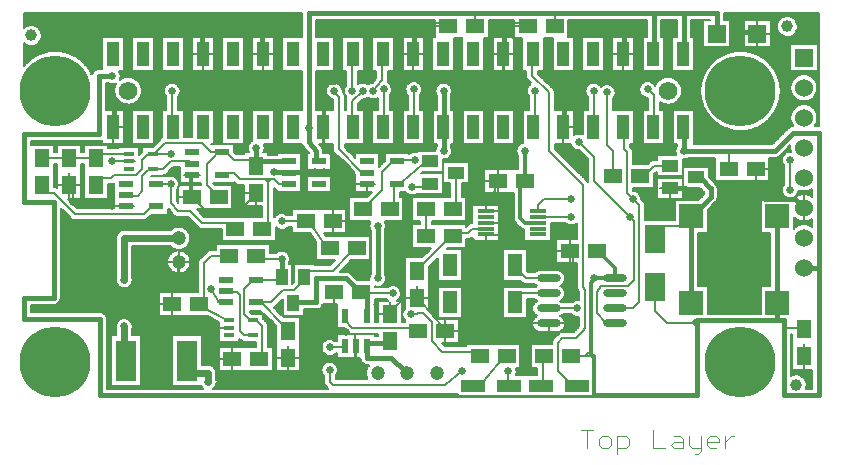
<source format=gtl>
*%FSLAX23Y23*%
*%MOIN*%
G01*
%ADD11C,0.000*%
%ADD12C,0.001*%
%ADD13C,0.002*%
%ADD14C,0.004*%
%ADD15C,0.005*%
%ADD16C,0.006*%
%ADD17C,0.007*%
%ADD18C,0.007*%
%ADD19C,0.008*%
%ADD20C,0.010*%
%ADD21C,0.012*%
%ADD22C,0.015*%
%ADD23C,0.024*%
%ADD24C,0.025*%
%ADD25C,0.028*%
%ADD26C,0.029*%
%ADD27C,0.032*%
%ADD28C,0.035*%
%ADD29C,0.039*%
%ADD30C,0.040*%
%ADD31C,0.043*%
%ADD32C,0.047*%
%ADD33C,0.047*%
%ADD34C,0.047*%
%ADD35C,0.048*%
%ADD36C,0.051*%
%ADD37C,0.051*%
%ADD38C,0.052*%
%ADD39C,0.060*%
%ADD40C,0.062*%
%ADD41C,0.064*%
%ADD42C,0.066*%
%ADD43C,0.067*%
%ADD44O,0.080X0.024*%
%ADD45O,0.084X0.028*%
%ADD46C,0.115*%
%ADD47C,0.135*%
%ADD48C,0.236*%
%ADD49C,0.240*%
%ADD50R,0.023X0.050*%
%ADD51R,0.027X0.054*%
%ADD52R,0.037X0.014*%
%ADD53R,0.039X0.055*%
%ADD54R,0.040X0.083*%
%ADD55R,0.041X0.018*%
%ADD56R,0.043X0.059*%
%ADD57R,0.044X0.087*%
%ADD58R,0.050X0.023*%
%ADD59R,0.050X0.060*%
%ADD60R,0.051X0.075*%
%ADD61R,0.054X0.027*%
%ADD62R,0.054X0.064*%
%ADD63R,0.055X0.039*%
%ADD64R,0.055X0.079*%
%ADD65R,0.057X0.012*%
%ADD66R,0.059X0.043*%
%ADD67R,0.060X0.050*%
%ADD68R,0.060X0.060*%
%ADD69R,0.061X0.016*%
%ADD70R,0.064X0.054*%
%ADD71R,0.064X0.064*%
%ADD72R,0.070X0.098*%
%ADD73R,0.070X0.138*%
%ADD74R,0.074X0.102*%
%ADD75R,0.074X0.142*%
%ADD76R,0.079X0.079*%
%ADD77R,0.080X0.040*%
%ADD78R,0.083X0.083*%
%ADD79R,0.084X0.044*%
D13*
X10396Y7322D02*
X10436D01*
X10416D01*
Y7262D01*
X10466D02*
X10486D01*
X10496Y7272D01*
Y7292D01*
X10486Y7302D01*
X10466D01*
X10456Y7292D01*
Y7272D01*
X10466Y7262D01*
X10516Y7242D02*
Y7302D01*
X10546D01*
X10556Y7292D01*
Y7272D01*
X10546Y7262D01*
X10516D01*
X10636D02*
Y7322D01*
Y7262D02*
X10676D01*
X10706Y7302D02*
X10726D01*
X10736Y7292D01*
Y7262D01*
X10706D01*
X10696Y7272D01*
X10706Y7282D01*
X10736D01*
X10756Y7272D02*
Y7302D01*
Y7272D02*
X10766Y7262D01*
X10796D01*
Y7252D01*
X10786Y7242D01*
X10776D01*
X10796Y7262D02*
Y7302D01*
X10826Y7262D02*
X10846D01*
X10826D02*
X10816Y7272D01*
Y7292D01*
X10826Y7302D01*
X10846D01*
X10856Y7292D01*
Y7282D01*
X10816D01*
X10876Y7262D02*
Y7302D01*
Y7282D02*
Y7262D01*
Y7282D02*
X10886Y7292D01*
X10896Y7302D01*
X10906D01*
D17*
X9188Y7516D02*
X9184D01*
X9188D02*
X9278D01*
X9274D01*
X9278D02*
X9278D01*
X9368D01*
X9374D02*
X9378D01*
X9458D01*
X10178Y7503D02*
X10208D01*
X10204D01*
X10208D02*
X10210D01*
X10248D01*
X8928Y7466D02*
X8828D01*
X9032D02*
X9129D01*
X11096Y7520D02*
X11098D01*
X11165D01*
X9548Y7462D02*
X9538D01*
X9548D02*
X9550D01*
X9578Y7490D02*
X9684D01*
X11146Y7459D02*
X11165D01*
X9538D02*
X9170D01*
X9538D02*
X9548D01*
X9552D01*
X8828D02*
X8816D01*
X8828D02*
X8928D01*
X9032D01*
X9134D01*
X9136D01*
X8828Y7463D02*
X8816D01*
X8828D02*
X8928D01*
X9032D01*
X9132D01*
X9174D02*
X9538D01*
X9548D01*
X11147D02*
X11165D01*
X8828Y7469D02*
X8816D01*
X8928D02*
X9032D01*
X9180D02*
X9538D01*
X11148D02*
X11165D01*
X8828Y7475D02*
X8816D01*
X8928D02*
X9032D01*
X9180D02*
X9536D01*
X11148D02*
X11165D01*
X8828Y7481D02*
X8816D01*
X8928D02*
X9032D01*
X9181D02*
X9530D01*
X9538D01*
X11147D02*
X11165D01*
X8828Y7487D02*
X8816D01*
X8928D02*
X9032D01*
X9180D02*
X9536D01*
X11144D02*
X11165D01*
X8828Y7493D02*
X8816D01*
X8928D02*
X9032D01*
X9180D02*
X9538D01*
X9578D02*
X9683D01*
X11140D02*
X11165D01*
X8828Y7499D02*
X8816D01*
X8928D02*
X9032D01*
X9180D02*
X9538D01*
X9578D02*
X9681D01*
X11134D02*
X11165D01*
X8828Y7505D02*
X8816D01*
X8928D02*
X9032D01*
X9180D02*
X9188D01*
X9278D01*
X9278D02*
X9368D01*
X9378D01*
X9458D01*
X9535D01*
X9581D02*
X9679D01*
X10179D02*
X10208D01*
X10210D02*
X10248D01*
X11096D02*
X11104D01*
X11122D02*
X11165D01*
X8828Y7511D02*
X8816D01*
X8928D02*
X9032D01*
X9180D02*
X9188D01*
X9278D01*
X9278D02*
X9368D01*
X9378D01*
X9458D01*
X9532D01*
X9584D02*
X9679D01*
X10181D02*
X10208D01*
X10210D02*
X10248D01*
X11098D02*
X11165D01*
X8828Y7517D02*
X8816D01*
X8928D02*
X9032D01*
X9180D02*
X9188D01*
X9368D02*
X9378D01*
X9458D02*
X9530D01*
X9586D02*
X9679D01*
X10181D02*
X10194D01*
X10228D01*
X10248D01*
X11098D02*
X11165D01*
X10344Y7676D02*
X10288D01*
X10232D01*
X9988Y7651D02*
X9943D01*
X9758Y7706D02*
X9712D01*
X9464Y7561D02*
X9418D01*
X9372D01*
X9233Y7556D02*
X9188D01*
X9200Y7661D02*
X9223D01*
X8988Y7700D02*
X8984D01*
X8988D02*
X9078D01*
X9074D01*
X9078D02*
X9078D01*
X9149D01*
X9186Y7664D02*
X9189D01*
X9298Y7708D02*
X9308D01*
X9318D01*
X9337D01*
X9338D01*
X9268Y7614D02*
X9266D01*
X9268D02*
X9269D01*
X9278D01*
X9314D01*
X9189Y7658D02*
X9186D01*
Y7614D02*
X9189D01*
X9254D01*
X9257D01*
X9188Y7596D02*
X9184D01*
X9188D02*
X9278D01*
X9274D01*
X9278D02*
X9278D01*
X9314D01*
X9352D02*
X9368D01*
X9405Y7696D02*
X9458D01*
X9401Y7701D02*
X9401D01*
X9401D02*
X9458D01*
X9471D01*
X9581Y7660D02*
X9606D01*
X9615Y7642D02*
X9618D01*
Y7560D02*
X9615D01*
X9635D02*
X9656D01*
Y7642D02*
X9652D01*
Y7560D02*
X9656D01*
X9660D01*
X9660D01*
X9581Y7642D02*
X9578D01*
X9581D02*
X9614D01*
X9581Y7560D02*
X9578D01*
X9581D02*
X9618D01*
X9635D01*
X9915Y7692D02*
X9918D01*
X9918D01*
X9988D01*
Y7610D02*
X9931D01*
X10224Y7606D02*
X10228D01*
X10295D01*
X10298D01*
X10228Y7526D02*
X10224D01*
X10228D02*
X10248D01*
X8846Y7636D02*
X8828D01*
X8900D02*
X8928D01*
X9032D02*
X9134D01*
X10009Y7606D02*
X10012D01*
X10058D01*
X10102D01*
X10099D01*
X10102D02*
X10104D01*
X10194D01*
Y7526D02*
X10179D01*
X10260Y7648D02*
X10314D01*
X10316D01*
X10217Y7693D02*
X10135D01*
X9918D02*
X9918D01*
X9918D02*
X9988D01*
X10000D01*
X11096Y7612D02*
X11098D01*
Y7610D02*
X11096D01*
X10310Y7630D02*
X10298D01*
X9918Y7700D02*
X9906D01*
X9918D02*
X9918D01*
X9352Y7686D02*
X9341D01*
X10335Y7706D02*
X10363D01*
X9257Y7616D02*
X9254D01*
X9257D02*
X9265D01*
X9269D01*
X9941Y7600D02*
X9988D01*
X10012D01*
X9581Y7576D02*
X9578D01*
Y7616D02*
X9581D01*
X9710Y7634D02*
X9718D01*
X9614Y7642D02*
X9610D01*
X9614D02*
X9618D01*
X9625D01*
X9635D01*
X9641D01*
X9656D01*
X9672D01*
X9710D01*
X9718D01*
Y7680D02*
X9710D01*
X9798D02*
X9808D01*
X9690Y7538D02*
X9683D01*
X8793Y7714D02*
X8561D01*
X10314Y7646D02*
X10325D01*
X10341D01*
X10370D01*
X11096Y7642D02*
X11098D01*
X9153Y7538D02*
X9134D01*
X8828Y7523D02*
X8816D01*
X8928D02*
X9032D01*
X9180D02*
X9188D01*
X9368D02*
X9378D01*
X9458D02*
X9530D01*
X9586D02*
X9681D01*
X10180D02*
X10194D01*
X10228D01*
X10248D01*
X8828Y7529D02*
X8816D01*
X8928D02*
X9032D01*
X9174D02*
X9188D01*
X9368D02*
X9378D01*
X9458D02*
X9531D01*
X9585D02*
X9683D01*
X10194D02*
X10228D01*
X8828Y7535D02*
X8816D01*
X8928D02*
X9032D01*
X9166D02*
X9188D01*
X9368D02*
X9378D01*
X9458D02*
X9534D01*
X9582D02*
X9687D01*
X10194D02*
X10228D01*
X8828Y7541D02*
X8816D01*
X8928D02*
X9032D01*
X9134D02*
X9188D01*
X9368D02*
X9378D01*
X9458D02*
X9538D01*
X9578D02*
X9672D01*
X10194D02*
X10228D01*
X8828Y7547D02*
X8816D01*
X8928D02*
X9032D01*
X9134D02*
X9188D01*
X9368D02*
X9378D01*
X9458D02*
X9538D01*
X9548D01*
X9568D02*
X9578D01*
X9665D01*
X10194D02*
X10228D01*
X8828Y7553D02*
X8816D01*
X8928D02*
X9032D01*
X9134D02*
X9188D01*
X9368D02*
X9378D01*
X9458D02*
X9538D01*
X9578D01*
X9581D02*
X9618D01*
X9635D01*
X9656D01*
X10194D02*
X10228D01*
X8828Y7559D02*
X8816D01*
X8928D02*
X9032D01*
X9134D02*
X9188D01*
X9368D02*
X9378D01*
X9458D02*
X9581D01*
X9618D01*
X9635D01*
X9656D01*
X10194D02*
X10228D01*
X8828Y7565D02*
X8816D01*
X8928D02*
X9032D01*
X9134D02*
X9188D01*
X9368D02*
X9378D01*
X9458D02*
X9544D01*
X9581D01*
X10194D02*
X10228D01*
X8828Y7571D02*
X8816D01*
X8928D02*
X9032D01*
X9134D02*
X9188D01*
X9368D02*
X9378D01*
X9458D02*
X9544D01*
X9571D02*
X9581D01*
X10194D02*
X10228D01*
X8828Y7577D02*
X8816D01*
X8928D02*
X9032D01*
X9134D02*
X9188D01*
X9368D02*
X9378D01*
X9458D02*
X9537D01*
X10194D02*
X10228D01*
X8828Y7583D02*
X8816D01*
X8928D02*
X9032D01*
X9134D02*
X9188D01*
X9368D02*
X9378D01*
X9458D02*
X9533D01*
X10194D02*
X10228D01*
X8828Y7589D02*
X8816D01*
X8928D02*
X9032D01*
X9134D02*
X9188D01*
X9368D02*
X9378D01*
X9458D02*
X9531D01*
X10194D02*
X10228D01*
X8828Y7595D02*
X8816D01*
X8928D02*
X9032D01*
X9134D02*
X9188D01*
X9368D02*
X9378D01*
X9458D02*
X9530D01*
X10194D02*
X10228D01*
X8828Y7601D02*
X8816D01*
X8928D02*
X9032D01*
X9134D02*
X9188D01*
X9189D02*
X9257D01*
X9269D01*
X9278D01*
X9278D02*
X9314D01*
X9352D02*
X9368D01*
X9378D01*
X9458D02*
X9530D01*
X9941D02*
X9988D01*
X10012D01*
X10194D02*
X10228D01*
X8828Y7607D02*
X8816D01*
X8928D02*
X9032D01*
X9134D02*
X9188D01*
X9189D02*
X9254D01*
X9257D02*
X9269D01*
X9278D01*
X9278D02*
X9314D01*
X9352D02*
X9368D01*
X9378D01*
X9458D02*
X9532D01*
X9935D02*
X9988D01*
X10012D01*
X10058D01*
X10102D01*
X10104D02*
X10194D01*
X10228D01*
X10294D01*
X8828Y7613D02*
X8816D01*
X8928D02*
X9032D01*
X9134D02*
X9189D01*
X9254D01*
X9257D02*
X9268D01*
X9269D02*
X9278D01*
X9314D01*
X9352D02*
X9378D01*
X9458D02*
X9536D01*
X9988D02*
X10012D01*
X10058D01*
X10102D01*
X10104D02*
X10194D01*
X10228D01*
X10292D01*
X8828Y7619D02*
X8816D01*
X8928D02*
X9032D01*
X9134D02*
X9189D01*
X9352D02*
X9378D01*
X9458D02*
X9542D01*
X9574D02*
X9581D01*
X9988D02*
X10012D01*
X10102D01*
X10104D02*
X10194D01*
X10228D01*
X10298D01*
X8828Y7625D02*
X8816D01*
X8928D02*
X9032D01*
X9134D02*
X9189D01*
X9352D02*
X9378D01*
X9458D02*
X9544D01*
X9581D01*
X9988D02*
X10298D01*
X8828Y7631D02*
X8816D01*
X8928D02*
X9032D01*
X9134D02*
X9189D01*
X9352D02*
X9378D01*
X9458D02*
X9581D01*
X9988D02*
X10298D01*
X10310D01*
X8828Y7637D02*
X8816D01*
X8828D02*
X8846D01*
X8900D02*
X8928D01*
X9032D01*
X9134D01*
X9189D01*
X9352D02*
X9378D01*
X9458D02*
X9581D01*
X9710D02*
X9718D01*
X9988D02*
X10298D01*
X10314D01*
X8828Y7643D02*
X8816D01*
X8828D02*
X8846D01*
X8900D02*
X8928D01*
X9032D01*
X9134D01*
X9189D01*
X9352D02*
X9378D01*
X9458D02*
X9581D01*
X9614D01*
X9988D02*
X10298D01*
X10314D01*
X10322D01*
X8846Y7649D02*
X8816D01*
X8900D02*
X9189D01*
X9352D02*
X9378D01*
X9458D02*
X9581D01*
X9614D01*
X9988D02*
X10255D01*
X10321D02*
X10328D01*
X10338D01*
X10373D01*
X8846Y7655D02*
X8816D01*
X8900D02*
X9189D01*
X9352D02*
X9378D01*
X9458D02*
X9581D01*
X9611D01*
X9988D02*
X10242D01*
X10334D02*
X10379D01*
X8845Y7661D02*
X8816D01*
X8901D02*
X9189D01*
X9356D02*
X9378D01*
X9458D02*
X9581D01*
X9988D02*
X10237D01*
X10339D02*
X10385D01*
X8845Y7667D02*
X8816D01*
X8901D02*
X9189D01*
X9352D02*
X9360D01*
X9378D01*
X9458D02*
X9581D01*
X9988D02*
X10234D01*
X10342D02*
X10388D01*
X8846Y7673D02*
X8816D01*
X8900D02*
X9189D01*
X9354D02*
X9373D01*
X9458D02*
X9581D01*
X9988D02*
X10233D01*
X10343D02*
X10388D01*
X8848Y7679D02*
X8816D01*
X8898D02*
X9189D01*
X9352D02*
X9367D01*
X9458D02*
X9581D01*
X9988D02*
X10233D01*
X10343D02*
X10388D01*
X8852Y7685D02*
X8816D01*
X8894D02*
X9178D01*
X9342D02*
X9352D01*
X9361D01*
X9458D02*
X9581D01*
X9710D02*
X9718D01*
X9798D02*
X9808D01*
X9988D02*
X10000D01*
X10135D01*
X10217D01*
X10234D01*
X10342D02*
X10388D01*
X8860Y7691D02*
X8816D01*
X8886D02*
X8988D01*
X9078D01*
X9078D02*
X9167D01*
X9337D02*
X9352D01*
X9458D02*
X9471D01*
X9581D01*
X9710D02*
X9718D01*
X9988D02*
X10000D01*
X10135D01*
X10217D01*
X10237D01*
X10339D02*
X10388D01*
X8988Y7697D02*
X8816D01*
X8988D02*
X9078D01*
X9078D02*
X9155D01*
X9337D02*
X9349D01*
X9405D02*
X9458D01*
X9471D01*
X9581D01*
X9710D02*
X9718D01*
X9910D02*
X9918D01*
X10000D02*
X10135D01*
X10217D02*
X10242D01*
X10334D02*
X10388D01*
X8988Y7703D02*
X8816D01*
X9471D02*
X9581D01*
X9710D02*
X9718D01*
X9904D02*
X9918D01*
X10000D02*
X10135D01*
X10217D02*
X10245D01*
X10331D02*
X10367D01*
X8988Y7709D02*
X8807D01*
X9298D02*
X9308D01*
X9318D01*
X9337D01*
X9393D02*
X9401D01*
X9471D02*
X9581D01*
X9710D02*
X9718D01*
X9898D02*
X9918D01*
X10000D02*
X10135D01*
X10217D02*
X10238D01*
X10818D02*
X10995D01*
X8988Y7715D02*
X8561D01*
X9292D02*
X9308D01*
X9331D01*
X9387D02*
X9401D01*
X9471D02*
X9581D01*
X9710D02*
X9718D01*
X9892D02*
X9918D01*
X10000D02*
X10135D01*
X10217D02*
X10235D01*
X10818D02*
X10995D01*
X9894Y7761D02*
X9848D01*
X9802D01*
X9213Y7746D02*
X9186D01*
X9094Y7881D02*
X9055D01*
X9016D01*
X9033Y7741D02*
X8988D01*
Y7782D02*
X8984D01*
X8988D02*
X9078D01*
X9074D01*
X9078D02*
X9078D01*
X9118D01*
X9421Y7874D02*
X9433D01*
X9434D02*
X9438D01*
X9464D01*
X9508D01*
X9718Y7752D02*
X9754D01*
X9782D02*
X9788D01*
X9798D01*
X9690Y7822D02*
X9650D01*
X9706Y7740D02*
X9708D01*
X9710D01*
X9536D02*
X9535D01*
X9536D02*
X9581D01*
X9512Y7886D02*
X9509D01*
X9512D02*
X9575D01*
X9630D02*
X9694D01*
X9695D01*
X9706Y7742D02*
X9708D01*
X9710D01*
X10786Y7800D02*
X10818D01*
X10995D02*
X11025D01*
X9308Y7719D02*
X9292D01*
X9308D02*
X9327D01*
X10260Y7854D02*
X10298D01*
X10316D01*
X10312Y7876D02*
X10309D01*
X10312D02*
X10384D01*
X10174Y7798D02*
X10135D01*
X10174D02*
X10194D01*
X10213D01*
X10213D01*
X10217D01*
X10000D02*
X9918D01*
Y7819D02*
X10000D01*
X10135Y7819D02*
X10193D01*
X9866Y7896D02*
X9808D01*
X10384Y7776D02*
X10388D01*
X9130Y7896D02*
X9118D01*
X9358Y7910D02*
X9378D01*
X9375Y7726D02*
X9382D01*
X9508Y7870D02*
X9528D01*
X9560D01*
X9708Y7756D02*
X9718D01*
X9748D01*
Y7796D02*
X9708D01*
X9613Y7849D02*
X9598D01*
X9594D01*
X9513Y7723D02*
X9471D01*
X8638Y7738D02*
X8561D01*
X10194Y7806D02*
X10205D01*
X10217D01*
X10217D01*
X10221D01*
X10241D01*
Y7846D02*
X10221D01*
X10217Y7756D02*
X10241D01*
Y7796D02*
X10217D01*
X10335Y7746D02*
X10363D01*
X8988Y7721D02*
X8561D01*
X9382D02*
X9401D01*
X9471D02*
X9581D01*
X9710D02*
X9718D01*
X9888D02*
X9918D01*
X10000D02*
X10135D01*
X10217D02*
X10233D01*
X10818D02*
X10995D01*
X8988Y7727D02*
X8561D01*
X9375D02*
X9382D01*
X9401D01*
X9526D02*
X9581D01*
X9710D02*
X9718D01*
X9798D02*
X9808D01*
X9888D02*
X9918D01*
X10000D02*
X10135D01*
X10217D02*
X10233D01*
X10818D02*
X10995D01*
X8988Y7733D02*
X8561D01*
X9382D02*
X9401D01*
X9536D02*
X9581D01*
X9710D02*
X9718D01*
X9798D02*
X9808D01*
X9888D02*
X9918D01*
X10000D02*
X10135D01*
X10217D02*
X10233D01*
X10818D02*
X10995D01*
X8988Y7739D02*
X8645D01*
X9384D02*
X9401D01*
X9536D02*
X9581D01*
X9710D02*
X9718D01*
X9798D02*
X9808D01*
X9888D02*
X9918D01*
X10000D02*
X10135D01*
X10217D02*
X10236D01*
X10818D02*
X10995D01*
X8988Y7745D02*
X8655D01*
X9390D02*
X9401D01*
X9710D02*
X9718D01*
X9798D02*
X9808D01*
X9888D02*
X9918D01*
X10000D02*
X10135D01*
X10217D02*
X10240D01*
X10818D02*
X10995D01*
X8988Y7751D02*
X8661D01*
X9710D02*
X9718D01*
X9798D02*
X9808D01*
X9888D02*
X9918D01*
X10000D02*
X10135D01*
X10217D02*
X10249D01*
X10327D02*
X10370D01*
X10818D02*
X10995D01*
X8988Y7757D02*
X8661D01*
X9789D02*
X9798D01*
X9808D01*
X9888D02*
X9918D01*
X10000D02*
X10135D01*
X10336D02*
X10388D01*
X10818D02*
X10995D01*
X8988Y7763D02*
X8661D01*
X9798D02*
X9808D01*
X9888D02*
X9918D01*
X10000D02*
X10135D01*
X10340D02*
X10388D01*
X10818D02*
X10995D01*
X8988Y7769D02*
X8661D01*
X9795D02*
X9808D01*
X9888D02*
X9918D01*
X10000D02*
X10135D01*
X10343D02*
X10384D01*
X10818D02*
X10995D01*
X8988Y7775D02*
X8661D01*
X9796D02*
X9808D01*
X9888D02*
X9918D01*
X10000D02*
X10135D01*
X10343D02*
X10384D01*
X10818D02*
X10995D01*
X8988Y7781D02*
X8661D01*
X9796D02*
X9808D01*
X9888D02*
X9918D01*
X10000D02*
X10135D01*
X10343D02*
X10384D01*
X10818D02*
X10995D01*
X8988Y7787D02*
X8661D01*
X8988D02*
X9078D01*
X9078D02*
X9118D01*
X9794D02*
X9808D01*
X9888D02*
X9918D01*
X10000D02*
X10135D01*
X10341D02*
X10384D01*
X10818D02*
X10995D01*
X8873Y7793D02*
X8661D01*
X8873D02*
X8988D01*
X9078D01*
X9078D02*
X9118D01*
X9790D02*
X9808D01*
X9888D02*
X9918D01*
X10000D02*
X10135D01*
X10338D02*
X10383D01*
X10818D02*
X10995D01*
X8856Y7799D02*
X8661D01*
X8890D02*
X9118D01*
X9725D02*
X9752D01*
X9788D02*
X9808D01*
X9888D02*
X9918D01*
X10000D01*
X10135D01*
X10174D01*
X10194D01*
X10212D01*
X10217D02*
X10245D01*
X10331D02*
X10380D01*
X10818D02*
X10995D01*
X8850Y7805D02*
X8661D01*
X8896D02*
X9118D01*
X9737D02*
X9788D01*
X9808D01*
X9888D02*
X9918D01*
X10000D01*
X10135D01*
X10174D01*
X10194D01*
X10206D01*
X10217D01*
X10220D02*
X10242D01*
X10334D02*
X10377D01*
X10786D02*
X10818D01*
X10995D01*
X11025D01*
X8846Y7811D02*
X8661D01*
X8900D02*
X9118D01*
X9742D02*
X9808D01*
X9888D02*
X9918D01*
X10000D01*
X10135D01*
X10135D02*
X10194D01*
X10339D02*
X10384D01*
X10786D02*
X10818D01*
X10995D01*
X11025D01*
X8845Y7817D02*
X8661D01*
X8901D02*
X9118D01*
X9745D02*
X9808D01*
X9888D02*
X9918D01*
X10000D01*
X10135D01*
X10194D01*
X10342D02*
X10384D01*
X10786D02*
X11025D01*
X8845Y7823D02*
X8661D01*
X8901D02*
X9118D01*
X9649D02*
X9690D01*
X9746D02*
X9808D01*
X9888D02*
X9918D01*
X10000D02*
X10135D01*
X10343D02*
X10384D01*
X10786D02*
X11025D01*
X8846Y7829D02*
X8661D01*
X8900D02*
X9118D01*
X9643D02*
X9690D01*
X9746D02*
X9808D01*
X9888D02*
X9918D01*
X10000D02*
X10135D01*
X10343D02*
X10384D01*
X10786D02*
X11025D01*
X8846Y7835D02*
X8661D01*
X8900D02*
X9118D01*
X9637D02*
X9691D01*
X9745D02*
X9808D01*
X9888D02*
X9918D01*
X10000D02*
X10135D01*
X10342D02*
X10384D01*
X10786D02*
X11025D01*
X8846Y7841D02*
X8661D01*
X8900D02*
X9118D01*
X9631D02*
X9694D01*
X9742D02*
X9808D01*
X9888D02*
X9918D01*
X10000D02*
X10135D01*
X10339D02*
X10384D01*
X10786D02*
X11025D01*
X8846Y7847D02*
X8661D01*
X8900D02*
X9036D01*
X9074D02*
X9118D01*
X9622D02*
X9695D01*
X9741D02*
X9808D01*
X9888D02*
X9918D01*
X10000D02*
X10135D01*
X10220D02*
X10242D01*
X10334D02*
X10384D01*
X10786D02*
X11025D01*
X8846Y7853D02*
X8661D01*
X8900D02*
X9028D01*
X9082D02*
X9118D01*
X9598D02*
X9695D01*
X9741D02*
X9808D01*
X9888D02*
X9918D01*
X10000D02*
X10135D01*
X10217D02*
X10255D01*
X10321D02*
X10384D01*
X10786D02*
X11025D01*
X8846Y7859D02*
X8661D01*
X8900D02*
X9023D01*
X9087D02*
X9118D01*
X9604D02*
X9695D01*
X9741D02*
X9808D01*
X9888D02*
X9918D01*
X10000D02*
X10135D01*
X10217D02*
X10384D01*
X10786D02*
X11025D01*
X8846Y7865D02*
X8661D01*
X8900D02*
X9019D01*
X9091D02*
X9118D01*
X9610D02*
X9695D01*
X9741D02*
X9808D01*
X9890D02*
X9918D01*
X10000D02*
X10135D01*
X10217D02*
X10312D01*
X10384D01*
X10786D02*
X11025D01*
X8846Y7871D02*
X8661D01*
X8900D02*
X9017D01*
X9093D02*
X9115D01*
X9508D02*
X9528D01*
X9560D01*
X9616D02*
X9695D01*
X9741D02*
X9808D01*
X9896D02*
X9918D01*
X10000D02*
X10135D01*
X10217D02*
X10312D01*
X10384D01*
X10786D02*
X11025D01*
X8846Y7877D02*
X8661D01*
X8900D02*
X9016D01*
X9094D02*
X9111D01*
X9118D01*
X9422D02*
X9433D01*
X9438D02*
X9464D01*
X9508D01*
X9512D02*
X9528D01*
X9566D01*
X9622D02*
X9694D01*
X9741D02*
X9808D01*
X9902D02*
X9918D01*
X10000D02*
X10135D01*
X10217D02*
X10312D01*
X10786D02*
X11025D01*
X8846Y7883D02*
X8661D01*
X8900D02*
X9016D01*
X9094D02*
X9117D01*
X9425D02*
X9433D01*
X9438D02*
X9464D01*
X9508D01*
X9512D02*
X9528D01*
X9572D01*
X9628D02*
X9694D01*
X9741D02*
X9808D01*
X9908D02*
X9918D01*
X10000D02*
X10135D01*
X10217D02*
X10312D01*
X10786D02*
X11025D01*
X8846Y7889D02*
X8661D01*
X8900D02*
X9017D01*
X9093D02*
X9118D01*
X9426D02*
X9512D01*
X9741D02*
X9808D01*
X10000D02*
X10135D01*
X10217D02*
X10312D01*
X10786D02*
X11025D01*
X8846Y7895D02*
X8661D01*
X8900D02*
X9018D01*
X9092D02*
X9118D01*
X9129D01*
X9426D02*
X9512D01*
X9741D02*
X9808D01*
X10000D02*
X10135D01*
X10217D02*
X10312D01*
X10786D02*
X11025D01*
X8846Y7901D02*
X8661D01*
X8900D02*
X9021D01*
X9089D02*
X9118D01*
X9135D01*
X9424D02*
X9512D01*
X9741D02*
X9808D01*
X9870D01*
X10000D02*
X10135D01*
X10217D02*
X10312D01*
X10786D02*
X11025D01*
X8846Y7907D02*
X8661D01*
X8900D02*
X9025D01*
X9084D02*
X9118D01*
X9141D01*
X9421D02*
X9512D01*
X9741D02*
X9808D01*
X9876D01*
X10000D02*
X10135D01*
X10217D02*
X10312D01*
X10786D02*
X11025D01*
X9098Y8096D02*
X9052D01*
X10312Y7916D02*
X10358D01*
X8905Y8066D02*
X8878D01*
X8851D01*
X9568Y8016D02*
X9614D01*
X9178Y7942D02*
X9174D01*
X9178D02*
X9198D01*
X9268D01*
X9264D01*
X9268D02*
X9268D01*
X9288D01*
X9288D01*
X9358D01*
X9198Y8032D02*
X9194D01*
X9198D02*
X9238D01*
X9288D01*
X9198Y7950D02*
X9194D01*
X9198D02*
X9268D01*
X9268D01*
X9288D01*
Y8032D02*
X9284D01*
X9288D02*
X9288D01*
X9334D01*
X9372D02*
X9375D01*
X9288Y7950D02*
X9284D01*
X9288D02*
X9288D01*
X9358D01*
X9378D01*
X9519Y8056D02*
X9522D01*
X9524D02*
X9614D01*
X9602Y7976D02*
X9539D01*
X9602D02*
X9604D01*
X9614D01*
X9432Y8056D02*
X9429D01*
X9432D02*
X9522D01*
X9524D01*
X9432Y7976D02*
X9429D01*
X9432D02*
X9492D01*
X9546Y7966D02*
X9602D01*
X9599D01*
X9602D02*
X9604D01*
X9614D01*
X9694D01*
X9695D01*
X10995Y8088D02*
X11102D01*
X11025Y7978D02*
X10995D01*
X10736Y8088D02*
X10708D01*
X10736D02*
X10787D01*
X10786Y7978D02*
X10818D01*
X8728Y8090D02*
X8686D01*
X8964Y8039D02*
X9018D01*
X10608Y8020D02*
X10644D01*
X10312Y7956D02*
X10309D01*
X10312D02*
X10384D01*
X10000Y7924D02*
X9949D01*
X10135Y7924D02*
X10217D01*
X10122Y8072D02*
X10034D01*
X10122Y8030D02*
X10122D01*
X10034Y8053D02*
X10034D01*
X10122Y8033D02*
X10122D01*
X10034Y8013D02*
X10034D01*
X10122Y7971D02*
X10122D01*
X10038Y7951D02*
X10034D01*
X10038D02*
X10122D01*
X10207D02*
X10295D01*
X9832Y8006D02*
X9829D01*
X9832D02*
X9858D01*
X9898D02*
X9922D01*
X9832Y7926D02*
X9829D01*
X9832D02*
X9895D01*
X9919Y8006D02*
X9922D01*
X9924D01*
X9964D01*
X10014D01*
X10000Y7926D02*
X9950D01*
X10000D02*
X10014D01*
X9832Y8096D02*
X9829D01*
X9832D02*
X9850D01*
X9922D01*
X9832Y8016D02*
X9829D01*
X9832D02*
X9858D01*
X9898D02*
X9922D01*
Y8096D02*
X9919D01*
X9922D02*
X9924D01*
X9936D01*
X9958D01*
X9998D02*
X10014D01*
X9922Y8016D02*
X9919D01*
X9922D02*
X9924D01*
X10014D01*
X9622Y8096D02*
X9619D01*
X9622D02*
X9681D01*
X9622Y8016D02*
X9619D01*
X9622D02*
X9694D01*
X9792Y8096D02*
X9804D01*
Y8016D02*
X9742D01*
X9334Y8066D02*
X9272D01*
X10650Y8091D02*
X10708D01*
X10736D01*
X9902Y8106D02*
X9850D01*
X9902D02*
X9922D01*
X9924D01*
X9936D01*
X9142Y8056D02*
X9116D01*
X9139D02*
X9142D01*
X9144D01*
X9234D01*
X8738Y8090D02*
X8734D01*
X8738D02*
X8818D01*
X10596D02*
X10608D01*
X10184Y8004D02*
X10172D01*
X9020Y8056D02*
X9018D01*
X10295Y8012D02*
X10343D01*
X9045Y8032D02*
X9034D01*
X9045D02*
X9061D01*
X9085D01*
X9114Y7992D02*
X9125D01*
X9141D01*
X9198D01*
Y8030D02*
X9141D01*
X9418Y7996D02*
X9432D01*
Y8036D02*
X9418D01*
X9026Y7934D02*
X8900D01*
X8873Y7988D02*
X9028D01*
X10640Y8020D02*
X10644D01*
X10694D01*
X10708D01*
X10025Y8010D02*
X10014D01*
X10025D02*
X10034D01*
X10034D01*
X10026Y7956D02*
X10014D01*
X10026D02*
X10034D01*
X10038D01*
X8748Y8022D02*
X8745D01*
X8798D02*
X8930D01*
X8946D01*
X8958D01*
X8748Y8060D02*
X8745D01*
X8798D02*
X8838D01*
X8688Y8022D02*
X8685D01*
X8688D02*
X8700D01*
X8716D01*
X8748D01*
X8798D01*
X8748Y8060D02*
X8716D01*
X8748D02*
X8798D01*
X10186Y7990D02*
X10199D01*
X10207D01*
X9155Y7920D02*
X9144D01*
X9155D02*
X9171D01*
X9178D01*
X8846Y7913D02*
X8661D01*
X8900D02*
X9032D01*
X9078D02*
X9144D01*
X9358D02*
X9381D01*
X9418D02*
X9512D01*
X9741D02*
X9832D01*
X9882D01*
X10000D02*
X10014D01*
X10135D01*
X10217D02*
X10312D01*
X10786D02*
X11025D01*
X8846Y7919D02*
X8661D01*
X8900D02*
X9045D01*
X9065D02*
X9144D01*
X9153D01*
X9358D02*
X9398D01*
X9418D01*
X9512D01*
X9741D02*
X9832D01*
X9888D01*
X10000D02*
X10014D01*
X10135D01*
X10217D02*
X10312D01*
X10786D02*
X11025D01*
X8846Y7925D02*
X8661D01*
X8900D02*
X9037D01*
X9072D02*
X9144D01*
X9159D01*
X9167D01*
X9178D01*
X9358D02*
X9512D01*
X9741D02*
X9832D01*
X9894D01*
X9950D02*
X10000D01*
X10014D01*
X10135D01*
X10217D01*
X10312D01*
X10786D02*
X11025D01*
X8846Y7931D02*
X8661D01*
X8900D02*
X9029D01*
X9081D02*
X9144D01*
X9178D01*
X9358D02*
X9512D01*
X9741D02*
X9832D01*
X10014D02*
X10135D01*
X10217D01*
X10312D01*
X10786D02*
X11025D01*
X8846Y7937D02*
X8661D01*
X9087D02*
X9178D01*
X9358D02*
X9512D01*
X9741D02*
X9832D01*
X10014D02*
X10135D01*
X10217D01*
X10312D01*
X10786D02*
X11025D01*
X8846Y7943D02*
X8661D01*
X9090D02*
X9178D01*
X9198D01*
X9268D01*
X9268D02*
X9288D01*
X9288D02*
X9358D01*
X9378D01*
X9512D01*
X9741D02*
X9832D01*
X10014D02*
X10034D01*
X10122D01*
X10207D01*
X10295D01*
X10312D01*
X10786D02*
X11025D01*
X8846Y7949D02*
X8661D01*
X9092D02*
X9178D01*
X9198D01*
X9268D01*
X9268D02*
X9288D01*
X9288D02*
X9358D01*
X9378D01*
X9510D01*
X9741D02*
X9832D01*
X10019D02*
X10034D01*
X10038D02*
X10122D01*
X10207D01*
X10295D01*
X10312D01*
X10786D02*
X11025D01*
X8846Y7955D02*
X8661D01*
X9094D02*
X9198D01*
X9378D02*
X9506D01*
X9741D02*
X9832D01*
X10014D02*
X10025D01*
X10034D01*
X10122D02*
X10207D01*
X10295D02*
X10312D01*
X10786D02*
X11025D01*
X8846Y7961D02*
X8661D01*
X9094D02*
X9198D01*
X9378D02*
X9502D01*
X9741D02*
X9832D01*
X10122D02*
X10207D01*
X10295D02*
X10312D01*
X10384D01*
X10786D02*
X11025D01*
X8846Y7967D02*
X8661D01*
X9093D02*
X9198D01*
X9378D02*
X9432D01*
X9498D01*
X9545D02*
X9602D01*
X9604D02*
X9614D01*
X9694D01*
X9741D02*
X9832D01*
X10122D02*
X10207D01*
X10295D02*
X10312D01*
X10384D01*
X10786D02*
X10818D01*
X10995D01*
X11025D01*
X8846Y7973D02*
X8661D01*
X9092D02*
X9198D01*
X9378D02*
X9432D01*
X9494D01*
X9541D02*
X9602D01*
X9604D02*
X9614D01*
X9694D01*
X9741D02*
X9832D01*
X10122D02*
X10207D01*
X10295D02*
X10384D01*
X10786D02*
X10818D01*
X10995D01*
X11025D01*
X8852Y7979D02*
X8661D01*
X9089D02*
X9114D01*
X9198D01*
X9378D02*
X9432D01*
X9614D02*
X9694D01*
X9741D02*
X9832D01*
X10122D02*
X10186D01*
X10207D01*
X10295D02*
X10384D01*
X10818D02*
X10995D01*
X8860Y7985D02*
X8661D01*
X9085D02*
X9114D01*
X9131D01*
X9135D02*
X9198D01*
X9378D02*
X9432D01*
X9614D02*
X9695D01*
X9741D02*
X9832D01*
X10122D02*
X10186D01*
X10204D01*
X10295D02*
X10384D01*
X10818D02*
X10995D01*
X9031Y7991D02*
X8661D01*
X9079D02*
X9114D01*
X9125D01*
X9141D01*
X9198D01*
X9411D02*
X9432D01*
X9614D02*
X9692D01*
X9744D02*
X9832D01*
X10122D02*
X10186D01*
X10198D01*
X10295D02*
X10384D01*
X10818D02*
X10995D01*
X9042Y7997D02*
X8661D01*
X9068D02*
X9114D01*
X9614D02*
X9690D01*
X9746D02*
X9832D01*
X10122D02*
X10172D01*
X10186D01*
X10295D02*
X10384D01*
X10818D02*
X10995D01*
X9113Y8003D02*
X8661D01*
X9614D02*
X9622D01*
X9690D01*
X9746D02*
X9804D01*
X9832D01*
X10122D02*
X10172D01*
X10186D01*
X10295D02*
X10363D01*
X10382D01*
X10818D02*
X10995D01*
X11105D02*
X11120D01*
X8688Y8009D02*
X8661D01*
X8688D02*
X8748D01*
X8798D01*
X8958D01*
X9107D01*
X9614D02*
X9622D01*
X9691D01*
X9745D02*
X9804D01*
X9832D01*
X9858D01*
X9898D02*
X9922D01*
X9924D02*
X10014D01*
X10023D01*
X10122D02*
X10172D01*
X10180D01*
X10295D02*
X10346D01*
X10818D02*
X10995D01*
X11105D02*
X11165D01*
X8688Y8015D02*
X8661D01*
X8688D02*
X8706D01*
X8710D02*
X8748D01*
X8798D01*
X8936D01*
X8940D02*
X8958D01*
X9101D01*
X9614D02*
X9622D01*
X9694D01*
X9742D02*
X9804D01*
X9832D01*
X9858D01*
X9898D02*
X9922D01*
X9924D02*
X10014D01*
X10029D01*
X10122D02*
X10172D01*
X10818D02*
X10995D01*
X11105D02*
X11165D01*
X8688Y8021D02*
X8661D01*
X8688D02*
X8700D01*
X8716D01*
X8748D01*
X8798D01*
X8930D01*
X8946D01*
X8958D01*
X9034D01*
X9095D01*
X9614D02*
X9622D01*
X9804D02*
X9832D01*
X10014D02*
X10034D01*
X10122D02*
X10168D01*
X10608D02*
X10644D01*
X10694D01*
X10708D01*
X10818D02*
X10995D01*
X11105D02*
X11119D01*
X8688Y8027D02*
X8661D01*
X8958D02*
X9018D01*
X9034D01*
X9049D01*
X9057D01*
X9089D01*
X9614D02*
X9622D01*
X9804D02*
X9832D01*
X10014D02*
X10034D01*
X10122D02*
X10164D01*
X10172D01*
X10608D02*
X10644D01*
X10694D01*
X10708D01*
X10818D02*
X10995D01*
X8688Y8033D02*
X8661D01*
X8958D02*
X9018D01*
X9034D01*
X9043D01*
X9139D02*
X9198D01*
X9238D01*
X9288D01*
X9288D02*
X9334D01*
X9614D02*
X9622D01*
X9804D02*
X9832D01*
X10014D02*
X10034D01*
X10122D02*
X10170D01*
X10608D02*
X10644D01*
X10694D01*
X10708D01*
X10818D02*
X10995D01*
X8682Y8039D02*
X8661D01*
X8964D02*
X9018D01*
X9034D01*
X9133D02*
X9198D01*
X9238D01*
X9288D01*
X9288D02*
X9334D01*
X9414D02*
X9432D01*
X9614D02*
X9622D01*
X9804D02*
X9832D01*
X10014D02*
X10034D01*
X10122D02*
X10172D01*
X10608D02*
X10708D01*
X10818D02*
X10995D01*
X8676Y8045D02*
X8661D01*
X9018D02*
X9031D01*
X9127D02*
X9142D01*
X9144D02*
X9234D01*
X9334D01*
X9378D02*
X9432D01*
X9614D02*
X9622D01*
X9804D02*
X9832D01*
X10014D02*
X10034D01*
X10122D02*
X10172D01*
X10608D02*
X10708D01*
X10818D02*
X10995D01*
X8670Y8051D02*
X8661D01*
X9121D02*
X9142D01*
X9144D02*
X9234D01*
X9334D01*
X9372D02*
X9432D01*
X9614D02*
X9622D01*
X9804D02*
X9832D01*
X10014D02*
X10034D01*
X10122D02*
X10172D01*
X10608D02*
X10708D01*
X10818D02*
X10995D01*
X9272Y8057D02*
X9234D01*
X9272D02*
X9334D01*
X9372D02*
X9432D01*
X9522D01*
X9524D02*
X9614D01*
X9622D01*
X9804D02*
X9832D01*
X10014D02*
X10034D01*
X10122D02*
X10172D01*
X10608D02*
X10708D01*
X10822D02*
X10995D01*
X8748Y8063D02*
X8714D01*
X8748D02*
X8798D01*
X8838D01*
X9234D02*
X9272D01*
X9334D01*
X9372D02*
X9432D01*
X9522D01*
X9524D02*
X9614D01*
X9622D01*
X9804D02*
X9832D01*
X10014D02*
X10034D01*
X10122D02*
X10172D01*
X10608D02*
X10708D01*
X10828D02*
X10995D01*
X8748Y8069D02*
X8708D01*
X8748D02*
X8798D01*
X8838D01*
X9234D02*
X9272D01*
X9372D02*
X9432D01*
X9522D01*
X9524D02*
X9614D01*
X9622D01*
X9804D02*
X9832D01*
X10014D02*
X10034D01*
X10122D02*
X10172D01*
X10614D02*
X10708D01*
X10834D02*
X10995D01*
X8838Y8075D02*
X8702D01*
X9234D02*
X9272D01*
X9372D02*
X9622D01*
X9804D02*
X9832D01*
X10014D02*
X10034D01*
X10122D01*
X10172D01*
X10612D02*
X10708D01*
X10840D02*
X10995D01*
X8728Y8081D02*
X8696D01*
X8728D02*
X8738D01*
X8818D01*
X8838D01*
X9234D02*
X9272D01*
X9372D02*
X9622D01*
X9804D02*
X9832D01*
X10014D02*
X10034D01*
X10122D01*
X10172D01*
X10608D02*
X10650D01*
X10708D01*
X10845D02*
X10995D01*
X8728Y8087D02*
X8690D01*
X8728D02*
X8738D01*
X8818D01*
X8838D01*
X9234D02*
X9272D01*
X9372D02*
X9622D01*
X9804D02*
X9832D01*
X10014D02*
X10172D01*
X10600D02*
X10608D01*
X10650D01*
X10708D01*
X10851D02*
X10995D01*
X8738Y8093D02*
X8728D01*
X8818D02*
X8838D01*
X9234D02*
X9272D01*
X9372D02*
X9622D01*
X9804D02*
X9832D01*
X10014D02*
X10172D01*
X10596D02*
X10608D01*
X10650D01*
X10736D02*
X10792D01*
X10851D02*
X10995D01*
X11074D01*
X11093D01*
X11105D01*
X8738Y8099D02*
X8728D01*
X8818D02*
X8838D01*
X9234D02*
X9272D01*
X9372D02*
X9622D01*
X9683D01*
X9792D02*
X9804D01*
X9814D01*
X9832D01*
X9850D01*
X9902D01*
X9922D01*
X9924D02*
X9936D01*
X9958D01*
X9998D02*
X10014D01*
X10072D01*
X10162D01*
X10164D02*
X10172D01*
X10595D02*
X10608D01*
X10650D01*
X10736D02*
X10798D01*
X10851D02*
X10995D01*
X11074D01*
X8738Y8105D02*
X8728D01*
X8818D02*
X8838D01*
X9234D02*
X9272D01*
X9372D02*
X9382D01*
X9464D01*
X9482D01*
X9564D01*
X9622D01*
X9642D01*
X9689D01*
X9792D02*
X9804D01*
X9814D01*
X9823D01*
X9850D02*
X9902D01*
X9922D01*
X9924D02*
X9936D01*
X9958D01*
X9998D02*
X10014D01*
X10072D01*
X10162D01*
X10164D02*
X10172D01*
X10592D02*
X10650D01*
X10736D02*
X10804D01*
X10851D02*
X11070D01*
X11116D02*
X11125D01*
X11153D02*
X11165D01*
X9125Y8171D02*
X9098D01*
X9071D01*
X9683Y8141D02*
X9710D01*
X9683D02*
X9656D01*
X10693Y8126D02*
X10728D01*
X10693D02*
X10658D01*
X10978Y8191D02*
X11024D01*
X9313Y8111D02*
X9268D01*
X8910Y8216D02*
X8888D01*
X8866D01*
X9423Y8179D02*
X9450D01*
X9423D02*
X9396D01*
X8734Y8136D02*
X8688D01*
X8642D01*
X10072Y8151D02*
X10118D01*
X10072Y8192D02*
X10069D01*
X10072D02*
X10162D01*
X10072Y8110D02*
X10069D01*
X10072D02*
X10162D01*
Y8192D02*
X10159D01*
X10162D02*
X10164D01*
X10186D01*
X10162Y8110D02*
X10159D01*
X10162D02*
X10164D01*
X10172D01*
X10701Y8273D02*
X10715D01*
X10672D02*
X10601D01*
X10568D02*
X10558D01*
X10568D02*
X10572D01*
X10361D02*
X10308D01*
X10172D02*
X10101D01*
X10072D02*
X10001D01*
X9915D02*
X9901D01*
X9961D02*
X9972D01*
X9872D02*
X9801D01*
X9772D02*
X9700D01*
X9672D02*
X9608D01*
X9568D02*
X9524D01*
X9465D02*
X9400D01*
X9465D02*
X9466D01*
X9372D02*
X9338D01*
X9200D02*
X9198D01*
X9200D02*
X9213D01*
X9213D01*
X9238D01*
X9272D01*
X9172D02*
X9163D01*
X8902D02*
X8900D01*
X8902D02*
X8922D01*
X8934D01*
X8958D01*
X8972D01*
X8818D02*
X8800D01*
X8818D02*
X8854D01*
X8872D01*
X8648Y8182D02*
X8644D01*
Y8272D02*
X8648D01*
X8728D01*
X8648Y8180D02*
X8644D01*
X8963Y8168D02*
X8964D01*
X8998D01*
X9002D01*
X9008D01*
X9008D01*
X9018D01*
X9382Y8114D02*
X9387D01*
X9389D01*
X9432D01*
X9464D01*
X9482Y8168D02*
X9564D01*
Y8114D02*
X9482D01*
X8854Y8264D02*
X8850D01*
X8854D02*
X8872D01*
X8900D01*
X8902D01*
X8922D01*
X8930D02*
X8934D01*
X8948D01*
X8958D01*
X8958D01*
X8968D01*
X8964Y8168D02*
X8963D01*
X8964D02*
X8998D01*
X9002D01*
X8923Y8238D02*
X8922D01*
X9272Y8246D02*
X9278D01*
X9289D01*
X9337D02*
X9354D01*
X10839Y8150D02*
X10842D01*
X10932D01*
X10929D01*
X10932D02*
X10934D01*
X11024D01*
X10737Y8199D02*
X10736D01*
X10737D02*
X10823D01*
X10737Y8129D02*
X10736D01*
Y8161D02*
X10650D01*
X10736D02*
X10737D01*
X10714Y8236D02*
X10650D01*
Y8166D02*
X10736D01*
X10737D01*
X10616Y8206D02*
X10568D01*
Y8126D02*
X10638D01*
X9937Y8214D02*
X9936D01*
X9937D02*
X10023D01*
X9937Y8144D02*
X9936D01*
X9937D02*
X9958D01*
X9998D02*
X10023D01*
X9936Y8176D02*
X9863D01*
X9936D02*
X9937D01*
X9862Y8251D02*
X9850D01*
X9862D02*
X9910D01*
X9936Y8181D02*
X9869D01*
X9936D02*
X9937D01*
X9699Y8114D02*
X9642D01*
X9792D02*
X9811D01*
X9058Y8136D02*
X9056D01*
X9058D02*
X9121D01*
X9128D01*
X9175D02*
X9234D01*
X9128Y8144D02*
X9058D01*
X9198Y8273D02*
X9200D01*
X9212D02*
X9214D01*
X9184Y8144D02*
X9168D01*
X9184D02*
X9234D01*
X9238D01*
X8638Y8272D02*
X8561D01*
X8734Y8182D02*
X8738D01*
Y8272D02*
X8734D01*
X8738D02*
X8764D01*
X8800D01*
X8818D01*
X8738Y8180D02*
X8734D01*
X10558Y8266D02*
X10568D01*
X10415Y8156D02*
X10411D01*
X10415D02*
X10418D01*
X10190Y8272D02*
X10186D01*
X9725Y8200D02*
X9724D01*
X9580Y8236D02*
X9568D01*
X9375Y8126D02*
X9372D01*
X8925Y8240D02*
X8922D01*
X8638Y8283D02*
X8561D01*
X8638D02*
X8648D01*
X8728D01*
X8738D01*
X8788D01*
X10754Y8228D02*
X10842D01*
X11024D02*
X11043D01*
X10868Y8274D02*
X10772D01*
X10868D02*
X10908D01*
X11033D01*
X10634Y8220D02*
X10630D01*
X10646Y8182D02*
X10650D01*
X10618Y8220D02*
X10615D01*
X10618D02*
X10630D01*
X10634D01*
X10646D01*
X10650D01*
X9380Y8122D02*
X9372D01*
X9380D02*
X9382D01*
X9238Y8136D02*
X9235D01*
X9238D02*
X9250D01*
X9266D01*
X9272D01*
Y8240D02*
X9246D01*
X9354Y8239D02*
X9382D01*
X9008Y8172D02*
X9002D01*
X9008D02*
X9011D01*
X9018D01*
X9022D01*
X9036Y8196D02*
X9058D01*
X9000Y8296D02*
X8988D01*
X9000D02*
X9000D01*
X9072D02*
X9100D01*
X8854Y8260D02*
X8818D01*
X8648Y8206D02*
X8638D01*
X8728D02*
X8738D01*
X8648Y8246D02*
X8638D01*
X8728D02*
X8738D01*
X8646Y8130D02*
X8638D01*
X8646D02*
X8648D01*
X8818Y8142D02*
X8820D01*
X8836D01*
X8838D01*
X8738Y8111D02*
X8728D01*
X8818D02*
X8838D01*
X9234D02*
X9272D01*
X9372D02*
X9382D01*
X9432D01*
X9464D01*
X9482D01*
X9564D01*
X9642D01*
X9695D01*
X9792D02*
X9813D01*
X9936D02*
X9958D01*
X9998D02*
X10072D01*
X10164D02*
X10172D01*
X10588D02*
X10650D01*
X10736D02*
X10805D01*
X10851D02*
X11067D01*
X11119D02*
X11165D01*
X8738Y8117D02*
X8728D01*
X8818D02*
X8838D01*
X9234D02*
X9272D01*
X9372D02*
X9382D01*
X9464D02*
X9482D01*
X9564D02*
X9642D01*
X9936D02*
X9958D01*
X9998D02*
X10072D01*
X10578D02*
X10638D01*
X10650D01*
X10737D02*
X10804D01*
X10851D02*
X11065D01*
X11121D02*
X11131D01*
X11147D02*
X11165D01*
X8738Y8123D02*
X8728D01*
X8818D02*
X8838D01*
X9234D02*
X9272D01*
X9464D02*
X9482D01*
X9564D02*
X9642D01*
X9936D02*
X9958D01*
X9998D02*
X10072D01*
X10568D02*
X10638D01*
X10650D01*
X10737D02*
X10798D01*
X10851D02*
X11065D01*
X8738Y8129D02*
X8728D01*
X8818D02*
X8838D01*
X9238D02*
X9257D01*
X9259D02*
X9272D01*
X9464D02*
X9482D01*
X9564D02*
X9642D01*
X9936D02*
X9958D01*
X9998D02*
X10072D01*
X10638D02*
X10650D01*
X10737D02*
X10792D01*
X10851D02*
X11066D01*
X8738Y8135D02*
X8728D01*
X8818D02*
X8826D01*
X8830D02*
X8838D01*
X9238D02*
X9251D01*
X9265D01*
X9272D01*
X9464D02*
X9482D01*
X9564D02*
X9642D01*
X9937D02*
X9958D01*
X9998D02*
X10023D01*
X10072D01*
X10638D02*
X10650D01*
X10851D02*
X11069D01*
X8648Y8141D02*
X8638D01*
X8728D02*
X8738D01*
X8820D02*
X8836D01*
X9058D02*
X9125D01*
X9171D02*
X9234D01*
X9464D02*
X9482D01*
X9564D02*
X9642D01*
X9937D02*
X9958D01*
X9998D02*
X10023D01*
X10072D01*
X10638D02*
X10650D01*
X10845D02*
X10932D01*
X10934D02*
X11024D01*
X11073D01*
X8648Y8147D02*
X8638D01*
X8728D02*
X8738D01*
X9464D02*
X9482D01*
X9564D02*
X9642D01*
X10023D02*
X10072D01*
X10638D02*
X10650D01*
X10842D02*
X10932D01*
X10934D02*
X11024D01*
X11074D01*
X8648Y8153D02*
X8638D01*
X8728D02*
X8738D01*
X9464D02*
X9482D01*
X9564D02*
X9642D01*
X10023D02*
X10072D01*
X10638D02*
X10650D01*
X10834D02*
X10842D01*
X11024D02*
X11074D01*
X8648Y8159D02*
X8638D01*
X8728D02*
X8738D01*
X9049D02*
X9058D01*
X9464D02*
X9482D01*
X9564D02*
X9642D01*
X10023D02*
X10072D01*
X10408D02*
X10418D01*
X10638D02*
X10650D01*
X10828D02*
X10842D01*
X11024D02*
X11074D01*
X8648Y8165D02*
X8638D01*
X8728D02*
X8738D01*
X9048D02*
X9058D01*
X9464D02*
X9482D01*
X9564D02*
X9642D01*
X10023D02*
X10072D01*
X10402D02*
X10418D01*
X10638D02*
X10650D01*
X10736D01*
X10823D02*
X10842D01*
X11024D02*
X11074D01*
X8648Y8171D02*
X8638D01*
X8728D02*
X8738D01*
X9011D02*
X9018D01*
X9022D02*
X9048D01*
X9058D01*
X9464D02*
X9482D01*
X9564D01*
X9642D01*
X10023D02*
X10072D01*
X10396D02*
X10418D01*
X10638D02*
X10650D01*
X10823D02*
X10842D01*
X11024D02*
X11074D01*
X8648Y8177D02*
X8638D01*
X8728D02*
X8738D01*
X9022D02*
X9058D01*
X9464D02*
X9482D01*
X9564D01*
X9639D01*
X9864D02*
X9936D01*
X10023D02*
X10072D01*
X10390D02*
X10418D01*
X10642D02*
X10650D01*
X10823D02*
X10842D01*
X11024D02*
X11074D01*
X8648Y8183D02*
X8638D01*
X8728D02*
X8738D01*
X9023D02*
X9058D01*
X9464D02*
X9482D01*
X9564D01*
X9633D01*
X10023D02*
X10072D01*
X10384D02*
X10418D01*
X10823D02*
X10842D01*
X11024D02*
X11074D01*
X8648Y8189D02*
X8638D01*
X8728D02*
X8738D01*
X9029D02*
X9058D01*
X9464D02*
X9482D01*
X9564D01*
X9627D01*
X10023D02*
X10072D01*
X10378D02*
X10418D01*
X10823D02*
X10842D01*
X11024D02*
X11074D01*
X8648Y8195D02*
X8638D01*
X8728D02*
X8738D01*
X9035D02*
X9058D01*
X9464D02*
X9482D01*
X9564D02*
X9621D01*
X10023D02*
X10072D01*
X10162D01*
X10164D02*
X10186D01*
X10372D02*
X10418D01*
X10823D02*
X10842D01*
X11024D02*
X11074D01*
X8648Y8201D02*
X8638D01*
X8728D02*
X8738D01*
X9464D02*
X9482D01*
X9564D02*
X9615D01*
X10023D02*
X10072D01*
X10162D01*
X10164D02*
X10186D01*
X10366D02*
X10418D01*
X10737D02*
X10823D01*
X10842D01*
X11024D02*
X11073D01*
X9482Y8207D02*
X9464D01*
X9564D02*
X9609D01*
X9724D02*
X9731D01*
X10023D02*
X10186D01*
X10360D02*
X10418D01*
X10568D02*
X10616D01*
X10737D02*
X10823D01*
X10842D01*
X11024D02*
X11069D01*
X9482Y8213D02*
X9464D01*
X9564D02*
X9603D01*
X9724D02*
X9737D01*
X10023D02*
X10186D01*
X10354D02*
X10418D01*
X10568D02*
X10618D01*
X10736D02*
X10842D01*
X11024D02*
X11066D01*
X9482Y8219D02*
X9464D01*
X9564D02*
X9597D01*
X9724D02*
X9742D01*
X9937D02*
X10023D01*
X10186D01*
X10348D02*
X10418D01*
X10568D02*
X10618D01*
X10628D01*
X10736D02*
X10842D01*
X11024D02*
X11065D01*
X9482Y8225D02*
X9464D01*
X9568D02*
X9591D01*
X9724D02*
X9742D01*
X9948D02*
X10023D01*
X10186D01*
X10342D02*
X10416D01*
X10568D02*
X10618D01*
X10634D01*
X10634D02*
X10642D01*
X10650D01*
X10748D02*
X10842D01*
X11024D02*
X11065D01*
X9482Y8231D02*
X9464D01*
X9568D02*
X9585D01*
X9724D02*
X9742D01*
X9958D02*
X10186D01*
X10336D02*
X10410D01*
X10568D02*
X10618D01*
X10634D01*
X10650D01*
X11054D02*
X11067D01*
X9482Y8237D02*
X9464D01*
X9568D02*
X9579D01*
X9635D02*
X9642D01*
X9724D02*
X9742D01*
X9962D02*
X10184D01*
X10330D02*
X10404D01*
X10568D02*
X10650D01*
X10714D01*
X11062D02*
X11070D01*
X9272Y8243D02*
X9244D01*
X9354D02*
X9382D01*
X9464D01*
X9482D01*
X9490D01*
X9536D02*
X9564D01*
X9629D02*
X9642D01*
X9724D01*
X9742D01*
X9778D01*
X9824D01*
X9965D02*
X10181D01*
X10324D02*
X10398D01*
X10573D02*
X10650D01*
X10711D01*
X8648Y8249D02*
X8638D01*
X8728D02*
X8738D01*
X8922D02*
X8933D01*
X9238D02*
X9272D01*
X9278D02*
X9288D01*
X9338D02*
X9354D01*
X9382D01*
X9464D01*
X9482D01*
X9536D02*
X9564D01*
X9623D02*
X9642D01*
X9724D01*
X9742D01*
X9778D01*
X9824D01*
X9843D01*
X9850D01*
X9966D02*
X10180D01*
X10318D02*
X10392D01*
X10573D02*
X10710D01*
X11074D02*
X11093D01*
X8648Y8255D02*
X8638D01*
X8728D02*
X8738D01*
X8922D02*
X8934D01*
X9238D02*
X9272D01*
X9286D01*
X9340D02*
X9354D01*
X9382D01*
X9464D01*
X9480D01*
X9536D02*
X9561D01*
X9617D02*
X9642D01*
X9724D01*
X9742D01*
X9824D01*
X9850D01*
X9910D01*
X9966D02*
X10180D01*
X10312D02*
X10378D01*
X10568D02*
X10710D01*
X11080D02*
X11094D01*
X8648Y8261D02*
X8638D01*
X8728D02*
X8738D01*
X8818D02*
X8854D01*
X8922D02*
X8934D01*
X9238D02*
X9272D01*
X9285D01*
X9341D02*
X9372D01*
X9400D01*
X9472D01*
X9536D02*
X9565D01*
X9611D02*
X9672D01*
X9700D01*
X9772D01*
X9801D01*
X9850D01*
X9872D01*
X9901D01*
X9912D01*
X9964D02*
X9972D01*
X10001D01*
X10072D01*
X10101D01*
X10172D01*
X10182D01*
X10308D02*
X10368D01*
X10572D02*
X10601D01*
X10672D01*
X10701D01*
X10712D01*
X11086D02*
X11094D01*
X8648Y8267D02*
X8638D01*
X8728D02*
X8738D01*
X8818D02*
X8854D01*
X8872D01*
X8900D01*
X8902D02*
X8922D01*
X8934D01*
X8951D01*
X8958D02*
X8971D01*
X9238D02*
X9272D01*
X9286D01*
X9340D02*
X9372D01*
X9400D01*
X9470D01*
X9530D02*
X9568D01*
X9608D02*
X9672D01*
X9700D01*
X9772D01*
X9801D01*
X9872D01*
X9901D01*
X9915D01*
X9961D02*
X9972D01*
X10001D01*
X10072D01*
X10101D01*
X10172D01*
X10185D01*
X10308D02*
X10364D01*
X10558D02*
X10568D01*
X10572D02*
X10601D01*
X10672D01*
X10701D01*
X10715D01*
X8638Y8273D02*
X8561D01*
X8638D02*
X8648D01*
X8728D01*
X8738D01*
X8764D01*
X8800D01*
X8818D01*
X8854D01*
X8872D01*
X8900D01*
X8902D02*
X8922D01*
X8934D01*
X8958D01*
X8972D01*
X9164D02*
X9172D01*
X9198D01*
X9200D02*
X9212D01*
X9214D02*
X9238D01*
X9272D01*
X9288D01*
X9338D02*
X9372D01*
X9400D01*
X9465D01*
X9525D02*
X9568D01*
X9608D02*
X9672D01*
X9700D01*
X9772D01*
X9801D01*
X9872D01*
X9901D01*
X9915D01*
X9961D02*
X9972D01*
X10001D01*
X10072D01*
X10101D01*
X10172D01*
X10186D01*
X10308D02*
X10361D01*
X10558D02*
X10568D01*
X10572D02*
X10601D01*
X10672D01*
X10701D01*
X10715D01*
X8638Y8279D02*
X8561D01*
X8638D02*
X8648D01*
X8728D01*
X8738D01*
X8800D01*
X8872D02*
X8900D01*
X8972D02*
X8983D01*
X9172D02*
X9200D01*
X9272D02*
X9292D01*
X9372D02*
X9400D01*
X9672D02*
X9700D01*
X9772D02*
X9801D01*
X9872D02*
X9901D01*
X9972D02*
X10001D01*
X10072D02*
X10101D01*
X10172D02*
X10186D01*
X10201D01*
X10572D02*
X10601D01*
X10672D02*
X10701D01*
X10772D02*
X10868D01*
X10908D01*
X11038D01*
X8900Y8285D02*
X8872D01*
X8972D02*
X8988D01*
X9172D02*
X9200D01*
X9272D02*
X9294D01*
X9372D02*
X9400D01*
X9672D02*
X9700D01*
X9772D02*
X9801D01*
X9872D02*
X9901D01*
X9972D02*
X10001D01*
X10072D02*
X10101D01*
X10172D02*
X10186D01*
X10201D01*
X10572D02*
X10601D01*
X10672D02*
X10701D01*
X10772D02*
X11044D01*
X8900Y8291D02*
X8872D01*
X8972D02*
X8988D01*
X9172D02*
X9200D01*
X9272D02*
X9294D01*
X9372D02*
X9400D01*
X9672D02*
X9700D01*
X9772D02*
X9801D01*
X9872D02*
X9901D01*
X9972D02*
X10001D01*
X10072D02*
X10101D01*
X10172D02*
X10201D01*
X10572D02*
X10601D01*
X10672D02*
X10701D01*
X10772D02*
X11050D01*
X8900Y8297D02*
X8872D01*
X8972D02*
X8988D01*
X9000D01*
X9072D02*
X9100D01*
X9172D02*
X9200D01*
X9272D02*
X9300D01*
X9372D02*
X9400D01*
X9672D02*
X9700D01*
X9772D02*
X9801D01*
X9872D02*
X9901D01*
X9972D02*
X10001D01*
X10072D02*
X10101D01*
X10172D02*
X10201D01*
X10572D02*
X10601D01*
X10672D02*
X10701D01*
X10772D02*
X11056D01*
X8900Y8303D02*
X8872D01*
X8972D02*
X8988D01*
X9000D01*
X9072D02*
X9100D01*
X9172D02*
X9200D01*
X9272D02*
X9300D01*
X9372D02*
X9400D01*
X9672D02*
X9700D01*
X9772D02*
X9801D01*
X9872D02*
X9901D01*
X9972D02*
X10001D01*
X10072D02*
X10101D01*
X10172D02*
X10201D01*
X10572D02*
X10601D01*
X10672D02*
X10701D01*
X10772D02*
X11062D01*
X8872Y8330D02*
X8836D01*
X10336D02*
X10372D01*
X10701Y8387D02*
X10772D01*
X10618D02*
X10601D01*
X10658D02*
X10672D01*
X10572D02*
X10502D01*
X10418D02*
X10401D01*
X10372D02*
X10308D01*
X10224D02*
X10201D01*
X10172D02*
X10101D01*
X10072D02*
X10001D01*
X9915D02*
X9901D01*
X9961D02*
X9972D01*
X9818D02*
X9801D01*
X9858D02*
X9872D01*
X9718D02*
X9700D01*
X9758D02*
X9772D01*
X9614D02*
X9608D01*
X9652D02*
X9672D01*
X9568D02*
X9511D01*
X9465D02*
X9400D01*
X9372D02*
X9300D01*
X9272D02*
X9200D01*
X9172D02*
X9100D01*
X9014D02*
X9000D01*
X9052D02*
X9072D01*
X8972D02*
X8900D01*
X8872D02*
X8811D01*
X10214Y8482D02*
X10224D01*
X10225D01*
X10296Y8466D02*
X10308D01*
X9605Y8450D02*
X9601D01*
X8817Y8478D02*
X8811D01*
X11100Y8334D02*
X11103D01*
X11103D01*
X11175D02*
X11178D01*
X11188D01*
X8900Y8309D02*
X8872D01*
X8972D02*
X9000D01*
X9072D02*
X9100D01*
X9172D02*
X9200D01*
X9272D02*
X9300D01*
X9372D02*
X9400D01*
X9672D02*
X9700D01*
X9772D02*
X9801D01*
X9872D02*
X9901D01*
X9972D02*
X10001D01*
X10072D02*
X10101D01*
X10172D02*
X10201D01*
X10372D02*
X10388D01*
X10401D01*
X10572D02*
X10601D01*
X10672D02*
X10701D01*
X10772D02*
X11068D01*
X8900Y8315D02*
X8872D01*
X8972D02*
X9000D01*
X9072D02*
X9100D01*
X9172D02*
X9200D01*
X9272D02*
X9300D01*
X9372D02*
X9400D01*
X9672D02*
X9700D01*
X9772D02*
X9801D01*
X9872D02*
X9901D01*
X9972D02*
X10001D01*
X10072D02*
X10101D01*
X10172D02*
X10201D01*
X10372D02*
X10401D01*
X10572D02*
X10601D01*
X10672D02*
X10701D01*
X10772D02*
X11074D01*
X8900Y8321D02*
X8872D01*
X8972D02*
X9000D01*
X9072D02*
X9100D01*
X9172D02*
X9200D01*
X9272D02*
X9300D01*
X9372D02*
X9400D01*
X9672D02*
X9700D01*
X9772D02*
X9801D01*
X9872D02*
X9901D01*
X9972D02*
X10001D01*
X10072D02*
X10101D01*
X10172D02*
X10201D01*
X10372D02*
X10401D01*
X10572D02*
X10601D01*
X10672D02*
X10701D01*
X10772D02*
X10897D01*
X10958D02*
X11080D01*
X8900Y8327D02*
X8872D01*
X8972D02*
X9000D01*
X9072D02*
X9100D01*
X9172D02*
X9200D01*
X9272D02*
X9300D01*
X9372D02*
X9400D01*
X9672D02*
X9700D01*
X9772D02*
X9801D01*
X9872D02*
X9901D01*
X9972D02*
X10001D01*
X10072D02*
X10101D01*
X10172D02*
X10201D01*
X10372D02*
X10401D01*
X10572D02*
X10601D01*
X10672D02*
X10701D01*
X10772D02*
X10878D01*
X10977D02*
X11086D01*
X8900Y8333D02*
X8872D01*
X8972D02*
X9000D01*
X9072D02*
X9100D01*
X9172D02*
X9200D01*
X9272D02*
X9300D01*
X9372D02*
X9400D01*
X9672D02*
X9700D01*
X9772D02*
X9801D01*
X9872D02*
X9901D01*
X9972D02*
X10001D01*
X10072D02*
X10101D01*
X10172D02*
X10201D01*
X10372D02*
X10401D01*
X10572D02*
X10601D01*
X10672D02*
X10701D01*
X10772D02*
X10865D01*
X10990D02*
X11096D01*
X8900Y8339D02*
X8872D01*
X8972D02*
X9000D01*
X9072D02*
X9100D01*
X9172D02*
X9200D01*
X9272D02*
X9300D01*
X9372D02*
X9400D01*
X9672D02*
X9700D01*
X9772D02*
X9801D01*
X9872D02*
X9901D01*
X9972D02*
X10001D01*
X10072D02*
X10101D01*
X10172D02*
X10201D01*
X10372D02*
X10401D01*
X10572D02*
X10601D01*
X10672D02*
X10701D01*
X10772D02*
X10855D01*
X11000D02*
X11100D01*
X11178D02*
X11188D01*
X8900Y8345D02*
X8872D01*
X8972D02*
X9000D01*
X9072D02*
X9100D01*
X9172D02*
X9200D01*
X9272D02*
X9300D01*
X9372D02*
X9400D01*
X9672D02*
X9700D01*
X9772D02*
X9801D01*
X9872D02*
X9901D01*
X9972D02*
X10001D01*
X10072D02*
X10101D01*
X10172D02*
X10201D01*
X10372D02*
X10401D01*
X10572D02*
X10601D01*
X10672D02*
X10701D01*
X10772D02*
X10846D01*
X11009D02*
X11097D01*
X8900Y8351D02*
X8872D01*
X8972D02*
X9000D01*
X9072D02*
X9100D01*
X9172D02*
X9200D01*
X9272D02*
X9300D01*
X9372D02*
X9400D01*
X9672D02*
X9700D01*
X9772D02*
X9801D01*
X9872D02*
X9901D01*
X9972D02*
X10001D01*
X10072D02*
X10101D01*
X10172D02*
X10201D01*
X10372D02*
X10401D01*
X10572D02*
X10601D01*
X10672D02*
X10701D01*
X10772D02*
X10839D01*
X11016D02*
X11095D01*
X8900Y8357D02*
X8872D01*
X8972D02*
X9000D01*
X9072D02*
X9100D01*
X9172D02*
X9200D01*
X9272D02*
X9300D01*
X9372D02*
X9400D01*
X9672D02*
X9700D01*
X9772D02*
X9801D01*
X9872D02*
X9901D01*
X9972D02*
X10001D01*
X10072D02*
X10101D01*
X10172D02*
X10201D01*
X10372D02*
X10401D01*
X10572D02*
X10601D01*
X10672D02*
X10701D01*
X10772D02*
X10832D01*
X11022D02*
X11094D01*
X8900Y8363D02*
X8872D01*
X8972D02*
X9000D01*
X9072D02*
X9100D01*
X9172D02*
X9200D01*
X9272D02*
X9300D01*
X9372D02*
X9400D01*
X9672D02*
X9700D01*
X9772D02*
X9801D01*
X9872D02*
X9901D01*
X9972D02*
X10001D01*
X10072D02*
X10101D01*
X10172D02*
X10201D01*
X10372D02*
X10401D01*
X10572D02*
X10601D01*
X10672D02*
X10701D01*
X10772D02*
X10827D01*
X11028D02*
X11094D01*
X8900Y8369D02*
X8872D01*
X8972D02*
X9000D01*
X9072D02*
X9100D01*
X9172D02*
X9200D01*
X9272D02*
X9300D01*
X9372D02*
X9400D01*
X9672D02*
X9700D01*
X9772D02*
X9801D01*
X9872D02*
X9901D01*
X9972D02*
X10001D01*
X10072D02*
X10101D01*
X10172D02*
X10201D01*
X10372D02*
X10401D01*
X10572D02*
X10601D01*
X10672D02*
X10701D01*
X10772D02*
X10822D01*
X11033D02*
X11094D01*
X8900Y8375D02*
X8872D01*
X8972D02*
X9000D01*
X9072D02*
X9100D01*
X9172D02*
X9200D01*
X9272D02*
X9300D01*
X9372D02*
X9400D01*
X9672D02*
X9700D01*
X9772D02*
X9801D01*
X9872D02*
X9901D01*
X9972D02*
X10001D01*
X10072D02*
X10101D01*
X10172D02*
X10201D01*
X10372D02*
X10401D01*
X10572D02*
X10601D01*
X10672D02*
X10701D01*
X10772D02*
X10817D01*
X11037D02*
X11096D01*
X8900Y8381D02*
X8872D01*
X8972D02*
X9000D01*
X9072D02*
X9100D01*
X9172D02*
X9200D01*
X9272D02*
X9300D01*
X9372D02*
X9400D01*
X9672D02*
X9700D01*
X9772D02*
X9801D01*
X9872D02*
X9901D01*
X9972D02*
X10001D01*
X10072D02*
X10101D01*
X10172D02*
X10201D01*
X10372D02*
X10401D01*
X10572D02*
X10601D01*
X10672D02*
X10701D01*
X10772D02*
X10814D01*
X11041D02*
X11098D01*
X11180D02*
X11188D01*
X8872Y8387D02*
X8811D01*
X8872D02*
X8900D01*
X8972D01*
X9000D01*
X9014D01*
X9052D02*
X9072D01*
X9100D01*
X9172D01*
X9200D01*
X9272D01*
X9300D01*
X9372D01*
X9400D01*
X9465D01*
X9511D02*
X9568D01*
X9652D02*
X9672D01*
X9700D01*
X9718D01*
X9758D02*
X9772D01*
X9801D01*
X9818D01*
X9858D02*
X9872D01*
X9901D01*
X9915D01*
X9961D02*
X9972D01*
X10001D01*
X10072D01*
X10101D01*
X10172D01*
X10201D01*
X10224D01*
X10308D02*
X10372D01*
X10401D01*
X10418D01*
X10502D02*
X10572D01*
X10601D01*
X10618D01*
X10658D02*
X10672D01*
X10701D01*
X10772D01*
X10810D01*
X11045D02*
X11101D01*
X11177D02*
X11188D01*
X8872Y8393D02*
X8811D01*
X8872D02*
X8900D01*
X8972D01*
X9000D01*
X9014D01*
X9052D02*
X9072D01*
X9100D01*
X9172D01*
X9200D01*
X9272D01*
X9300D01*
X9372D01*
X9400D01*
X9465D01*
X9511D02*
X9568D01*
X9652D02*
X9672D01*
X9700D01*
X9718D01*
X9758D02*
X9772D01*
X9801D01*
X9818D01*
X9858D02*
X9872D01*
X9901D01*
X9915D01*
X9961D02*
X9972D01*
X10001D01*
X10072D01*
X10101D01*
X10172D01*
X10201D01*
X10224D01*
X10308D02*
X10372D01*
X10401D01*
X10418D01*
X10502D02*
X10572D01*
X10601D01*
X10618D01*
X10658D02*
X10672D01*
X10701D01*
X10772D01*
X10807D01*
X11048D02*
X11106D01*
X11172D02*
X11188D01*
X8872Y8399D02*
X8811D01*
X8872D02*
X8900D01*
X8972D01*
X9000D01*
X9014D01*
X9052D02*
X9072D01*
X9100D01*
X9172D01*
X9200D01*
X9272D01*
X9300D01*
X9372D01*
X9400D01*
X9465D01*
X9511D02*
X9568D01*
X9652D02*
X9672D01*
X9700D01*
X9718D01*
X9758D02*
X9772D01*
X9801D01*
X9818D01*
X9858D02*
X9872D01*
X9901D01*
X9915D01*
X9961D02*
X9972D01*
X10001D01*
X10072D01*
X10101D01*
X10172D01*
X10201D01*
X10224D01*
X10308D02*
X10372D01*
X10401D01*
X10418D01*
X10502D02*
X10572D01*
X10601D01*
X10618D01*
X10658D02*
X10672D01*
X10701D01*
X10772D01*
X10804D01*
X11050D02*
X11113D01*
X11165D02*
X11188D01*
X9014Y8405D02*
X8811D01*
X9052D02*
X9465D01*
X9511D02*
X9568D01*
X9652D02*
X9718D01*
X9758D02*
X9818D01*
X9858D02*
X9915D01*
X9961D02*
X10224D01*
X10308D02*
X10418D01*
X10502D02*
X10618D01*
X10658D02*
X10802D01*
X11053D02*
X11125D01*
X11153D02*
X11188D01*
X8864Y8411D02*
X8811D01*
X8908D02*
X9014D01*
X9052D02*
X9465D01*
X9511D02*
X9568D01*
X9656D02*
X9718D01*
X9758D02*
X9818D01*
X9858D02*
X9915D01*
X9961D02*
X10224D01*
X10308D02*
X10418D01*
X10502D02*
X10618D01*
X10709D02*
X10800D01*
X11055D02*
X11188D01*
X8855Y8417D02*
X8811D01*
X8917D02*
X9014D01*
X9052D02*
X9465D01*
X9511D02*
X9568D01*
X9662D02*
X9718D01*
X9758D02*
X9818D01*
X9858D02*
X9915D01*
X9961D02*
X10224D01*
X10308D02*
X10418D01*
X10502D02*
X10618D01*
X10717D02*
X10798D01*
X11056D02*
X11131D01*
X11147D02*
X11188D01*
X8849Y8423D02*
X8811D01*
X8922D02*
X9014D01*
X9052D02*
X9465D01*
X9511D02*
X9568D01*
X9668D02*
X9703D01*
X9718D01*
X9758D02*
X9818D01*
X9858D02*
X9915D01*
X9961D02*
X10224D01*
X10308D02*
X10418D01*
X10502D02*
X10618D01*
X10723D02*
X10797D01*
X11058D02*
X11115D01*
X11163D02*
X11188D01*
X8845Y8429D02*
X8811D01*
X8926D02*
X9014D01*
X9052D02*
X9465D01*
X9511D02*
X9556D01*
X9758D02*
X9818D01*
X9858D02*
X9915D01*
X9961D02*
X10224D01*
X10308D02*
X10418D01*
X10505D02*
X10611D01*
X10727D02*
X10796D01*
X11059D02*
X11107D01*
X11171D02*
X11188D01*
X8843Y8435D02*
X8811D01*
X8929D02*
X9010D01*
X9056D02*
X9465D01*
X9511D02*
X9550D01*
X9758D02*
X9818D01*
X9858D02*
X9915D01*
X9961D02*
X10220D01*
X10308D02*
X10415D01*
X10509D02*
X10599D01*
X10730D02*
X10795D01*
X11060D02*
X11102D01*
X11176D02*
X11188D01*
X8841Y8441D02*
X8811D01*
X8931D02*
X9007D01*
X9059D02*
X9465D01*
X9511D02*
X9547D01*
X9762D02*
X9814D01*
X9862D02*
X9912D01*
X9964D02*
X10217D01*
X10311D02*
X10412D01*
X10511D02*
X10594D01*
X10731D02*
X10794D01*
X11061D02*
X11099D01*
X11180D02*
X11188D01*
X8840Y8447D02*
X8811D01*
X8932D02*
X9005D01*
X9061D02*
X9465D01*
X9511D02*
X9545D01*
X9765D02*
X9811D01*
X9865D02*
X9910D01*
X9966D02*
X10215D01*
X10308D02*
X10315D01*
X10410D01*
X10511D02*
X10591D01*
X10732D02*
X10794D01*
X11061D02*
X11096D01*
X8839Y8453D02*
X8811D01*
X8932D02*
X9005D01*
X9061D02*
X9465D01*
X9511D02*
X9545D01*
X9766D02*
X9810D01*
X9866D02*
X9910D01*
X9966D02*
X10215D01*
X10309D02*
X10410D01*
X10510D02*
X10590D01*
X10733D02*
X10794D01*
X11061D02*
X11094D01*
X8840Y8459D02*
X8811D01*
X8932D02*
X9006D01*
X9060D02*
X9465D01*
X9511D02*
X9546D01*
X9766D02*
X9810D01*
X9866D02*
X9911D01*
X9965D02*
X10216D01*
X10308D02*
X10411D01*
X10508D02*
X10590D01*
X10732D02*
X10794D01*
X11061D02*
X11094D01*
X8841Y8465D02*
X8811D01*
X8930D02*
X9009D01*
X9057D02*
X9465D01*
X9511D02*
X9549D01*
X9597D02*
X9609D01*
X9765D02*
X9811D01*
X9865D02*
X9914D01*
X9962D02*
X10219D01*
X10297D02*
X10308D01*
X10414D01*
X10504D02*
X10591D01*
X10731D02*
X10794D01*
X11060D02*
X11094D01*
X8843Y8471D02*
X8811D01*
X8928D02*
X9013D01*
X9053D02*
X9465D01*
X9511D02*
X9553D01*
X9593D02*
X9613D01*
X9762D02*
X9814D01*
X9862D02*
X9918D01*
X9958D02*
X10214D01*
X10223D01*
X10291D02*
X10308D01*
X10418D01*
X10502D02*
X10594D01*
X10729D02*
X10795D01*
X11059D02*
X11095D01*
X8819Y8477D02*
X8811D01*
X8925D02*
X9014D01*
X9023D01*
X9043D02*
X9052D01*
X9465D01*
X9511D02*
X9563D01*
X9583D02*
X9614D01*
X9678D02*
X9693D01*
X9758D02*
X9818D01*
X9858D02*
X9928D01*
X9948D02*
X10214D01*
X10224D01*
X10285D02*
X10308D01*
X10418D01*
X10428D01*
X10448D02*
X10458D01*
X10464D02*
X10502D01*
X10599D01*
X10637D02*
X10647D01*
X10725D02*
X10796D01*
X11058D02*
X11096D01*
X9014Y8483D02*
X8920D01*
X9014D02*
X9052D01*
X9465D01*
X9511D02*
X9614D01*
X9652D02*
X9705D01*
X9758D02*
X9818D01*
X9831D01*
X9845D02*
X9858D01*
X10214D01*
X10223D01*
X10279D02*
X10418D01*
X10458D01*
X10611D01*
X10625D02*
X10652D01*
X10721D02*
X10798D01*
X11057D02*
X11099D01*
X11179D02*
X11188D01*
X9465Y8489D02*
X8914D01*
X9511D02*
X9614D01*
X9652D02*
X9710D01*
X9759D02*
X10214D01*
X10273D02*
X10658D01*
X10714D02*
X10799D01*
X11055D02*
X11103D01*
X11175D02*
X11188D01*
X8869Y8495D02*
X8860D01*
X8903D02*
X9465D01*
X9511D02*
X9614D01*
X9652D02*
X9714D01*
X9752D02*
X10211D01*
X10267D02*
X10669D01*
X10703D02*
X10801D01*
X11053D02*
X11108D01*
X11170D02*
X11188D01*
X9171Y8575D02*
X9135D01*
X9100D01*
X9335D02*
X9371D01*
X9335D02*
X9300D01*
X9836D02*
X9872D01*
X9836D02*
X9801D01*
X10136D02*
X10172D01*
X10136D02*
X10101D01*
X10536D02*
X10572D01*
X10536D02*
X10500D01*
X10983Y8641D02*
X11028D01*
X10983D02*
X10938D01*
X10218Y8666D02*
X10172D01*
X9953D02*
X9908D01*
X11094Y8607D02*
X11185D01*
X11188D01*
X11185Y8516D02*
X11094D01*
X11185D02*
X11188D01*
X9998Y8626D02*
X9994D01*
X10072D02*
X10088D01*
X9998D02*
X9971D01*
X9998D02*
X9998D01*
X10000D01*
X10271D02*
X10301D01*
X10172D02*
X10169D01*
X10172D02*
X10172D01*
X10200D01*
X10938Y8686D02*
X11028D01*
Y8596D02*
X10938D01*
X10825Y8686D02*
X10802D01*
X10871D02*
X10894D01*
Y8596D02*
X10802D01*
X10715Y8632D02*
X10700D01*
X10761D02*
X10771D01*
Y8518D02*
X10700D01*
X10615Y8632D02*
X10601D01*
X10661D02*
X10672D01*
Y8518D02*
X10601D01*
X10572Y8632D02*
X10500D01*
Y8518D02*
X10572D01*
X10471Y8632D02*
X10400D01*
Y8518D02*
X10471D01*
X10372Y8632D02*
X10354D01*
X10372Y8518D02*
X10301D01*
X10214D02*
X10200D01*
X10252D02*
X10271D01*
X10172Y8632D02*
X10101D01*
X10172D02*
X10172D01*
X10172Y8518D02*
X10101D01*
X9998Y8632D02*
X9998D01*
X9998D02*
X10000D01*
Y8518D02*
X10072D01*
X9908Y8632D02*
X9900D01*
Y8518D02*
X9971D01*
X9872Y8632D02*
X9801D01*
Y8518D02*
X9872D01*
X9771Y8632D02*
X9700D01*
Y8518D02*
X9714D01*
X9752D02*
X9771D01*
X9671Y8632D02*
X9600D01*
Y8518D02*
X9614D01*
X9652D02*
X9671D01*
X9572Y8632D02*
X9511D01*
Y8518D02*
X9572D01*
X9465Y8632D02*
X9400D01*
Y8518D02*
X9465D01*
X9371Y8632D02*
X9300D01*
Y8518D02*
X9371D01*
X9271Y8632D02*
X9200D01*
Y8518D02*
X9271D01*
X9171Y8632D02*
X9100D01*
Y8518D02*
X9171D01*
X9072Y8632D02*
X9000D01*
Y8518D02*
X9072D01*
X8971Y8632D02*
X8900D01*
Y8518D02*
X8971D01*
X8871Y8632D02*
X8800D01*
X8855Y8518D02*
X8871D01*
X10761Y8688D02*
X10802D01*
X10825D01*
X10715D02*
X10661D01*
X9908D02*
X9511D01*
X10088D02*
X10172D01*
X10354D02*
X10615D01*
X8800Y8524D02*
X8788D01*
X8861Y8501D02*
X9465D01*
X9511D02*
X9614D01*
X9652D02*
X9714D01*
X9752D02*
X10205D01*
X10214D01*
X10261D02*
X10803D01*
X11051D02*
X11116D01*
X11162D02*
X11188D01*
X8871Y8507D02*
X8860D01*
X8871D02*
X8900D01*
X8971D01*
X9000D01*
X9072D01*
X9100D01*
X9171D01*
X9200D01*
X9271D01*
X9300D01*
X9371D01*
X9400D01*
X9465D01*
X9511D02*
X9572D01*
X9600D01*
X9614D01*
X9652D02*
X9671D01*
X9700D01*
X9714D01*
X9752D02*
X9771D01*
X9801D01*
X9872D01*
X9900D01*
X9971D01*
X10000D01*
X10072D01*
X10101D01*
X10172D01*
X10200D01*
X10211D01*
X10255D02*
X10271D01*
X10301D01*
X10372D01*
X10400D01*
X10471D01*
X10500D01*
X10572D01*
X10601D01*
X10672D01*
X10700D01*
X10771D01*
X10806D01*
X11049D02*
X11094D01*
X11134D01*
X11144D02*
X11185D01*
X8871Y8513D02*
X8858D01*
X8871D02*
X8900D01*
X8971D01*
X9000D01*
X9072D01*
X9100D01*
X9171D01*
X9200D01*
X9271D01*
X9300D01*
X9371D01*
X9400D01*
X9465D01*
X9511D02*
X9572D01*
X9600D01*
X9614D01*
X9652D02*
X9671D01*
X9700D01*
X9714D01*
X9752D02*
X9771D01*
X9801D01*
X9872D01*
X9900D01*
X9971D01*
X10000D01*
X10072D01*
X10101D01*
X10172D01*
X10200D01*
X10214D01*
X10252D02*
X10271D01*
X10301D01*
X10372D01*
X10400D01*
X10471D01*
X10500D01*
X10572D01*
X10601D01*
X10672D01*
X10700D01*
X10771D01*
X10809D01*
X11046D02*
X11094D01*
X11185D01*
X8774Y8519D02*
X8759D01*
X8871D02*
X8900D01*
X8971D02*
X9000D01*
X9072D02*
X9100D01*
X9171D02*
X9200D01*
X9271D02*
X9300D01*
X9371D02*
X9400D01*
X9572D02*
X9600D01*
X9671D02*
X9700D01*
X9771D02*
X9801D01*
X9872D02*
X9900D01*
X9971D02*
X10000D01*
X10072D02*
X10101D01*
X10172D02*
X10200D01*
X10271D02*
X10301D01*
X10372D02*
X10400D01*
X10471D02*
X10500D01*
X10572D02*
X10601D01*
X10672D02*
X10700D01*
X10771D02*
X10812D01*
X11042D02*
X11094D01*
X8800Y8525D02*
X8755D01*
X8871D02*
X8900D01*
X8971D02*
X9000D01*
X9072D02*
X9100D01*
X9171D02*
X9200D01*
X9271D02*
X9300D01*
X9371D02*
X9400D01*
X9572D02*
X9600D01*
X9671D02*
X9700D01*
X9771D02*
X9801D01*
X9872D02*
X9900D01*
X9971D02*
X10000D01*
X10072D02*
X10101D01*
X10172D02*
X10200D01*
X10271D02*
X10301D01*
X10372D02*
X10400D01*
X10471D02*
X10500D01*
X10572D02*
X10601D01*
X10672D02*
X10700D01*
X10771D02*
X10816D01*
X11039D02*
X11094D01*
X8800Y8531D02*
X8751D01*
X8871D02*
X8900D01*
X8971D02*
X9000D01*
X9072D02*
X9100D01*
X9171D02*
X9200D01*
X9271D02*
X9300D01*
X9371D02*
X9400D01*
X9572D02*
X9600D01*
X9671D02*
X9700D01*
X9771D02*
X9801D01*
X9872D02*
X9900D01*
X9971D02*
X10000D01*
X10072D02*
X10101D01*
X10172D02*
X10200D01*
X10271D02*
X10301D01*
X10372D02*
X10400D01*
X10471D02*
X10500D01*
X10572D02*
X10601D01*
X10672D02*
X10700D01*
X10771D02*
X10820D01*
X11034D02*
X11094D01*
X8800Y8537D02*
X8746D01*
X8871D02*
X8900D01*
X8971D02*
X9000D01*
X9072D02*
X9100D01*
X9171D02*
X9200D01*
X9271D02*
X9300D01*
X9371D02*
X9400D01*
X9572D02*
X9600D01*
X9671D02*
X9700D01*
X9771D02*
X9801D01*
X9872D02*
X9900D01*
X9971D02*
X10000D01*
X10072D02*
X10101D01*
X10172D02*
X10200D01*
X10271D02*
X10301D01*
X10372D02*
X10400D01*
X10471D02*
X10500D01*
X10572D02*
X10601D01*
X10672D02*
X10700D01*
X10771D02*
X10825D01*
X11030D02*
X11094D01*
X8547Y8543D02*
X8538D01*
X8741D02*
X8800D01*
X8871D02*
X8900D01*
X8971D02*
X9000D01*
X9072D02*
X9100D01*
X9171D02*
X9200D01*
X9271D02*
X9300D01*
X9371D02*
X9400D01*
X9572D02*
X9600D01*
X9671D02*
X9700D01*
X9771D02*
X9801D01*
X9872D02*
X9900D01*
X9971D02*
X10000D01*
X10072D02*
X10101D01*
X10172D02*
X10200D01*
X10271D02*
X10301D01*
X10372D02*
X10400D01*
X10471D02*
X10500D01*
X10572D02*
X10601D01*
X10672D02*
X10700D01*
X10771D02*
X10830D01*
X11024D02*
X11094D01*
X8553Y8549D02*
X8538D01*
X8735D02*
X8800D01*
X8871D02*
X8900D01*
X8971D02*
X9000D01*
X9072D02*
X9100D01*
X9171D02*
X9200D01*
X9271D02*
X9300D01*
X9371D02*
X9400D01*
X9572D02*
X9600D01*
X9671D02*
X9700D01*
X9771D02*
X9801D01*
X9872D02*
X9900D01*
X9971D02*
X10000D01*
X10072D02*
X10101D01*
X10172D02*
X10200D01*
X10271D02*
X10301D01*
X10372D02*
X10400D01*
X10471D02*
X10500D01*
X10572D02*
X10601D01*
X10672D02*
X10700D01*
X10771D02*
X10836D01*
X11018D02*
X11094D01*
X8560Y8555D02*
X8538D01*
X8728D02*
X8800D01*
X8871D02*
X8900D01*
X8971D02*
X9000D01*
X9072D02*
X9100D01*
X9171D02*
X9200D01*
X9271D02*
X9300D01*
X9371D02*
X9400D01*
X9572D02*
X9600D01*
X9671D02*
X9700D01*
X9771D02*
X9801D01*
X9872D02*
X9900D01*
X9971D02*
X10000D01*
X10072D02*
X10101D01*
X10172D02*
X10200D01*
X10271D02*
X10301D01*
X10372D02*
X10400D01*
X10471D02*
X10500D01*
X10572D02*
X10601D01*
X10672D02*
X10700D01*
X10771D02*
X10843D01*
X11011D02*
X11094D01*
X8568Y8561D02*
X8538D01*
X8720D02*
X8800D01*
X8871D02*
X8900D01*
X8971D02*
X9000D01*
X9072D02*
X9100D01*
X9171D02*
X9200D01*
X9271D02*
X9300D01*
X9371D02*
X9400D01*
X9572D02*
X9600D01*
X9671D02*
X9700D01*
X9771D02*
X9801D01*
X9872D02*
X9900D01*
X9971D02*
X10000D01*
X10072D02*
X10101D01*
X10172D02*
X10200D01*
X10271D02*
X10301D01*
X10372D02*
X10400D01*
X10471D02*
X10500D01*
X10572D02*
X10601D01*
X10672D02*
X10700D01*
X10771D02*
X10851D01*
X11003D02*
X11094D01*
X8577Y8567D02*
X8538D01*
X8710D02*
X8800D01*
X8871D02*
X8900D01*
X8971D02*
X9000D01*
X9072D02*
X9100D01*
X9171D02*
X9200D01*
X9271D02*
X9300D01*
X9371D02*
X9400D01*
X9572D02*
X9600D01*
X9671D02*
X9700D01*
X9771D02*
X9801D01*
X9872D02*
X9900D01*
X9971D02*
X10000D01*
X10072D02*
X10101D01*
X10172D02*
X10200D01*
X10271D02*
X10301D01*
X10372D02*
X10400D01*
X10471D02*
X10500D01*
X10572D02*
X10601D01*
X10672D02*
X10700D01*
X10771D02*
X10861D01*
X10994D02*
X11094D01*
X8589Y8573D02*
X8538D01*
X8698D02*
X8800D01*
X8871D02*
X8900D01*
X8971D02*
X9000D01*
X9072D02*
X9100D01*
X9171D02*
X9200D01*
X9271D02*
X9300D01*
X9371D02*
X9400D01*
X9572D02*
X9600D01*
X9671D02*
X9700D01*
X9771D02*
X9801D01*
X9872D02*
X9900D01*
X9971D02*
X10000D01*
X10072D02*
X10101D01*
X10172D02*
X10200D01*
X10271D02*
X10301D01*
X10372D02*
X10400D01*
X10471D02*
X10500D01*
X10572D02*
X10601D01*
X10672D02*
X10700D01*
X10771D02*
X10873D01*
X10982D02*
X11094D01*
X8605Y8579D02*
X8538D01*
X8682D02*
X8800D01*
X8871D02*
X8900D01*
X8971D02*
X9000D01*
X9072D02*
X9100D01*
X9171D02*
X9200D01*
X9271D02*
X9300D01*
X9371D02*
X9400D01*
X9572D02*
X9600D01*
X9671D02*
X9700D01*
X9771D02*
X9801D01*
X9872D02*
X9900D01*
X9971D02*
X10000D01*
X10072D02*
X10101D01*
X10172D02*
X10200D01*
X10271D02*
X10301D01*
X10372D02*
X10400D01*
X10471D02*
X10500D01*
X10572D02*
X10601D01*
X10672D02*
X10700D01*
X10771D02*
X10889D01*
X10966D02*
X11094D01*
X8800Y8585D02*
X8538D01*
X8871D02*
X8900D01*
X8971D02*
X9000D01*
X9072D02*
X9100D01*
X9171D02*
X9200D01*
X9271D02*
X9300D01*
X9371D02*
X9400D01*
X9572D02*
X9600D01*
X9671D02*
X9700D01*
X9771D02*
X9801D01*
X9872D02*
X9900D01*
X9971D02*
X10000D01*
X10072D02*
X10101D01*
X10172D02*
X10200D01*
X10271D02*
X10301D01*
X10372D02*
X10400D01*
X10471D02*
X10500D01*
X10572D02*
X10601D01*
X10672D02*
X10700D01*
X10771D02*
X10802D01*
X10894D01*
X10938D01*
X11028D01*
X11094D01*
X8800Y8591D02*
X8538D01*
X8871D02*
X8900D01*
X8971D02*
X9000D01*
X9072D02*
X9100D01*
X9171D02*
X9200D01*
X9271D02*
X9300D01*
X9371D02*
X9400D01*
X9572D02*
X9600D01*
X9671D02*
X9700D01*
X9771D02*
X9801D01*
X9872D02*
X9900D01*
X9971D02*
X10000D01*
X10072D02*
X10101D01*
X10172D02*
X10200D01*
X10271D02*
X10301D01*
X10372D02*
X10400D01*
X10471D02*
X10500D01*
X10572D02*
X10601D01*
X10672D02*
X10700D01*
X10771D02*
X10802D01*
X10894D01*
X10938D01*
X11028D01*
X11094D01*
X8800Y8597D02*
X8538D01*
X8871D02*
X8900D01*
X8971D02*
X9000D01*
X9072D02*
X9100D01*
X9171D02*
X9200D01*
X9271D02*
X9300D01*
X9371D02*
X9400D01*
X9572D02*
X9600D01*
X9671D02*
X9700D01*
X9771D02*
X9801D01*
X9872D02*
X9900D01*
X9971D02*
X10000D01*
X10072D02*
X10101D01*
X10172D02*
X10200D01*
X10271D02*
X10301D01*
X10372D02*
X10400D01*
X10471D02*
X10500D01*
X10572D02*
X10601D01*
X10672D02*
X10700D01*
X10771D02*
X10802D01*
X10894D02*
X10938D01*
X11028D02*
X11094D01*
X8551Y8603D02*
X8538D01*
X8575D02*
X8800D01*
X8871D02*
X8900D01*
X8971D02*
X9000D01*
X9072D02*
X9100D01*
X9171D02*
X9200D01*
X9271D02*
X9300D01*
X9371D02*
X9400D01*
X9572D02*
X9600D01*
X9671D02*
X9700D01*
X9771D02*
X9801D01*
X9872D02*
X9900D01*
X9971D02*
X10000D01*
X10072D02*
X10101D01*
X10172D02*
X10200D01*
X10271D02*
X10301D01*
X10372D02*
X10400D01*
X10471D02*
X10500D01*
X10572D02*
X10601D01*
X10672D02*
X10700D01*
X10771D02*
X10802D01*
X10894D02*
X10938D01*
X11028D02*
X11094D01*
X8800Y8609D02*
X8586D01*
X8871D02*
X8900D01*
X8971D02*
X9000D01*
X9072D02*
X9100D01*
X9171D02*
X9200D01*
X9271D02*
X9300D01*
X9371D02*
X9400D01*
X9572D02*
X9600D01*
X9671D02*
X9700D01*
X9771D02*
X9801D01*
X9872D02*
X9900D01*
X9971D02*
X10000D01*
X10072D02*
X10101D01*
X10172D02*
X10200D01*
X10271D02*
X10301D01*
X10372D02*
X10400D01*
X10471D02*
X10500D01*
X10572D02*
X10601D01*
X10672D02*
X10700D01*
X10771D02*
X10802D01*
X10894D02*
X10938D01*
X11028D02*
X11094D01*
X11185D01*
X8800Y8615D02*
X8591D01*
X8871D02*
X8900D01*
X8971D02*
X9000D01*
X9072D02*
X9100D01*
X9171D02*
X9200D01*
X9271D02*
X9300D01*
X9371D02*
X9400D01*
X9572D02*
X9600D01*
X9671D02*
X9700D01*
X9771D02*
X9801D01*
X9872D02*
X9900D01*
X9971D02*
X9998D01*
X10072D02*
X10088D01*
X10101D01*
X10172D02*
X10200D01*
X10271D02*
X10301D01*
X10372D02*
X10400D01*
X10471D02*
X10500D01*
X10572D02*
X10601D01*
X10672D02*
X10700D01*
X10771D02*
X10802D01*
X10894D02*
X10938D01*
X11028D02*
X11094D01*
X11185D01*
X8800Y8621D02*
X8595D01*
X8871D02*
X8900D01*
X8971D02*
X9000D01*
X9072D02*
X9100D01*
X9171D02*
X9200D01*
X9271D02*
X9300D01*
X9371D02*
X9400D01*
X9572D02*
X9600D01*
X9671D02*
X9700D01*
X9771D02*
X9801D01*
X9872D02*
X9900D01*
X9971D02*
X9998D01*
X10072D02*
X10088D01*
X10101D01*
X10172D02*
X10200D01*
X10271D02*
X10301D01*
X10372D02*
X10400D01*
X10471D02*
X10500D01*
X10572D02*
X10601D01*
X10672D02*
X10700D01*
X10771D02*
X10802D01*
X10894D02*
X10938D01*
X11028D02*
X11188D01*
X8800Y8627D02*
X8597D01*
X8871D02*
X8900D01*
X8971D02*
X9000D01*
X9072D02*
X9100D01*
X9171D02*
X9200D01*
X9271D02*
X9300D01*
X9371D02*
X9400D01*
X9572D02*
X9600D01*
X9671D02*
X9700D01*
X9771D02*
X9801D01*
X9872D02*
X9900D01*
X10088D02*
X10101D01*
X10372D02*
X10400D01*
X10471D02*
X10500D01*
X10572D02*
X10601D01*
X10672D02*
X10700D01*
X10771D02*
X10802D01*
X10894D02*
X10938D01*
X11028D02*
X11188D01*
X8800Y8633D02*
X8598D01*
X8800D02*
X8871D01*
X8900D01*
X8971D01*
X9000D01*
X9072D01*
X9100D01*
X9171D01*
X9200D01*
X9271D01*
X9300D01*
X9371D01*
X9400D01*
X9465D01*
X9511D02*
X9572D01*
X9600D01*
X9671D01*
X9700D01*
X9771D01*
X9801D01*
X9872D01*
X9900D01*
X9908D01*
X10088D02*
X10101D01*
X10172D01*
X10354D02*
X10372D01*
X10400D01*
X10471D01*
X10500D01*
X10572D01*
X10601D01*
X10615D01*
X10661D02*
X10672D01*
X10700D01*
X10715D01*
X10761D02*
X10771D01*
X10802D01*
X10894D02*
X10938D01*
X11028D02*
X11071D01*
X11095D02*
X11188D01*
X8800Y8639D02*
X8598D01*
X8800D02*
X8871D01*
X8900D01*
X8971D01*
X9000D01*
X9072D01*
X9100D01*
X9171D01*
X9200D01*
X9271D01*
X9300D01*
X9371D01*
X9400D01*
X9465D01*
X9511D02*
X9572D01*
X9600D01*
X9671D01*
X9700D01*
X9771D01*
X9801D01*
X9872D01*
X9900D01*
X9908D01*
X10088D02*
X10101D01*
X10172D01*
X10354D02*
X10372D01*
X10400D01*
X10471D01*
X10500D01*
X10572D01*
X10601D01*
X10615D01*
X10661D02*
X10672D01*
X10700D01*
X10715D01*
X10761D02*
X10771D01*
X10802D01*
X10894D02*
X10938D01*
X11028D02*
X11060D01*
X11106D02*
X11188D01*
X9465Y8645D02*
X8597D01*
X9511D02*
X9908D01*
X10088D02*
X10172D01*
X10354D02*
X10615D01*
X10661D02*
X10715D01*
X10761D02*
X10802D01*
X10894D02*
X10938D01*
X11028D02*
X11055D01*
X11111D02*
X11188D01*
X9465Y8651D02*
X8595D01*
X9511D02*
X9908D01*
X10088D02*
X10172D01*
X10354D02*
X10615D01*
X10661D02*
X10715D01*
X10761D02*
X10802D01*
X10894D02*
X10938D01*
X11028D02*
X11051D01*
X11115D02*
X11188D01*
X9465Y8657D02*
X8591D01*
X9511D02*
X9908D01*
X10088D02*
X10172D01*
X10354D02*
X10615D01*
X10661D02*
X10715D01*
X10761D02*
X10802D01*
X10894D02*
X10938D01*
X11028D02*
X11049D01*
X11117D02*
X11188D01*
X9465Y8663D02*
X8586D01*
X9511D02*
X9908D01*
X10088D02*
X10172D01*
X10354D02*
X10615D01*
X10661D02*
X10715D01*
X10761D02*
X10802D01*
X10894D02*
X10938D01*
X11028D02*
X11048D01*
X11118D02*
X11188D01*
X8551Y8669D02*
X8538D01*
X8575D02*
X9465D01*
X9511D02*
X9908D01*
X10088D02*
X10172D01*
X10354D02*
X10615D01*
X10661D02*
X10715D01*
X10761D02*
X10802D01*
X10894D02*
X10938D01*
X11028D02*
X11048D01*
X11118D02*
X11188D01*
X9465Y8675D02*
X8538D01*
X9511D02*
X9908D01*
X10088D02*
X10172D01*
X10354D02*
X10615D01*
X10661D02*
X10715D01*
X10761D02*
X10802D01*
X10894D02*
X10938D01*
X11028D02*
X11049D01*
X11117D02*
X11188D01*
X9465Y8681D02*
X8538D01*
X9511D02*
X9908D01*
X10088D02*
X10172D01*
X10354D02*
X10615D01*
X10661D02*
X10715D01*
X10761D02*
X10802D01*
X10894D02*
X10938D01*
X11028D02*
X11051D01*
X11115D02*
X11188D01*
X9465Y8687D02*
X8538D01*
X9511D02*
X9908D01*
X10088D02*
X10172D01*
X10354D02*
X10615D01*
X10661D02*
X10715D01*
X10761D02*
X10802D01*
X10825D01*
X10871D02*
X10894D01*
X10938D01*
X11028D01*
X11055D01*
X11111D02*
X11188D01*
X9465Y8693D02*
X8538D01*
X10871D02*
X10894D01*
X10938D01*
X11028D01*
X11060D01*
X11106D02*
X11188D01*
X9465Y8711D02*
X8538D01*
X10871D02*
X11188D01*
X9465Y8699D02*
X8538D01*
X10871D02*
X10894D01*
X10938D01*
X11028D01*
X11071D01*
X11095D02*
X11188D01*
X9465Y8705D02*
X8538D01*
X10871D02*
X11188D01*
X8538Y8611D02*
Y8533D01*
Y8661D02*
Y8711D01*
X8543Y8607D02*
Y8539D01*
Y8665D02*
Y8711D01*
X8688Y8176D02*
Y8136D01*
Y8096D01*
X8648Y8129D02*
Y8130D01*
Y8180D01*
X8728Y8090D02*
Y8087D01*
Y8090D02*
Y8180D01*
X8648D02*
Y8177D01*
Y8180D02*
Y8182D01*
Y8206D01*
Y8246D02*
Y8272D01*
X8728Y8180D02*
Y8177D01*
Y8180D02*
Y8182D01*
Y8206D01*
Y8246D02*
Y8272D01*
X8638Y8138D02*
Y8130D01*
Y8138D02*
Y8180D01*
Y8177D01*
Y8180D02*
Y8182D01*
Y8206D01*
Y8246D02*
Y8272D01*
X8738Y8090D02*
Y8087D01*
Y8090D02*
Y8180D01*
Y8177D01*
Y8180D02*
Y8182D01*
Y8206D01*
Y8246D02*
Y8272D01*
X8661Y7761D02*
Y7758D01*
Y7761D02*
Y7891D01*
Y7888D01*
Y7891D02*
Y7896D01*
Y8060D01*
X8561Y8272D02*
Y8276D01*
Y8272D01*
Y8276D02*
Y8281D01*
Y8283D01*
X8688Y8033D02*
Y8022D01*
X8741D02*
Y7714D01*
Y8060D02*
Y8090D01*
Y8272D02*
Y8283D01*
Y8543D02*
Y8711D01*
X8735Y8022D02*
Y7714D01*
Y8060D02*
Y8090D01*
Y8180D01*
Y8182D02*
Y8206D01*
Y8246D02*
Y8272D01*
Y8283D01*
Y8549D02*
Y8711D01*
X8729Y8022D02*
Y7714D01*
Y8060D02*
Y8090D01*
Y8180D01*
Y8182D02*
Y8206D01*
Y8246D02*
Y8272D01*
Y8283D01*
Y8554D02*
Y8711D01*
X8723Y8022D02*
Y7714D01*
Y8060D02*
Y8090D01*
Y8272D02*
Y8283D01*
Y8559D02*
Y8711D01*
X8717Y8022D02*
Y7714D01*
Y8060D02*
Y8090D01*
Y8272D02*
Y8283D01*
Y8563D02*
Y8711D01*
X8711Y8016D02*
Y7714D01*
Y8066D02*
Y8090D01*
Y8272D02*
Y8283D01*
Y8567D02*
Y8711D01*
X8705Y8016D02*
Y7714D01*
Y8072D02*
Y8090D01*
Y8272D02*
Y8283D01*
Y8570D02*
Y8711D01*
X8699Y8022D02*
Y7714D01*
Y8078D02*
Y8090D01*
Y8272D02*
Y8283D01*
Y8573D02*
Y8711D01*
X8693Y8022D02*
Y7714D01*
Y8272D02*
Y8283D01*
Y8575D02*
Y8711D01*
X8687Y8022D02*
Y7714D01*
Y8022D02*
Y8034D01*
Y8272D02*
Y8283D01*
Y8578D02*
Y8711D01*
X8681Y8022D02*
Y7714D01*
Y8022D02*
Y8040D01*
Y8272D02*
Y8283D01*
Y8579D02*
Y8711D01*
X8675Y8046D02*
Y7714D01*
Y8272D02*
Y8283D01*
Y8581D02*
Y8711D01*
X8669Y8052D02*
Y7714D01*
Y8272D02*
Y8283D01*
Y8582D02*
Y8711D01*
X8663Y8058D02*
Y7714D01*
Y8272D02*
Y8283D01*
Y8583D02*
Y8711D01*
X8657Y7748D02*
Y7714D01*
Y8272D02*
Y8283D01*
Y8584D02*
Y8711D01*
X8651Y7742D02*
Y7714D01*
Y8272D02*
Y8283D01*
Y8584D02*
Y8711D01*
X8645Y7738D02*
Y7714D01*
Y8132D02*
Y8180D01*
Y8182D02*
Y8206D01*
Y8246D02*
Y8272D01*
Y8283D01*
Y8585D02*
Y8711D01*
X8639Y7738D02*
Y7714D01*
Y8130D02*
Y8138D01*
Y8180D01*
Y8182D02*
Y8206D01*
Y8246D02*
Y8272D01*
Y8283D01*
Y8585D02*
Y8711D01*
X8633Y7738D02*
Y7714D01*
Y8272D02*
Y8283D01*
Y8584D02*
Y8711D01*
X8627Y7738D02*
Y7714D01*
Y8272D02*
Y8283D01*
Y8584D02*
Y8711D01*
X8621Y7738D02*
Y7714D01*
Y8272D02*
Y8283D01*
Y8583D02*
Y8711D01*
X8615Y7738D02*
Y7714D01*
Y8272D02*
Y8283D01*
Y8582D02*
Y8711D01*
X8609Y7738D02*
Y7714D01*
Y8272D02*
Y8283D01*
Y8580D02*
Y8711D01*
X8603Y7738D02*
Y7714D01*
Y8272D02*
Y8283D01*
Y8578D02*
Y8711D01*
X8597Y7738D02*
Y7714D01*
Y8272D02*
Y8283D01*
Y8576D02*
Y8627D01*
Y8645D02*
Y8711D01*
X8591Y7738D02*
Y7714D01*
Y8272D02*
Y8283D01*
Y8574D02*
Y8615D01*
Y8657D02*
Y8711D01*
X8585Y7738D02*
Y7714D01*
Y8272D02*
Y8283D01*
Y8571D02*
Y8609D01*
Y8663D02*
Y8711D01*
X8579Y7738D02*
Y7714D01*
Y8272D02*
Y8283D01*
Y8568D02*
Y8605D01*
Y8667D02*
Y8711D01*
X8573Y7738D02*
Y7714D01*
Y8272D02*
Y8283D01*
Y8564D02*
Y8602D01*
Y8670D02*
Y8711D01*
X8567Y7738D02*
Y7714D01*
Y8272D02*
Y8283D01*
Y8560D02*
Y8601D01*
Y8671D02*
Y8711D01*
X8561Y7738D02*
Y7714D01*
Y8272D02*
Y8281D01*
Y8556D02*
Y8601D01*
Y8671D02*
Y8711D01*
X8555Y8602D02*
Y8551D01*
Y8670D02*
Y8711D01*
X8549Y8604D02*
Y8545D01*
Y8668D02*
Y8711D01*
X8686Y8090D02*
X8696Y8081D01*
X8648Y8129D02*
X8646Y8130D01*
X8696Y8081D02*
X8716Y8060D01*
X8696Y8081D02*
X8688Y8088D01*
X8686Y8090D01*
X8700Y8022D02*
X8708Y8013D01*
X8700Y8022D02*
X8688Y8033D01*
X8668Y8053D01*
X8663Y8058D01*
X8661Y8060D01*
X8708Y8013D02*
X8716Y8022D01*
X8836Y8330D02*
Y8387D01*
Y8330D02*
Y8273D01*
X8900Y8518D02*
Y8632D01*
X8800D02*
Y8524D01*
X8871Y8518D02*
Y8632D01*
X8900Y8387D02*
Y8273D01*
X8800D02*
Y8272D01*
Y8273D02*
Y8283D01*
Y8287D01*
X8872Y8273D02*
Y8387D01*
X8828Y7636D02*
Y7466D01*
X8928D02*
Y7636D01*
X8838Y8110D02*
Y8114D01*
Y8131D02*
Y8142D01*
Y8143D01*
Y8077D02*
Y8060D01*
Y8073D02*
Y8077D01*
Y8093D01*
Y8114D01*
Y8131D01*
X8854Y8260D02*
Y8264D01*
X8922D02*
Y8240D01*
X8934Y8250D02*
Y8264D01*
X8922Y8238D02*
Y8238D01*
Y8238D02*
Y8240D01*
X8818Y8090D02*
Y8087D01*
Y8090D02*
Y8142D01*
Y8260D02*
Y8272D01*
Y8273D01*
X8846Y7661D02*
Y7636D01*
X8900D02*
Y7661D01*
X8846Y7826D02*
Y7961D01*
X8900Y7934D02*
Y7826D01*
X8816Y7466D02*
Y7459D01*
Y7466D02*
Y7631D01*
Y7636D01*
Y7691D01*
X8811Y8387D02*
Y8478D01*
X8933Y7466D02*
Y7459D01*
Y7466D02*
Y7636D01*
Y7934D01*
Y7988D02*
Y8018D01*
Y8249D02*
Y8264D01*
Y8273D01*
Y8387D02*
Y8518D01*
Y8632D02*
Y8711D01*
X8927Y7466D02*
Y7459D01*
Y7636D02*
Y7934D01*
Y7988D02*
Y8022D01*
Y8243D02*
Y8264D01*
Y8273D01*
Y8387D02*
Y8430D01*
Y8474D02*
Y8518D01*
Y8632D02*
Y8711D01*
X8921Y7466D02*
Y7459D01*
Y7636D02*
Y7934D01*
Y7988D02*
Y8022D01*
Y8264D02*
Y8273D01*
Y8387D02*
Y8421D01*
Y8482D02*
Y8518D01*
Y8632D02*
Y8711D01*
X8915Y7466D02*
Y7459D01*
Y7636D02*
Y7934D01*
Y7988D02*
Y8022D01*
Y8264D02*
Y8273D01*
Y8387D02*
Y8416D01*
Y8488D02*
Y8518D01*
Y8632D02*
Y8711D01*
X8909Y7466D02*
Y7459D01*
Y7636D02*
Y7934D01*
Y7988D02*
Y8022D01*
Y8264D02*
Y8273D01*
Y8387D02*
Y8412D01*
Y8492D02*
Y8518D01*
Y8632D02*
Y8711D01*
X8903Y7466D02*
Y7459D01*
Y7636D02*
Y7934D01*
Y7988D02*
Y8022D01*
Y8264D02*
Y8273D01*
Y8387D02*
Y8409D01*
Y8495D02*
Y8518D01*
Y8632D02*
Y8711D01*
X8897Y7466D02*
Y7459D01*
Y7680D02*
Y7807D01*
Y7988D02*
Y8022D01*
Y8264D02*
Y8273D01*
Y8387D01*
Y8407D01*
Y8497D02*
Y8518D01*
Y8632D01*
Y8711D01*
X8891Y7466D02*
Y7459D01*
Y7687D02*
Y7800D01*
Y7988D02*
Y8022D01*
Y8264D02*
Y8273D01*
Y8387D01*
Y8406D01*
Y8498D02*
Y8518D01*
Y8632D01*
Y8711D01*
X8885Y7466D02*
Y7459D01*
Y7691D02*
Y7796D01*
Y7988D02*
Y8022D01*
Y8264D02*
Y8405D01*
Y8498D02*
Y8711D01*
X8879Y7466D02*
Y7459D01*
Y7693D02*
Y7794D01*
Y7988D02*
Y8022D01*
Y8264D02*
Y8273D01*
Y8387D01*
Y8406D01*
Y8498D02*
Y8518D01*
Y8632D01*
Y8711D01*
X8873Y7466D02*
Y7459D01*
Y7694D02*
Y7793D01*
Y7988D02*
Y8022D01*
Y8264D02*
Y8273D01*
Y8387D01*
Y8407D01*
Y8497D02*
Y8518D01*
Y8632D01*
Y8711D01*
X8867Y7466D02*
Y7459D01*
Y7693D02*
Y7794D01*
Y7988D02*
Y8022D01*
Y8264D02*
Y8273D01*
Y8387D02*
Y8409D01*
Y8494D02*
Y8518D01*
Y8632D02*
Y8711D01*
X8861Y7466D02*
Y7459D01*
Y7691D02*
Y7796D01*
Y7988D02*
Y8022D01*
Y8264D02*
Y8273D01*
Y8387D02*
Y8413D01*
Y8491D02*
Y8501D01*
Y8518D01*
Y8632D02*
Y8711D01*
X8855Y7466D02*
Y7459D01*
Y7687D02*
Y7800D01*
Y7982D02*
Y8022D01*
Y8264D02*
Y8273D01*
Y8387D02*
Y8417D01*
Y8632D02*
Y8711D01*
X8849Y7466D02*
Y7459D01*
Y7680D02*
Y7807D01*
Y7974D02*
Y8022D01*
Y8264D02*
Y8273D01*
Y8387D02*
Y8424D01*
Y8632D02*
Y8711D01*
X8843Y7466D02*
Y7459D01*
Y7636D02*
Y8022D01*
Y8264D02*
Y8273D01*
Y8387D02*
Y8434D01*
Y8632D02*
Y8711D01*
X8837Y7466D02*
Y7459D01*
Y7636D02*
Y8022D01*
Y8060D02*
Y8077D01*
Y8093D01*
Y8114D01*
Y8131D01*
Y8142D01*
Y8260D02*
Y8273D01*
Y8387D02*
Y8473D01*
Y8632D02*
Y8711D01*
X8831Y7466D02*
Y7459D01*
Y7636D02*
Y8022D01*
Y8060D02*
Y8077D01*
Y8090D01*
Y8093D02*
Y8114D01*
Y8131D01*
Y8260D02*
Y8272D01*
Y8387D02*
Y8473D01*
Y8632D02*
Y8711D01*
X8825Y7466D02*
Y7459D01*
Y7466D02*
Y7636D01*
Y8022D01*
Y8060D02*
Y8077D01*
Y8090D01*
Y8093D02*
Y8114D01*
Y8131D01*
Y8260D02*
Y8272D01*
Y8387D02*
Y8474D01*
Y8632D02*
Y8711D01*
X8819Y7466D02*
Y7459D01*
Y7466D02*
Y7636D01*
Y8022D01*
Y8060D02*
Y8090D01*
Y8142D01*
Y8260D02*
Y8272D01*
Y8387D02*
Y8477D01*
Y8632D02*
Y8711D01*
X8813Y8022D02*
Y7702D01*
Y8060D02*
Y8090D01*
Y8387D02*
Y8478D01*
Y8632D02*
Y8711D01*
X8807Y8022D02*
Y7709D01*
Y8060D02*
Y8090D01*
Y8632D02*
Y8711D01*
X8801Y8022D02*
Y7714D01*
Y8060D02*
Y8090D01*
Y8632D02*
Y8711D01*
X8795Y8022D02*
Y7714D01*
Y8060D02*
Y8090D01*
Y8273D02*
Y8283D01*
Y8524D02*
Y8632D01*
Y8711D01*
X8789Y8022D02*
Y7714D01*
Y8060D02*
Y8090D01*
Y8273D02*
Y8283D01*
Y8524D02*
Y8632D01*
Y8711D01*
X8783Y8022D02*
Y7714D01*
Y8060D02*
Y8090D01*
Y8272D02*
Y8283D01*
Y8524D02*
Y8711D01*
X8777Y8022D02*
Y7714D01*
Y8060D02*
Y8090D01*
Y8272D02*
Y8283D01*
Y8524D02*
Y8711D01*
X8771Y8022D02*
Y7714D01*
Y8060D02*
Y8090D01*
Y8272D02*
Y8283D01*
Y8516D02*
Y8711D01*
X8765Y8022D02*
Y7714D01*
Y8060D02*
Y8090D01*
Y8272D02*
Y8283D01*
Y8507D02*
Y8711D01*
X8759Y8022D02*
Y7714D01*
Y8060D02*
Y8090D01*
Y8272D02*
Y8283D01*
Y8519D02*
Y8711D01*
X8753Y8022D02*
Y7714D01*
Y8060D02*
Y8090D01*
Y8272D02*
Y8283D01*
Y8528D02*
Y8711D01*
X8747Y8022D02*
Y7714D01*
Y8060D02*
Y8090D01*
Y8272D02*
Y8283D01*
Y8536D02*
Y8711D01*
X8930Y8022D02*
X8938Y8013D01*
X8828Y8133D02*
X8836Y8142D01*
X8838Y8143D01*
X8828Y8133D02*
X8820Y8142D01*
X8922Y8238D02*
X8923Y8238D01*
X8925Y8240D01*
X8934Y8250D01*
X9098Y8171D02*
Y8131D01*
Y8136D02*
Y8096D01*
X9055Y7920D02*
Y7881D01*
Y7842D01*
X9033Y7782D02*
Y7741D01*
Y7700D01*
X8988D02*
Y7782D01*
X9100Y8518D02*
Y8632D01*
X9000D02*
Y8518D01*
X9072D02*
Y8632D01*
X8971D02*
Y8518D01*
X9100Y8387D02*
Y8296D01*
X9000D02*
Y8296D01*
Y8387D01*
X9072D02*
Y8296D01*
X8972Y8273D02*
Y8387D01*
X9032Y7636D02*
Y7466D01*
X9018Y8167D02*
Y8168D01*
Y8172D01*
Y8056D02*
Y8039D01*
Y8056D02*
Y8058D01*
X9002Y8168D02*
Y8168D01*
Y8172D01*
X9052Y8122D02*
Y8079D01*
Y8122D02*
Y8127D01*
X9058Y8141D02*
Y8144D01*
Y8160D01*
Y8182D01*
Y8178D01*
Y8182D02*
Y8196D01*
X9118Y7868D02*
Y7782D01*
Y7868D02*
Y7884D01*
Y7896D01*
X9128Y8136D02*
Y8144D01*
Y8144D01*
X9048Y8121D02*
Y8084D01*
X9014Y8387D02*
Y8431D01*
X9052D02*
Y8387D01*
X9022Y8183D02*
Y8172D01*
X8988Y8284D02*
Y8296D01*
X9034Y8043D02*
Y8032D01*
X9114Y8003D02*
Y7992D01*
X8958Y8022D02*
Y8033D01*
X9131Y7700D02*
Y7636D01*
Y7897D02*
Y7920D01*
Y7985D01*
Y8041D02*
Y8056D01*
Y8387D02*
Y8518D01*
Y8632D02*
Y8711D01*
X9125Y7466D02*
Y7459D01*
Y7636D02*
Y7700D01*
Y7896D02*
Y7991D01*
Y8047D02*
Y8056D01*
Y8387D02*
Y8518D01*
Y8632D02*
Y8711D01*
X9119Y7466D02*
Y7459D01*
Y7636D02*
Y7700D01*
Y7885D02*
Y7896D01*
Y7992D01*
Y8136D02*
Y8144D01*
Y8387D02*
Y8518D01*
Y8632D02*
Y8711D01*
X9113Y7466D02*
Y7459D01*
Y7636D02*
Y7700D01*
Y7782D02*
Y7873D01*
Y7879D02*
Y7896D01*
Y7992D01*
Y8003D01*
Y8136D02*
Y8144D01*
Y8387D02*
Y8518D01*
Y8632D02*
Y8711D01*
X9107Y7466D02*
Y7459D01*
Y7636D02*
Y7700D01*
Y7782D02*
Y7896D01*
Y7992D01*
Y8009D01*
Y8136D02*
Y8144D01*
Y8387D02*
Y8518D01*
Y8632D02*
Y8711D01*
X9101Y7466D02*
Y7459D01*
Y7636D02*
Y7700D01*
Y7782D02*
Y7992D01*
Y8015D01*
Y8136D02*
Y8144D01*
Y8387D02*
Y8518D01*
Y8632D02*
Y8711D01*
X9095Y7466D02*
Y7459D01*
Y7636D02*
Y7700D01*
Y7782D02*
Y8021D01*
Y8136D02*
Y8144D01*
Y8296D02*
Y8387D01*
Y8518D01*
Y8632D01*
Y8711D01*
X9089Y7466D02*
Y7459D01*
Y7636D02*
Y7700D01*
Y7782D02*
Y7862D01*
Y7901D02*
Y7941D01*
Y7979D02*
Y8027D01*
Y8136D02*
Y8144D01*
Y8296D02*
Y8387D01*
Y8518D01*
Y8632D01*
Y8711D01*
X9083Y7466D02*
Y7459D01*
Y7636D02*
Y7700D01*
Y7782D02*
Y7854D01*
Y7909D02*
Y7933D01*
Y7987D02*
Y8032D01*
Y8136D02*
Y8144D01*
Y8296D02*
Y8387D01*
Y8518D01*
Y8632D01*
Y8711D01*
X9077Y7466D02*
Y7459D01*
Y7636D02*
Y7700D01*
Y7782D02*
Y7849D01*
Y7914D02*
Y7928D01*
Y7992D02*
Y8032D01*
Y8136D02*
Y8144D01*
Y8296D02*
Y8387D01*
Y8518D01*
Y8632D01*
Y8711D01*
X9071Y7466D02*
Y7459D01*
Y7636D02*
Y7700D01*
Y7782D02*
Y7846D01*
Y7917D02*
Y7924D01*
Y7996D02*
Y8032D01*
Y8136D02*
Y8144D01*
Y8387D02*
Y8518D01*
Y8632D02*
Y8711D01*
X9065Y7466D02*
Y7459D01*
Y7636D02*
Y7700D01*
Y7782D02*
Y7843D01*
Y7998D02*
Y8032D01*
Y8136D02*
Y8144D01*
Y8387D02*
Y8470D01*
Y8518D01*
Y8632D02*
Y8711D01*
X9059Y7466D02*
Y7459D01*
Y7636D02*
Y7700D01*
Y7782D02*
Y7842D01*
Y7999D02*
Y8029D01*
Y8136D02*
Y8144D01*
Y8387D02*
Y8441D01*
Y8461D02*
Y8470D01*
Y8518D01*
Y8632D02*
Y8711D01*
X9053Y7466D02*
Y7459D01*
Y7636D02*
Y7700D01*
Y7782D02*
Y7842D01*
Y7999D02*
Y8023D01*
Y8032D01*
Y8160D02*
Y8182D01*
Y8196D01*
Y8387D02*
Y8431D01*
Y8471D02*
Y8518D01*
Y8632D02*
Y8711D01*
X9047Y7466D02*
Y7459D01*
Y7636D02*
Y7700D01*
Y7782D02*
Y7843D01*
Y7998D02*
Y8029D01*
Y8162D02*
Y8182D01*
Y8196D01*
Y8475D02*
Y8518D01*
Y8632D02*
Y8711D01*
X9041Y7466D02*
Y7459D01*
Y7636D02*
Y7700D01*
Y7782D02*
Y7845D01*
Y7997D02*
Y8032D01*
Y8166D02*
Y8196D01*
Y8478D02*
Y8518D01*
Y8632D02*
Y8711D01*
X9035Y7466D02*
Y7459D01*
Y7636D02*
Y7700D01*
Y7782D02*
Y7848D01*
Y7915D02*
Y7926D01*
Y7994D02*
Y8032D01*
Y8041D01*
Y8172D02*
Y8195D01*
Y8479D02*
Y8518D01*
Y8632D02*
Y8711D01*
X9029Y7466D02*
Y7459D01*
Y7466D02*
Y7636D01*
Y7700D01*
Y7782D02*
Y7852D01*
Y7911D02*
Y7931D01*
Y7989D02*
Y8032D01*
Y8039D01*
Y8047D01*
Y8172D02*
Y8189D01*
Y8479D02*
Y8518D01*
Y8632D02*
Y8711D01*
X9023Y7466D02*
Y7459D01*
Y7466D02*
Y7636D01*
Y7700D01*
Y7782D02*
Y7859D01*
Y7904D02*
Y7934D01*
Y7988D02*
Y8032D01*
Y8039D01*
Y8053D01*
Y8172D02*
Y8183D01*
Y8477D02*
Y8518D01*
Y8632D02*
Y8711D01*
X9017Y7700D02*
Y7459D01*
Y7782D02*
Y7872D01*
Y7891D02*
Y7934D01*
Y7988D02*
Y8039D01*
Y8474D02*
Y8518D01*
Y8632D02*
Y8711D01*
X9011Y7700D02*
Y7459D01*
Y7782D02*
Y7934D01*
Y7988D02*
Y8039D01*
Y8387D02*
Y8434D01*
Y8470D02*
Y8518D01*
Y8632D02*
Y8711D01*
X9005Y7700D02*
Y7459D01*
Y7782D02*
Y7934D01*
Y7988D02*
Y8039D01*
Y8387D02*
Y8451D01*
Y8470D01*
Y8518D01*
Y8632D02*
Y8711D01*
X8999Y7700D02*
Y7459D01*
Y7782D02*
Y7934D01*
Y7988D02*
Y8039D01*
Y8296D02*
Y8387D01*
Y8518D01*
Y8632D01*
Y8711D01*
X8993Y7700D02*
Y7459D01*
Y7782D02*
Y7934D01*
Y7988D02*
Y8039D01*
Y8296D02*
Y8387D01*
Y8518D01*
Y8632D01*
Y8711D01*
X8987Y7700D02*
Y7459D01*
Y7700D02*
Y7782D01*
Y7934D01*
Y7988D02*
Y8039D01*
Y8283D02*
Y8296D01*
Y8711D01*
X8981Y7700D02*
Y7459D01*
Y7700D02*
Y7782D01*
Y7934D01*
Y7988D02*
Y8039D01*
Y8277D02*
Y8296D01*
Y8387D01*
Y8518D01*
Y8632D01*
Y8711D01*
X8975Y7700D02*
Y7459D01*
Y7700D02*
Y7782D01*
Y7934D01*
Y7988D02*
Y8039D01*
Y8273D02*
Y8387D01*
Y8518D01*
Y8632D01*
Y8711D01*
X8969Y7934D02*
Y7459D01*
Y7988D02*
Y8022D01*
Y8039D01*
Y8265D02*
Y8273D01*
Y8387D02*
Y8518D01*
Y8632D02*
Y8711D01*
X8963Y7934D02*
Y7459D01*
Y7988D02*
Y8022D01*
Y8038D01*
Y8264D02*
Y8273D01*
Y8387D02*
Y8518D01*
Y8632D02*
Y8711D01*
X8957Y7934D02*
Y7459D01*
Y7988D02*
Y8022D01*
Y8032D01*
Y8265D02*
Y8273D01*
Y8387D02*
Y8518D01*
Y8632D02*
Y8711D01*
X8951Y7934D02*
Y7459D01*
Y7988D02*
Y8022D01*
Y8387D02*
Y8518D01*
Y8632D02*
Y8711D01*
X8945Y7934D02*
Y7459D01*
Y7988D02*
Y8020D01*
Y8264D02*
Y8273D01*
Y8387D02*
Y8518D01*
Y8632D02*
Y8711D01*
X8939Y7466D02*
Y7459D01*
Y7466D02*
Y7636D01*
Y7934D01*
Y7988D02*
Y8014D01*
Y8022D01*
Y8264D02*
Y8273D01*
Y8387D02*
Y8518D01*
Y8632D02*
Y8711D01*
X9116Y7882D02*
X9110Y7876D01*
X9116Y7882D02*
X9118Y7884D01*
X9130Y7896D01*
X9144Y7909D01*
X9110Y7876D02*
X9118Y7868D01*
X9008Y8168D02*
X9008Y8168D01*
X9008Y8169D01*
X9011Y8172D01*
X9018Y8179D01*
X9021Y8182D01*
X9022Y8183D01*
X9036Y8196D01*
X8998Y8168D02*
X8998Y8168D01*
X8968Y8264D02*
X8972Y8267D01*
X8978Y8273D01*
X8988Y8284D01*
X9000Y8296D01*
X9000Y8296D01*
X8946Y8022D02*
X8938Y8013D01*
X8946Y8022D02*
X8958Y8033D01*
X8964Y8039D01*
X9048Y8084D02*
X9052Y8079D01*
X9048Y8029D02*
X9053Y8023D01*
X9048Y8029D02*
X9045Y8032D01*
X9037Y8039D01*
X9034Y8043D01*
X9021Y8056D01*
X9020Y8056D01*
X9018Y8058D01*
X9053Y8023D02*
X9061Y8032D01*
X9116Y8056D02*
X9140Y8032D01*
X9128Y7988D02*
X9133Y7983D01*
X9128Y7988D02*
X9125Y7992D01*
X9114Y8003D01*
X9112Y8004D01*
X9086Y8030D01*
X9085Y8032D01*
X9133Y7983D02*
X9141Y7992D01*
X8963Y8168D02*
X8963Y8168D01*
X8948Y8264D02*
X8952Y8268D01*
X8953Y8269D01*
X8958Y8264D01*
X9313Y8111D02*
Y8070D01*
X9135Y8575D02*
Y8632D01*
Y8575D02*
Y8518D01*
X9233Y7596D02*
Y7556D01*
Y7516D01*
X9178Y7920D02*
Y7942D01*
X9198Y7950D02*
Y7992D01*
Y8030D02*
Y8032D01*
X9189Y7664D02*
Y7660D01*
X9269Y7612D02*
Y7610D01*
Y7612D02*
Y7614D01*
Y7616D01*
X9189Y7614D02*
Y7610D01*
Y7614D02*
Y7638D01*
X9257Y7614D02*
Y7610D01*
Y7614D02*
Y7616D01*
X9189Y7635D02*
Y7638D01*
Y7658D01*
Y7664D01*
Y7679D01*
X9188Y7596D02*
Y7516D01*
X9300Y8518D02*
Y8632D01*
X9200D02*
Y8518D01*
X9271D02*
Y8632D01*
X9171D02*
Y8518D01*
X9300Y8387D02*
Y8286D01*
X9200Y8273D02*
Y8273D01*
Y8273D02*
Y8387D01*
X9272D02*
Y8273D01*
X9172D02*
Y8273D01*
Y8273D02*
Y8387D01*
X9134Y7636D02*
Y7538D01*
X9272Y8062D02*
Y8066D01*
Y8136D01*
Y8240D02*
Y8246D01*
X9234Y8136D02*
Y8056D01*
X9238Y8248D02*
Y8273D01*
Y8273D01*
Y8144D02*
Y8141D01*
X9314Y7614D02*
Y7596D01*
X9292Y7714D02*
Y7719D01*
X9180Y7511D02*
Y7486D01*
X9168Y8144D02*
Y8144D01*
X9238Y8136D02*
Y8133D01*
Y8136D02*
Y8144D01*
Y8148D01*
X9144Y7920D02*
Y7909D01*
X9254Y7616D02*
Y7614D01*
X9329Y7516D02*
Y7459D01*
Y7708D02*
Y7717D01*
Y7942D02*
Y7950D01*
Y8032D02*
Y8066D01*
Y8387D02*
Y8518D01*
Y8632D02*
Y8711D01*
X9323Y7516D02*
Y7459D01*
Y7708D02*
Y7719D01*
Y7942D02*
Y7950D01*
Y8032D02*
Y8066D01*
Y8387D02*
Y8518D01*
Y8632D02*
Y8711D01*
X9317Y7516D02*
Y7459D01*
Y7710D02*
Y7719D01*
Y7942D02*
Y7950D01*
Y8032D02*
Y8066D01*
Y8387D02*
Y8518D01*
Y8632D02*
Y8711D01*
X9311Y7516D02*
Y7459D01*
Y7596D02*
Y7614D01*
Y7712D02*
Y7719D01*
Y7942D02*
Y7950D01*
Y8032D02*
Y8066D01*
Y8387D02*
Y8518D01*
Y8632D02*
Y8711D01*
X9305Y7516D02*
Y7459D01*
Y7596D02*
Y7614D01*
Y7708D02*
Y7719D01*
Y7942D02*
Y7950D01*
Y8032D02*
Y8066D01*
Y8387D02*
Y8518D01*
Y8632D02*
Y8711D01*
X9299Y7516D02*
Y7459D01*
Y7596D02*
Y7614D01*
Y7708D02*
Y7719D01*
Y7942D02*
Y7950D01*
Y8032D02*
Y8066D01*
Y8285D02*
Y8387D01*
Y8518D01*
Y8632D01*
Y8711D01*
X9293Y7516D02*
Y7459D01*
Y7596D02*
Y7614D01*
Y7942D02*
Y7950D01*
Y8032D02*
Y8066D01*
Y8281D02*
Y8387D01*
Y8518D01*
Y8632D01*
Y8711D01*
X9287Y7516D02*
Y7459D01*
Y7596D02*
Y7614D01*
Y7942D02*
Y7950D01*
Y8032D02*
Y8066D01*
Y8271D02*
Y8280D01*
Y8518D01*
Y8632D01*
Y8711D01*
X9281Y7516D02*
Y7459D01*
Y7596D02*
Y7614D01*
Y7942D02*
Y7950D01*
Y8032D02*
Y8066D01*
Y8246D02*
Y8273D01*
Y8280D01*
Y8387D01*
Y8518D01*
Y8632D01*
Y8711D01*
X9275Y7516D02*
Y7459D01*
Y7596D02*
Y7610D01*
Y7942D02*
Y7950D01*
Y8032D02*
Y8066D01*
Y8246D02*
Y8273D01*
Y8387D01*
Y8518D01*
Y8632D01*
Y8711D01*
X9269Y7516D02*
Y7459D01*
Y7596D02*
Y7612D01*
Y7942D02*
Y7950D01*
Y8032D02*
Y8066D01*
Y8136D01*
Y8246D02*
Y8273D01*
Y8387D02*
Y8518D01*
Y8632D02*
Y8711D01*
X9263Y7516D02*
Y7459D01*
Y7596D02*
Y7614D01*
Y7942D02*
Y7950D01*
Y8032D02*
Y8066D01*
Y8133D01*
Y8246D02*
Y8273D01*
Y8387D02*
Y8518D01*
Y8632D02*
Y8711D01*
X9257Y7516D02*
Y7459D01*
Y7596D02*
Y7614D01*
Y7616D02*
Y7624D01*
Y7942D02*
Y7950D01*
Y8032D02*
Y8129D01*
Y8136D01*
Y8240D02*
Y8273D01*
Y8387D02*
Y8518D01*
Y8632D02*
Y8711D01*
X9251Y7516D02*
Y7459D01*
Y7596D02*
Y7614D01*
Y7942D02*
Y7950D01*
Y8032D02*
Y8135D01*
Y8240D02*
Y8273D01*
Y8387D02*
Y8518D01*
Y8632D02*
Y8711D01*
X9245Y7516D02*
Y7459D01*
Y7596D02*
Y7614D01*
Y7942D02*
Y7950D01*
Y8032D02*
Y8056D01*
Y8136D01*
Y8242D02*
Y8273D01*
Y8387D02*
Y8518D01*
Y8632D02*
Y8711D01*
X9239Y7516D02*
Y7459D01*
Y7596D02*
Y7614D01*
Y7942D02*
Y7950D01*
Y8032D02*
Y8056D01*
Y8136D01*
Y8144D01*
Y8248D02*
Y8273D01*
Y8387D02*
Y8518D01*
Y8632D02*
Y8711D01*
X9233Y7516D02*
Y7459D01*
Y7596D02*
Y7614D01*
Y7942D02*
Y7950D01*
Y8032D02*
Y8056D01*
Y8136D02*
Y8144D01*
Y8387D02*
Y8518D01*
Y8632D02*
Y8711D01*
X9227Y7516D02*
Y7459D01*
Y7596D02*
Y7614D01*
Y7942D02*
Y7950D01*
Y8032D02*
Y8056D01*
Y8136D02*
Y8144D01*
Y8387D02*
Y8518D01*
Y8632D02*
Y8711D01*
X9221Y7516D02*
Y7459D01*
Y7596D02*
Y7614D01*
Y7942D02*
Y7950D01*
Y8032D02*
Y8056D01*
Y8136D02*
Y8144D01*
Y8387D02*
Y8518D01*
Y8632D02*
Y8711D01*
X9215Y7516D02*
Y7459D01*
Y7596D02*
Y7614D01*
Y7942D02*
Y7950D01*
Y8032D02*
Y8056D01*
Y8136D02*
Y8144D01*
Y8387D02*
Y8518D01*
Y8632D02*
Y8711D01*
X9209Y7516D02*
Y7459D01*
Y7596D02*
Y7614D01*
Y7942D02*
Y7950D01*
Y8032D02*
Y8056D01*
Y8136D02*
Y8144D01*
Y8387D02*
Y8518D01*
Y8632D02*
Y8711D01*
X9203Y7516D02*
Y7459D01*
Y7596D02*
Y7614D01*
Y7942D02*
Y7950D01*
Y8032D02*
Y8056D01*
Y8136D02*
Y8144D01*
Y8387D02*
Y8518D01*
Y8632D02*
Y8711D01*
X9197Y7516D02*
Y7459D01*
Y7596D02*
Y7614D01*
Y7942D02*
Y7950D01*
Y7992D01*
Y8032D02*
Y8056D01*
Y8136D02*
Y8144D01*
Y8273D02*
Y8387D01*
Y8518D01*
Y8632D01*
Y8711D01*
X9191Y7516D02*
Y7459D01*
Y7596D02*
Y7614D01*
Y7942D02*
Y7950D01*
Y7992D01*
Y8032D02*
Y8056D01*
Y8136D02*
Y8144D01*
Y8273D02*
Y8387D01*
Y8518D01*
Y8632D01*
Y8711D01*
X9185Y7516D02*
Y7459D01*
Y7516D02*
Y7596D01*
Y7614D01*
Y7638D01*
Y7658D01*
Y7664D02*
Y7681D01*
Y7942D02*
Y7950D01*
Y7992D01*
Y8032D02*
Y8056D01*
Y8136D02*
Y8144D01*
Y8273D02*
Y8711D01*
X9179Y7471D02*
Y7459D01*
Y7520D02*
Y7596D01*
Y7614D01*
Y7638D01*
Y7658D01*
Y7664D02*
Y7684D01*
Y7942D02*
Y7992D01*
Y8030D02*
Y8056D01*
Y8136D02*
Y8144D01*
Y8273D02*
Y8387D01*
Y8518D01*
Y8632D01*
Y8711D01*
X9173Y7688D02*
Y7530D01*
Y7920D02*
Y7942D01*
Y7992D01*
Y8030D02*
Y8056D01*
Y8273D02*
Y8387D01*
Y8518D01*
Y8632D01*
Y8711D01*
X9167Y7691D02*
Y7535D01*
Y7925D02*
Y7942D01*
Y7992D01*
Y8030D02*
Y8056D01*
Y8387D02*
Y8518D01*
Y8632D02*
Y8711D01*
X9161Y7694D02*
Y7538D01*
Y7927D02*
Y7992D01*
Y8030D02*
Y8056D01*
Y8387D02*
Y8518D01*
Y8632D02*
Y8711D01*
X9155Y7697D02*
Y7538D01*
Y7921D02*
Y7992D01*
Y8030D02*
Y8056D01*
Y8387D02*
Y8518D01*
Y8632D02*
Y8711D01*
X9149Y7700D02*
Y7538D01*
Y7920D02*
Y7992D01*
Y8030D02*
Y8056D01*
Y8387D02*
Y8518D01*
Y8632D02*
Y8711D01*
X9143Y7636D02*
Y7538D01*
Y7636D02*
Y7700D01*
Y7909D02*
Y7920D01*
Y7992D01*
Y8030D02*
Y8056D01*
Y8387D02*
Y8518D01*
Y8632D02*
Y8711D01*
X9137Y7636D02*
Y7538D01*
Y7636D02*
Y7700D01*
Y7903D02*
Y7920D01*
Y7987D01*
Y8035D02*
Y8056D01*
Y8387D02*
Y8518D01*
Y8632D02*
Y8711D01*
X9155Y7920D02*
X9144Y7909D01*
X9155Y7920D02*
X9158Y7923D01*
X9163Y7929D01*
X9171Y7920D01*
X9313Y7714D02*
X9318Y7708D01*
X9308Y7709D02*
X9308Y7708D01*
X9308Y7709D02*
X9313Y7714D01*
X9298Y7708D02*
X9292Y7714D01*
X9269Y7612D02*
X9273Y7608D01*
X9269Y7612D02*
X9268Y7614D01*
X9265Y7616D01*
X9257Y7624D01*
X9273Y7608D02*
X9278Y7613D01*
X9278Y7614D01*
X9278Y7614D01*
X9337Y7709D02*
X9327Y7719D01*
X9258Y8128D02*
X9250Y8136D01*
X9242Y8144D01*
X9238Y8148D01*
X9258Y8128D02*
X9266Y8136D01*
X9246Y8240D02*
X9240Y8246D01*
X9238Y8248D01*
X9214Y8273D02*
X9213Y8273D01*
X9168Y8144D02*
X9175Y8136D01*
X9140Y8032D02*
X9141Y8030D01*
X9164Y8273D02*
X9163Y8273D01*
X9149Y7700D02*
X9158Y7696D01*
X9168Y7690D01*
X9172Y7688D01*
X9181Y7684D01*
X9189Y7679D01*
X9335Y8575D02*
Y8632D01*
Y8575D02*
Y8518D01*
X9418Y7602D02*
Y7561D01*
Y7520D01*
X9358Y7910D02*
Y7942D01*
X9378Y7947D02*
Y7950D01*
Y7986D01*
Y7996D01*
X9337Y7708D02*
Y7690D01*
Y7708D02*
Y7709D01*
X9368Y7596D02*
Y7516D01*
X9432Y7976D02*
Y7996D01*
Y8036D02*
Y8056D01*
X9378Y7516D02*
Y7512D01*
Y7516D02*
Y7596D01*
Y7606D01*
X9458Y7516D02*
Y7512D01*
Y7516D02*
Y7606D01*
X9378D02*
Y7602D01*
Y7606D02*
Y7606D01*
Y7669D01*
X9458Y7606D02*
Y7602D01*
Y7606D02*
Y7606D01*
Y7696D01*
X9401Y7701D02*
Y7701D01*
X9471D02*
Y7723D01*
X9433Y7809D02*
Y7874D01*
X9438D02*
Y7814D01*
X9508Y7870D02*
Y7874D01*
X9512Y7886D02*
Y7946D01*
X9400Y8518D02*
Y8632D01*
X9371D02*
Y8518D01*
X9400Y8387D02*
Y8273D01*
X9372D02*
Y8387D01*
X9382Y8243D02*
Y8239D01*
X9464Y8189D02*
Y8186D01*
Y8206D02*
Y8243D01*
X9382Y8114D02*
Y8111D01*
Y8114D02*
Y8119D01*
Y8122D01*
X9464Y8114D02*
Y8111D01*
Y8114D02*
Y8152D01*
Y8148D01*
Y8152D02*
Y8168D01*
Y8189D01*
Y8206D01*
X9482Y8189D02*
Y8243D01*
Y8168D02*
Y8114D01*
X9354Y8239D02*
Y8246D01*
X9352Y7658D02*
Y7596D01*
Y7658D02*
Y7674D01*
Y7686D01*
X9421Y7874D02*
Y7875D01*
X9372Y8123D02*
Y8126D01*
X9334Y8066D02*
Y8032D01*
X9372D02*
Y8036D01*
Y8114D01*
Y8122D01*
Y8126D01*
Y8129D01*
X9465Y8387D02*
Y8401D01*
X9511D02*
Y8387D01*
X9465Y8398D02*
Y8401D01*
Y8411D01*
Y8518D01*
Y8632D02*
Y8711D01*
X9511Y8401D02*
Y8398D01*
Y8401D02*
Y8411D01*
Y8518D01*
Y8632D02*
Y8688D01*
X9382Y7738D02*
Y7726D01*
X9521Y7723D02*
Y7459D01*
Y7870D02*
Y7886D01*
Y8056D02*
Y8114D01*
Y8168D02*
Y8189D01*
Y8387D02*
Y8518D01*
Y8632D02*
Y8688D01*
X9515Y7723D02*
Y7459D01*
Y7874D02*
Y7886D01*
Y8056D02*
Y8114D01*
Y8168D02*
Y8189D01*
Y8387D02*
Y8518D01*
Y8632D02*
Y8688D01*
X9509Y7723D02*
Y7459D01*
Y7874D02*
Y7886D01*
Y7951D01*
Y8056D02*
Y8114D01*
Y8168D02*
Y8189D01*
X9503Y7723D02*
Y7459D01*
Y7874D02*
Y7886D01*
Y7960D01*
Y8056D02*
Y8114D01*
Y8168D02*
Y8189D01*
X9497Y7723D02*
Y7459D01*
Y7874D02*
Y7968D01*
Y8056D02*
Y8114D01*
Y8168D02*
Y8189D01*
X9491Y7723D02*
Y7459D01*
Y7874D02*
Y7976D01*
Y8056D02*
Y8114D01*
Y8168D02*
Y8189D01*
X9485Y7723D02*
Y7459D01*
Y7874D02*
Y7976D01*
Y8056D02*
Y8114D01*
Y8168D02*
Y8189D01*
X9479Y7701D02*
Y7459D01*
Y7701D02*
Y7723D01*
Y7874D02*
Y7976D01*
Y8056D02*
Y8114D01*
Y8168D01*
Y8189D01*
Y8243D01*
Y8256D01*
X9473Y7701D02*
Y7459D01*
Y7701D02*
Y7723D01*
Y7874D02*
Y7976D01*
Y8056D02*
Y8114D01*
Y8152D01*
Y8168D01*
Y8189D01*
Y8206D01*
Y8243D01*
Y8263D01*
X9467Y7516D02*
Y7459D01*
Y7516D02*
Y7606D01*
Y7606D02*
Y7696D01*
Y7874D02*
Y7976D01*
Y8056D02*
Y8114D01*
Y8152D01*
Y8168D01*
Y8189D01*
Y8206D01*
Y8243D01*
Y8272D01*
X9461Y7516D02*
Y7459D01*
Y7516D02*
Y7606D01*
Y7606D02*
Y7696D01*
Y7874D02*
Y7976D01*
Y8056D02*
Y8114D01*
Y8243D02*
Y8273D01*
Y8387D02*
Y8518D01*
Y8632D02*
Y8711D01*
X9455Y7516D02*
Y7459D01*
Y7874D02*
Y7976D01*
Y8056D02*
Y8114D01*
Y8243D02*
Y8273D01*
Y8387D02*
Y8518D01*
Y8632D02*
Y8711D01*
X9449Y7516D02*
Y7459D01*
Y7874D02*
Y7976D01*
Y8056D02*
Y8114D01*
Y8243D02*
Y8273D01*
Y8387D02*
Y8518D01*
Y8632D02*
Y8711D01*
X9443Y7516D02*
Y7459D01*
Y7874D02*
Y7976D01*
Y8056D02*
Y8114D01*
Y8243D02*
Y8273D01*
Y8387D02*
Y8518D01*
Y8632D02*
Y8711D01*
X9437Y7516D02*
Y7459D01*
Y7813D02*
Y7874D01*
Y7976D01*
Y8056D02*
Y8114D01*
Y8243D02*
Y8273D01*
Y8387D02*
Y8518D01*
Y8632D02*
Y8711D01*
X9431Y7516D02*
Y7459D01*
Y7874D02*
Y7976D01*
Y7996D01*
Y8036D02*
Y8056D01*
Y8114D01*
Y8243D02*
Y8273D01*
Y8387D02*
Y8518D01*
Y8632D02*
Y8711D01*
X9425Y7516D02*
Y7459D01*
Y7874D02*
Y7884D01*
Y7898D02*
Y7910D01*
Y7976D01*
Y7996D01*
Y8036D02*
Y8056D01*
Y8114D01*
Y8243D02*
Y8273D01*
Y8387D02*
Y8518D01*
Y8632D02*
Y8711D01*
X9419Y7516D02*
Y7459D01*
Y7910D02*
Y7996D01*
Y8036D02*
Y8114D01*
Y8243D02*
Y8273D01*
Y8387D02*
Y8518D01*
Y8632D02*
Y8711D01*
X9413Y7516D02*
Y7459D01*
Y7915D02*
Y7992D01*
Y8040D02*
Y8114D01*
Y8243D02*
Y8273D01*
Y8387D02*
Y8518D01*
Y8632D02*
Y8711D01*
X9407Y7516D02*
Y7459D01*
Y7918D02*
Y7989D01*
Y8043D02*
Y8114D01*
Y8243D02*
Y8273D01*
Y8387D02*
Y8518D01*
Y8632D02*
Y8711D01*
X9401Y7516D02*
Y7459D01*
Y7701D02*
Y7756D01*
Y7919D02*
Y7988D01*
Y8044D02*
Y8114D01*
Y8243D02*
Y8273D01*
Y8387D02*
Y8518D01*
Y8632D02*
Y8711D01*
X9395Y7516D02*
Y7459D01*
Y7707D02*
Y7726D01*
Y7750D01*
Y7919D02*
Y7988D01*
Y8044D02*
Y8114D01*
Y8243D02*
Y8273D01*
Y8387D01*
Y8518D01*
Y8632D01*
Y8711D01*
X9389Y7516D02*
Y7459D01*
Y7713D02*
Y7726D01*
Y7744D01*
Y7918D02*
Y7950D01*
Y7989D01*
Y8043D02*
Y8114D01*
Y8243D02*
Y8273D01*
Y8387D01*
Y8518D01*
Y8632D01*
Y8711D01*
X9383Y7516D02*
Y7459D01*
Y7719D02*
Y7726D01*
Y7738D01*
Y7915D02*
Y7950D01*
Y7986D01*
Y8040D02*
Y8114D01*
Y8243D02*
Y8273D01*
Y8387D01*
Y8518D01*
Y8632D01*
Y8711D01*
X9377Y7516D02*
Y7459D01*
Y7516D02*
Y7596D01*
Y7606D01*
Y7606D02*
Y7669D01*
Y7910D02*
Y7950D01*
Y8036D02*
Y8114D01*
Y8122D01*
Y8243D02*
Y8273D01*
Y8387D01*
Y8518D01*
Y8632D01*
Y8711D01*
X9371Y7516D02*
Y7459D01*
Y7516D02*
Y7596D01*
Y7606D01*
Y7606D02*
Y7675D01*
Y7910D02*
Y7942D01*
Y7950D01*
Y8243D02*
Y8273D01*
Y8387D02*
Y8518D01*
Y8632D01*
Y8711D01*
X9365Y7516D02*
Y7459D01*
Y7596D02*
Y7606D01*
Y7606D02*
Y7681D01*
Y7910D02*
Y7942D01*
Y7950D01*
Y8239D02*
Y8246D01*
Y8273D01*
Y8387D02*
Y8518D01*
Y8632D02*
Y8711D01*
X9359Y7516D02*
Y7459D01*
Y7596D02*
Y7664D01*
Y7668D02*
Y7686D01*
Y7910D02*
Y7942D01*
Y7950D01*
Y8239D02*
Y8246D01*
Y8273D01*
Y8387D02*
Y8518D01*
Y8632D02*
Y8711D01*
X9353Y7516D02*
Y7459D01*
Y7596D02*
Y7658D01*
Y7674D01*
Y7686D01*
Y7693D01*
Y7942D02*
Y7950D01*
Y8239D02*
Y8246D01*
Y8273D01*
Y8387D02*
Y8518D01*
Y8632D02*
Y8711D01*
X9347Y7516D02*
Y7459D01*
Y7686D02*
Y7699D01*
Y7942D02*
Y7950D01*
Y8246D02*
Y8273D01*
Y8387D02*
Y8518D01*
Y8632D02*
Y8711D01*
X9341Y7516D02*
Y7459D01*
Y7686D02*
Y7705D01*
Y7942D02*
Y7950D01*
Y8246D02*
Y8261D01*
Y8273D01*
Y8387D02*
Y8518D01*
Y8632D02*
Y8711D01*
X9335Y7516D02*
Y7459D01*
Y7942D02*
Y7950D01*
Y8387D02*
Y8518D01*
Y8632D02*
Y8711D01*
X9438Y7814D02*
X9433Y7809D01*
X9382Y7738D02*
X9373Y7728D01*
X9382Y7738D02*
X9384Y7739D01*
X9401Y7756D01*
X9388Y8113D02*
X9387Y8114D01*
X9382Y8119D01*
X9380Y8122D01*
X9375Y8126D01*
X9372Y8129D01*
X9498Y7966D02*
X9512Y7946D01*
X9498Y7966D02*
X9498Y7967D01*
X9492Y7976D01*
X9531Y8266D02*
X9524Y8273D01*
X9490Y8243D02*
X9490Y8243D01*
X9490Y8243D02*
X9482Y8252D01*
X9470Y8266D01*
X9470Y8266D01*
X9354Y7673D02*
X9361Y7666D01*
X9354Y7673D02*
X9352Y7674D01*
X9341Y7686D01*
X9337Y7690D01*
X9353Y7658D02*
X9352Y7658D01*
X9353Y7658D02*
X9361Y7666D01*
X9401Y7701D02*
X9405Y7696D01*
X9401Y7701D02*
X9401Y7701D01*
X9393Y7708D01*
X9384Y7718D01*
X9382Y7719D01*
X9382Y7719D01*
X9379Y7723D01*
X9378Y7724D01*
X9375Y7726D01*
X9373Y7728D01*
X9361Y7686D02*
X9378Y7669D01*
X9361Y7686D02*
X9360Y7686D01*
X9354Y7693D01*
X9352Y7694D01*
X9350Y7696D01*
X9345Y7701D01*
X9340Y7706D01*
X9338Y7708D01*
X9337Y7709D01*
X9683Y8101D02*
Y8141D01*
X9536Y8330D02*
Y8387D01*
Y8330D02*
Y8273D01*
X9645Y7601D02*
Y7560D01*
X9573Y7740D02*
Y7781D01*
X9568Y8016D02*
Y8056D01*
Y8016D02*
Y7976D01*
X9614D02*
Y8016D01*
Y8056D01*
X9718Y7642D02*
Y7634D01*
Y7680D02*
Y7740D01*
Y7742D01*
Y7752D01*
X9708Y7742D02*
Y7740D01*
Y7742D02*
Y7752D01*
Y7756D01*
Y7796D02*
Y7800D01*
X9694Y7886D02*
Y7966D01*
X9710Y7740D02*
Y7680D01*
Y7740D02*
Y7742D01*
X9581Y7687D02*
Y7685D01*
X9710Y7642D02*
Y7634D01*
X9700Y8518D02*
Y8632D01*
X9600D02*
Y8518D01*
X9671D02*
Y8632D01*
X9572D02*
Y8518D01*
X9700Y8387D02*
Y8273D01*
X9672D02*
Y8387D01*
X9622Y8056D02*
Y8016D01*
Y8056D02*
Y8096D01*
X9564Y8189D02*
Y8236D01*
Y8243D01*
Y8168D02*
Y8114D01*
X9642Y8229D02*
Y8243D01*
Y8114D02*
Y8111D01*
Y8114D02*
Y8152D01*
Y8148D01*
Y8152D02*
Y8168D01*
Y8174D01*
X9718Y8387D02*
Y8428D01*
X9714Y8493D02*
Y8518D01*
X9538Y7462D02*
Y7459D01*
Y7462D02*
Y7473D01*
Y7489D01*
Y7490D01*
Y7501D01*
X9578D02*
Y7490D01*
X9706Y7740D02*
Y7742D01*
X9614Y8428D02*
Y8429D01*
Y8471D02*
Y8518D01*
X9652D02*
Y8474D01*
X9614Y8408D02*
Y8387D01*
Y8408D02*
Y8424D01*
Y8429D01*
Y8431D01*
X9652Y8408D02*
Y8387D01*
X9568Y8252D02*
Y8248D01*
Y8387D02*
Y8423D01*
X9608Y8414D02*
Y8387D01*
Y8414D02*
Y8418D01*
Y8423D01*
Y8432D01*
Y8436D01*
Y8439D01*
Y8439D01*
X9568Y8236D02*
Y8233D01*
Y8236D02*
Y8243D01*
Y8248D01*
Y8252D01*
Y8264D01*
Y8273D01*
X9608D02*
Y8264D01*
X9536Y8251D02*
Y8243D01*
X9614Y7653D02*
Y7642D01*
X9548Y7462D02*
Y7459D01*
Y7462D02*
Y7463D01*
X9719Y8243D02*
Y8273D01*
Y8632D02*
Y8688D01*
X9713Y7642D02*
Y7634D01*
Y7680D02*
Y7740D01*
Y7742D02*
Y7752D01*
Y8243D02*
Y8273D01*
Y8387D02*
Y8425D01*
Y8493D02*
Y8518D01*
Y8632D02*
Y8688D01*
X9707Y8273D02*
Y8243D01*
Y8387D02*
Y8423D01*
Y8486D02*
Y8518D01*
Y8632D02*
Y8688D01*
X9701Y8273D02*
Y8243D01*
Y8387D02*
Y8423D01*
Y8479D02*
Y8518D01*
Y8632D02*
Y8688D01*
X9695Y7886D02*
Y7842D01*
Y7886D02*
Y7966D01*
Y7985D01*
Y8243D02*
Y8273D01*
Y8387D01*
Y8424D01*
Y8478D02*
Y8518D01*
Y8632D01*
Y8688D01*
X9689Y7886D02*
Y7822D01*
Y7966D02*
Y8016D01*
Y8105D02*
Y8114D01*
Y8243D02*
Y8273D01*
Y8387D01*
Y8427D01*
Y8475D02*
Y8518D01*
Y8632D01*
Y8688D01*
X9683Y7538D02*
Y7528D01*
Y7822D02*
Y7886D01*
Y7966D02*
Y8016D01*
Y8099D02*
Y8114D01*
Y8243D02*
Y8273D01*
Y8387D01*
Y8427D01*
Y8475D02*
Y8518D01*
Y8632D01*
Y8688D01*
X9677Y7538D02*
Y7490D01*
Y7822D02*
Y7886D01*
Y7966D02*
Y8016D01*
Y8096D02*
Y8114D01*
Y8243D02*
Y8273D01*
Y8387D01*
Y8424D01*
Y8478D02*
Y8518D01*
Y8632D01*
Y8688D01*
X9671Y7538D02*
Y7490D01*
Y7822D02*
Y7886D01*
Y7966D02*
Y8016D01*
Y8096D02*
Y8114D01*
Y8243D02*
Y8273D01*
Y8387D02*
Y8423D01*
Y8479D02*
Y8518D01*
Y8632D02*
Y8688D01*
X9665Y7547D02*
Y7490D01*
Y7822D02*
Y7886D01*
Y7966D02*
Y8016D01*
Y8096D02*
Y8114D01*
Y8243D02*
Y8273D01*
Y8387D02*
Y8420D01*
Y8479D02*
Y8518D01*
Y8632D02*
Y8688D01*
X9659Y7560D02*
Y7490D01*
Y7822D02*
Y7886D01*
Y7966D02*
Y8016D01*
Y8096D02*
Y8114D01*
Y8243D02*
Y8273D01*
Y8387D02*
Y8414D01*
Y8478D02*
Y8518D01*
Y8632D02*
Y8688D01*
X9653Y7560D02*
Y7490D01*
Y7822D02*
Y7886D01*
Y7966D02*
Y8016D01*
Y8096D02*
Y8114D01*
Y8243D02*
Y8273D01*
Y8387D02*
Y8408D01*
Y8475D02*
Y8518D01*
Y8632D02*
Y8688D01*
X9647Y7560D02*
Y7490D01*
Y7825D02*
Y7886D01*
Y7966D02*
Y8016D01*
Y8096D02*
Y8114D01*
Y8243D02*
Y8273D01*
Y8632D02*
Y8688D01*
X9641Y7560D02*
Y7490D01*
Y7831D02*
Y7886D01*
Y7966D02*
Y8016D01*
Y8096D02*
Y8114D01*
Y8152D01*
Y8168D01*
Y8175D01*
Y8231D02*
Y8243D01*
Y8273D01*
Y8632D02*
Y8688D01*
X9635Y7560D02*
Y7490D01*
Y7837D02*
Y7886D01*
Y7966D02*
Y8016D01*
Y8096D02*
Y8114D01*
Y8152D01*
Y8168D01*
Y8181D01*
Y8243D02*
Y8273D01*
Y8632D02*
Y8688D01*
X9629Y7560D02*
Y7490D01*
Y7843D02*
Y7884D01*
Y7966D02*
Y8016D01*
Y8096D02*
Y8187D01*
Y8243D02*
Y8273D01*
Y8632D02*
Y8688D01*
X9623Y7560D02*
Y7490D01*
Y7849D02*
Y7878D01*
Y7966D02*
Y7976D01*
Y8016D01*
Y8096D02*
Y8193D01*
Y8249D02*
Y8273D01*
Y8632D02*
Y8688D01*
X9617Y7560D02*
Y7490D01*
Y7642D02*
Y7649D01*
Y7849D02*
Y7872D01*
Y7966D02*
Y7976D01*
Y8016D01*
Y8056D01*
Y8096D01*
Y8199D01*
Y8255D02*
Y8273D01*
Y8632D02*
Y8688D01*
X9611Y7560D02*
Y7490D01*
Y7642D02*
Y7655D01*
Y7849D02*
Y7866D01*
Y7966D02*
Y7976D01*
Y8056D02*
Y8096D01*
Y8205D01*
Y8261D02*
Y8273D01*
Y8387D02*
Y8410D01*
Y8422D01*
Y8468D02*
Y8518D01*
Y8632D02*
Y8688D01*
X9605Y7560D02*
Y7490D01*
Y7642D02*
Y7660D01*
Y7849D02*
Y7860D01*
Y7966D02*
Y7976D01*
Y8056D02*
Y8211D01*
Y8442D02*
Y8450D01*
Y8451D02*
Y8518D01*
Y8632D02*
Y8688D01*
X9599Y7560D02*
Y7490D01*
Y7642D02*
Y7660D01*
Y7966D02*
Y7976D01*
Y8056D02*
Y8217D01*
Y8461D02*
Y8518D01*
Y8632D01*
Y8688D01*
X9593Y7560D02*
Y7490D01*
Y7642D02*
Y7660D01*
Y7966D02*
Y7976D01*
Y8056D02*
Y8223D01*
Y8471D02*
Y8518D01*
Y8632D01*
Y8688D01*
X9587Y7540D02*
Y7490D01*
Y7540D02*
Y7560D01*
Y7642D02*
Y7660D01*
Y7966D02*
Y7976D01*
Y8056D02*
Y8229D01*
Y8475D02*
Y8518D01*
Y8632D01*
Y8688D01*
X9581Y7505D02*
Y7490D01*
Y7540D02*
Y7560D01*
Y7576D01*
Y7616D02*
Y7642D01*
Y7660D01*
Y7685D01*
Y7687D02*
Y7740D01*
Y7966D02*
Y7976D01*
Y8056D02*
Y8235D01*
Y8478D02*
Y8518D01*
Y8632D01*
Y8688D01*
X9575Y7560D02*
Y7543D01*
Y7560D02*
Y7574D01*
Y7618D02*
Y7642D01*
Y7660D01*
Y7740D01*
Y7966D02*
Y7976D01*
Y8056D02*
Y8114D01*
Y8168D01*
Y8189D01*
Y8236D01*
Y8479D02*
Y8518D01*
Y8632D01*
Y8688D01*
X9569Y7560D02*
Y7547D01*
Y7560D02*
Y7570D01*
Y7622D02*
Y7642D01*
Y7660D01*
Y7740D01*
Y7966D02*
Y7976D01*
Y8056D02*
Y8114D01*
Y8168D01*
Y8189D01*
Y8236D01*
Y8479D02*
Y8518D01*
Y8632D02*
Y8688D01*
X9563Y7568D02*
Y7549D01*
Y7624D02*
Y7740D01*
Y7874D02*
Y7886D01*
Y7966D02*
Y7976D01*
Y8056D02*
Y8114D01*
Y8168D02*
Y8189D01*
Y8243D02*
Y8252D01*
Y8259D02*
Y8273D01*
Y8387D02*
Y8425D01*
Y8477D02*
Y8518D01*
Y8632D02*
Y8688D01*
X9557Y7568D02*
Y7549D01*
Y7624D02*
Y7740D01*
Y7870D02*
Y7886D01*
Y7966D02*
Y7976D01*
Y8056D02*
Y8114D01*
Y8168D02*
Y8189D01*
Y8243D02*
Y8252D01*
Y8273D01*
Y8387D02*
Y8428D01*
Y8474D02*
Y8518D01*
Y8632D02*
Y8688D01*
X9551Y7569D02*
Y7548D01*
Y7623D02*
Y7740D01*
Y7870D02*
Y7886D01*
Y7966D02*
Y7976D01*
Y8056D02*
Y8114D01*
Y8168D02*
Y8189D01*
Y8243D02*
Y8273D01*
Y8387D02*
Y8434D01*
Y8468D02*
Y8518D01*
Y8632D02*
Y8688D01*
X9545Y7571D02*
Y7546D01*
Y7621D02*
Y7740D01*
Y7870D02*
Y7886D01*
Y7967D02*
Y7976D01*
Y8056D02*
Y8114D01*
Y8168D02*
Y8189D01*
Y8243D02*
Y8273D01*
Y8387D02*
Y8451D01*
Y8518D01*
Y8632D02*
Y8688D01*
X9539Y7472D02*
Y7462D01*
Y7542D02*
Y7575D01*
Y7617D02*
Y7740D01*
Y7870D02*
Y7886D01*
Y8056D02*
Y8114D01*
Y8168D02*
Y8189D01*
Y8243D02*
Y8273D01*
Y8387D02*
Y8518D01*
Y8632D02*
Y8688D01*
X9533Y7478D02*
Y7462D01*
Y7484D02*
Y7508D01*
Y7540D02*
Y7576D01*
Y7616D02*
Y7735D01*
Y7870D02*
Y7886D01*
Y8056D02*
Y8114D01*
Y8168D02*
Y8189D01*
Y8262D02*
Y8273D01*
Y8387D02*
Y8518D01*
Y8632D02*
Y8688D01*
X9527Y7540D02*
Y7462D01*
Y7540D02*
Y7728D01*
Y7870D02*
Y7886D01*
Y8056D02*
Y8114D01*
Y8168D02*
Y8189D01*
Y8387D02*
Y8518D01*
Y8632D02*
Y8688D01*
X9575Y7886D02*
X9560Y7870D01*
X9594Y7849D02*
X9602Y7858D01*
X9604Y7859D01*
X9615Y7870D01*
X9618Y7873D01*
X9618Y7874D01*
X9630Y7886D01*
X9608Y8418D02*
X9614Y8424D01*
X9617Y8428D01*
X9652Y8408D02*
X9668Y8423D01*
X9686Y8102D02*
X9681Y8096D01*
X9686Y8102D02*
X9699Y8114D01*
X9629Y7842D02*
X9650Y7822D01*
X9550Y7462D02*
X9552Y7459D01*
X9550Y7462D02*
X9548Y7463D01*
X9538Y7473D01*
X9530Y7481D01*
X9538Y7489D01*
X9625Y7642D02*
X9618Y7648D01*
X9614Y7653D01*
X9606Y7660D01*
X9608Y8439D02*
X9608Y8439D01*
X9601Y8446D01*
X9568Y8423D02*
X9568Y8423D01*
X9545Y8446D02*
X9545Y8446D01*
X9545Y8446D01*
X9608Y8423D02*
X9615Y8430D01*
X9635Y8236D02*
X9642Y8229D01*
X9635Y8236D02*
X9629Y8243D01*
X9620Y8252D01*
X9608Y8264D01*
X9627Y8189D02*
X9642Y8174D01*
X9627Y8189D02*
X9611Y8206D01*
X9608Y8209D01*
X9580Y8236D01*
X9573Y8243D01*
X9568Y8248D01*
X9565Y8252D01*
X9560Y8256D01*
X9568Y8264D01*
X9701Y8479D02*
X9714Y8493D01*
X9539Y7976D02*
X9546Y7966D01*
X9531Y8266D02*
X9531Y8266D01*
X9848Y7802D02*
Y7761D01*
X9836Y8575D02*
Y8632D01*
Y8575D02*
Y8518D01*
X9758Y7746D02*
Y7706D01*
X9798Y7692D02*
Y7680D01*
Y7692D02*
Y7716D01*
Y7752D01*
X9808Y7687D02*
Y7680D01*
X9908Y8632D02*
Y8688D01*
X9900Y8626D02*
Y8518D01*
Y8626D02*
Y8632D01*
X9801D02*
Y8518D01*
X9872D02*
Y8632D01*
X9771D02*
Y8518D01*
X9901Y8387D02*
Y8273D01*
X9801D02*
Y8387D01*
X9872D02*
Y8273D01*
X9772D02*
Y8387D01*
X9832Y7926D02*
Y7922D01*
Y7926D02*
Y8006D01*
Y8012D02*
Y8016D01*
Y8096D01*
X9808Y7752D02*
Y7725D01*
Y7752D02*
Y7806D01*
X9888D02*
Y7718D01*
X9808Y7802D02*
Y7806D01*
Y7806D01*
Y7896D01*
X9888Y7806D02*
Y7802D01*
Y7806D02*
Y7806D01*
Y7864D01*
X9804Y8016D02*
Y8046D01*
Y8096D01*
X9850Y8102D02*
Y8106D01*
Y8109D01*
Y8248D02*
Y8251D01*
X9724Y8243D02*
Y8206D01*
Y8200D02*
Y8199D01*
Y8200D02*
Y8206D01*
X9742Y8218D02*
Y8243D01*
X9824D02*
Y8241D01*
X9915Y8387D02*
Y8435D01*
Y8273D02*
Y8267D01*
X9818Y8387D02*
Y8436D01*
X9858D02*
Y8387D01*
X9758D02*
Y8436D01*
X9752Y8480D02*
Y8495D01*
Y8518D01*
X9858Y8016D02*
Y8006D01*
X9898D02*
Y8016D01*
X9792Y8096D02*
Y8114D01*
X9741Y7985D02*
Y7842D01*
X9911Y7798D02*
Y7700D01*
Y7798D02*
Y7819D01*
Y7886D01*
Y8006D02*
Y8016D01*
Y8096D02*
Y8106D01*
Y8258D02*
Y8273D01*
Y8387D02*
Y8444D01*
Y8458D02*
Y8518D01*
X9905Y7880D02*
Y7702D01*
Y8006D02*
Y8016D01*
Y8096D02*
Y8106D01*
Y8251D02*
Y8273D01*
Y8387D02*
Y8518D01*
Y8632D02*
Y8688D01*
X9899Y7716D02*
Y7708D01*
Y7716D02*
Y7806D01*
Y7806D02*
Y7874D01*
Y8006D02*
Y8016D01*
Y8096D02*
Y8106D01*
Y8251D02*
Y8273D01*
Y8387D01*
Y8518D01*
Y8626D01*
Y8632D02*
Y8688D01*
X9893Y7806D02*
Y7716D01*
Y7806D02*
Y7868D01*
Y8096D02*
Y8106D01*
Y8251D02*
Y8273D01*
Y8387D01*
Y8518D01*
Y8632D01*
Y8688D01*
X9887Y7926D02*
Y7918D01*
Y8096D02*
Y8106D01*
Y8251D02*
Y8688D01*
X9881Y7926D02*
Y7912D01*
Y8096D02*
Y8106D01*
Y8251D02*
Y8273D01*
Y8387D01*
Y8518D01*
Y8632D01*
Y8688D01*
X9875Y7926D02*
Y7906D01*
Y8096D02*
Y8106D01*
Y8251D02*
Y8273D01*
Y8387D01*
Y8518D01*
Y8632D01*
Y8688D01*
X9869Y7926D02*
Y7900D01*
Y8096D02*
Y8106D01*
Y8251D02*
Y8273D01*
Y8387D02*
Y8476D01*
Y8518D01*
Y8632D02*
Y8688D01*
X9863Y7926D02*
Y7896D01*
Y8096D02*
Y8106D01*
Y8251D02*
Y8273D01*
Y8387D02*
Y8443D01*
Y8476D02*
Y8518D01*
Y8632D02*
Y8688D01*
X9857Y7926D02*
Y7896D01*
Y8006D02*
Y8016D01*
Y8096D02*
Y8106D01*
Y8251D02*
Y8273D01*
Y8477D02*
Y8518D01*
Y8632D02*
Y8688D01*
X9851Y7926D02*
Y7896D01*
Y8006D02*
Y8016D01*
Y8096D02*
Y8106D01*
Y8251D02*
Y8273D01*
Y8481D02*
Y8518D01*
Y8632D02*
Y8688D01*
X9845Y7926D02*
Y7896D01*
Y8006D02*
Y8016D01*
Y8096D02*
Y8106D01*
Y8251D02*
Y8273D01*
Y8483D02*
Y8518D01*
Y8632D02*
Y8688D01*
X9839Y7926D02*
Y7896D01*
Y8006D02*
Y8016D01*
Y8096D02*
Y8104D01*
Y8251D02*
Y8273D01*
Y8484D02*
Y8518D01*
Y8632D02*
Y8688D01*
X9833Y7926D02*
Y7896D01*
Y8006D02*
Y8016D01*
Y8247D02*
Y8273D01*
Y8484D02*
Y8518D01*
Y8632D02*
Y8688D01*
X9827Y7926D02*
Y7896D01*
Y7926D02*
Y8006D01*
Y8016D01*
Y8096D01*
Y8104D01*
Y8244D02*
Y8273D01*
Y8482D02*
Y8518D01*
Y8632D02*
Y8688D01*
X9821Y7926D02*
Y7896D01*
Y7926D02*
Y8006D01*
Y8016D01*
Y8096D01*
Y8106D01*
Y8243D02*
Y8273D01*
Y8478D02*
Y8518D01*
Y8632D02*
Y8688D01*
X9815Y8016D02*
Y7896D01*
Y8016D02*
Y8096D01*
Y8110D01*
Y8243D02*
Y8273D01*
Y8387D02*
Y8440D01*
Y8476D02*
Y8518D01*
Y8632D02*
Y8688D01*
X9809Y8016D02*
Y7896D01*
Y8016D02*
Y8096D01*
Y8112D01*
Y8243D02*
Y8273D01*
Y8387D02*
Y8476D01*
Y8518D01*
Y8632D02*
Y8688D01*
X9803Y7692D02*
Y7680D01*
Y7719D02*
Y7752D01*
Y7806D01*
Y7806D02*
Y7896D01*
Y8016D01*
Y8096D02*
Y8112D01*
Y8243D02*
Y8273D01*
Y8387D02*
Y8518D01*
Y8632D02*
Y8688D01*
X9797Y7796D02*
Y7756D01*
Y7796D02*
Y7806D01*
Y7806D02*
Y7896D01*
Y8016D01*
Y8096D02*
Y8114D01*
Y8243D02*
Y8273D01*
Y8387D01*
Y8518D01*
Y8632D01*
Y8688D01*
X9791Y8016D02*
Y7796D01*
Y8243D02*
Y8273D01*
Y8387D01*
Y8518D01*
Y8632D01*
Y8688D01*
X9785Y8016D02*
Y7798D01*
Y8243D02*
Y8688D01*
X9779Y8016D02*
Y7802D01*
Y8243D02*
Y8273D01*
Y8387D01*
Y8518D01*
Y8632D01*
Y8688D01*
X9773Y8016D02*
Y7804D01*
Y8243D02*
Y8273D01*
Y8387D01*
Y8518D01*
Y8632D01*
Y8688D01*
X9767Y8016D02*
Y7804D01*
Y8243D02*
Y8273D01*
Y8387D02*
Y8476D01*
Y8518D01*
Y8632D02*
Y8688D01*
X9761Y8016D02*
Y7803D01*
Y8243D02*
Y8273D01*
Y8387D02*
Y8440D01*
Y8476D02*
Y8518D01*
Y8632D02*
Y8688D01*
X9755Y8016D02*
Y7801D01*
Y8243D02*
Y8273D01*
Y8482D02*
Y8493D01*
Y8518D01*
Y8632D02*
Y8688D01*
X9749Y8016D02*
Y7797D01*
Y8243D02*
Y8273D01*
Y8632D02*
Y8688D01*
X9743Y7813D02*
Y7796D01*
Y7839D02*
Y7988D01*
Y8243D02*
Y8273D01*
Y8632D02*
Y8688D01*
X9737Y7805D02*
Y7796D01*
Y8213D02*
Y8243D01*
Y8273D01*
Y8632D02*
Y8688D01*
X9731Y8243D02*
Y8207D01*
Y8243D02*
Y8273D01*
Y8632D02*
Y8688D01*
X9725Y8243D02*
Y8206D01*
Y8243D02*
Y8273D01*
Y8632D02*
Y8688D01*
X9888Y7919D02*
X9866Y7896D01*
X9888Y7919D02*
X9894Y7924D01*
X9895Y7926D01*
X9898Y7873D02*
X9888Y7864D01*
X9898Y7873D02*
X9918Y7893D01*
X9724Y8199D02*
X9725Y8200D01*
X9730Y8206D01*
X9742Y8218D01*
X9914Y7693D02*
X9915Y7692D01*
X9914Y7693D02*
X9906Y7700D01*
X9898Y7708D01*
X9898Y7709D01*
X9891Y7716D01*
X9888Y7718D01*
X9886Y7720D01*
X9863Y8176D02*
X9869Y8181D01*
X9753Y8480D02*
X9758Y8485D01*
X9760Y8488D01*
X9752Y8495D01*
X9943Y7692D02*
Y7651D01*
Y7610D01*
X9988D02*
Y7692D01*
Y7693D01*
X10072Y8110D02*
Y8192D01*
X9998Y8626D02*
Y8632D01*
X10088D02*
Y8626D01*
Y8632D02*
Y8688D01*
X9998Y8632D02*
Y8626D01*
X10101D02*
Y8518D01*
Y8626D02*
Y8632D01*
X10000Y8626D02*
Y8518D01*
Y8626D02*
Y8632D01*
X10072Y8626D02*
Y8518D01*
X9971D02*
Y8626D01*
X10101Y8387D02*
Y8273D01*
X10001D02*
Y8387D01*
X10072D02*
Y8273D01*
X9972D02*
Y8387D01*
X10012Y7606D02*
Y7600D01*
X9918Y7692D02*
Y7693D01*
Y7700D01*
Y7798D01*
X10000Y7693D02*
Y7692D01*
Y7693D02*
Y7798D01*
X9918Y7819D02*
Y7893D01*
X10000Y7924D02*
Y7819D01*
Y7924D02*
Y7926D01*
X10034Y8053D02*
Y8072D01*
X10034Y8013D02*
Y8010D01*
Y8013D02*
Y8018D01*
Y8030D01*
Y8033D01*
Y8053D01*
X10034Y8018D02*
Y8013D01*
Y8010D01*
X10034Y7956D02*
Y7951D01*
Y7956D02*
Y7964D01*
X10014Y7926D02*
Y7922D01*
Y7926D02*
Y7953D01*
Y7956D01*
X9924Y8012D02*
Y8016D01*
X9922D02*
Y8012D01*
X10014D02*
Y8016D01*
Y8096D01*
X9937Y8144D02*
Y8176D01*
Y8181D01*
Y8214D01*
X10023D02*
Y8144D01*
X9936Y8106D02*
Y8102D01*
Y8106D02*
Y8144D01*
Y8176D01*
Y8178D02*
Y8181D01*
Y8214D01*
Y8223D01*
X9961Y8387D02*
Y8435D01*
Y8273D02*
Y8267D01*
X9958Y8144D02*
Y8096D01*
X9998D02*
Y8144D01*
X9918Y7693D02*
Y7692D01*
Y7693D02*
Y7700D01*
X10014Y7999D02*
Y8006D01*
Y8010D01*
X10109Y7951D02*
Y7606D01*
Y8072D02*
Y8110D01*
Y8192D02*
Y8273D01*
Y8387D02*
Y8518D01*
Y8632D02*
Y8688D01*
X10103Y7951D02*
Y7606D01*
Y8072D02*
Y8110D01*
Y8192D02*
Y8273D01*
Y8387D02*
Y8518D01*
Y8632D02*
Y8688D01*
X10097Y7951D02*
Y7606D01*
Y8072D02*
Y8110D01*
Y8192D02*
Y8273D01*
Y8387D01*
Y8518D01*
Y8626D01*
Y8632D02*
Y8688D01*
X10091Y7951D02*
Y7606D01*
Y8072D02*
Y8110D01*
Y8192D02*
Y8273D01*
Y8387D01*
Y8518D01*
Y8626D01*
Y8632D02*
Y8688D01*
X10085Y7951D02*
Y7606D01*
Y8072D02*
Y8110D01*
Y8192D02*
Y8626D01*
X10079Y7951D02*
Y7606D01*
Y8072D02*
Y8110D01*
Y8192D02*
Y8273D01*
Y8387D01*
Y8518D01*
Y8626D01*
X10073Y7951D02*
Y7606D01*
Y8072D02*
Y8110D01*
Y8192D02*
Y8273D01*
Y8387D01*
Y8518D01*
Y8626D01*
X10067Y7951D02*
Y7606D01*
Y8072D02*
Y8110D01*
Y8192D01*
Y8273D01*
Y8387D02*
Y8518D01*
X10061Y7951D02*
Y7606D01*
Y8072D02*
Y8110D01*
Y8192D01*
Y8273D01*
Y8387D02*
Y8518D01*
X10055Y7951D02*
Y7606D01*
Y8072D02*
Y8273D01*
Y8387D02*
Y8518D01*
X10049Y7951D02*
Y7606D01*
Y8072D02*
Y8273D01*
Y8387D02*
Y8518D01*
X10043Y7951D02*
Y7606D01*
Y8072D02*
Y8273D01*
Y8387D02*
Y8518D01*
X10037Y7951D02*
Y7606D01*
Y8072D02*
Y8273D01*
Y8387D02*
Y8518D01*
X10031Y7951D02*
Y7606D01*
Y8017D02*
Y8030D01*
Y8033D02*
Y8053D01*
Y8072D01*
Y8144D01*
Y8214D01*
Y8273D01*
Y8387D02*
Y8518D01*
X10025Y7926D02*
Y7606D01*
Y7926D02*
Y7951D01*
Y8016D02*
Y8030D01*
Y8033D02*
Y8053D01*
Y8072D01*
Y8096D01*
Y8144D01*
Y8214D01*
Y8273D01*
Y8387D02*
Y8518D01*
X10019Y7926D02*
Y7606D01*
Y7926D02*
Y7949D01*
Y7956D01*
Y8016D02*
Y8096D01*
Y8144D01*
Y8214D02*
Y8273D01*
Y8387D02*
Y8518D01*
X10013Y7693D02*
Y7606D01*
Y7693D02*
Y7798D01*
Y7819D01*
Y7924D01*
Y7999D02*
Y8006D01*
Y8096D02*
Y8144D01*
Y8214D02*
Y8273D01*
Y8387D02*
Y8518D01*
X10007Y7693D02*
Y7606D01*
Y7693D02*
Y7798D01*
Y7819D01*
Y7924D01*
Y8096D02*
Y8144D01*
Y8214D02*
Y8273D01*
Y8387D02*
Y8518D01*
X10001Y7692D02*
Y7610D01*
Y7693D02*
Y7798D01*
Y7819D01*
Y7924D01*
Y8096D02*
Y8144D01*
Y8214D02*
Y8273D01*
Y8387D02*
Y8518D01*
X9995Y7610D02*
Y7600D01*
Y7610D02*
Y7692D01*
Y7798D02*
Y7819D01*
Y8006D02*
Y8016D01*
Y8214D02*
Y8273D01*
Y8387D01*
Y8518D01*
Y8626D01*
X9989Y7610D02*
Y7600D01*
Y7610D02*
Y7692D01*
Y7798D02*
Y7819D01*
Y8006D02*
Y8016D01*
Y8214D02*
Y8273D01*
Y8387D01*
Y8518D01*
Y8626D01*
X9983Y7610D02*
Y7600D01*
Y7798D02*
Y7819D01*
Y8006D02*
Y8016D01*
Y8214D02*
Y8273D01*
Y8387D01*
Y8518D01*
Y8626D01*
X9977Y7610D02*
Y7600D01*
Y7798D02*
Y7819D01*
Y8006D02*
Y8016D01*
Y8214D02*
Y8273D01*
Y8387D01*
Y8518D01*
Y8626D01*
X9971Y7610D02*
Y7600D01*
Y7798D02*
Y7819D01*
Y8006D02*
Y8016D01*
Y8214D02*
Y8273D01*
Y8387D02*
Y8518D01*
X9965Y7610D02*
Y7600D01*
Y7798D02*
Y7819D01*
Y8006D02*
Y8016D01*
Y8214D02*
Y8244D01*
Y8258D02*
Y8273D01*
Y8387D02*
Y8444D01*
Y8458D02*
Y8518D01*
X9959Y7610D02*
Y7600D01*
Y7798D02*
Y7819D01*
Y8006D02*
Y8016D01*
Y8214D02*
Y8232D01*
Y8470D02*
Y8518D01*
X9953Y7610D02*
Y7600D01*
Y7798D02*
Y7819D01*
Y8006D02*
Y8016D01*
Y8096D02*
Y8144D01*
Y8214D02*
Y8227D01*
Y8475D02*
Y8518D01*
X9947Y7610D02*
Y7600D01*
Y7798D02*
Y7819D01*
Y8006D02*
Y8016D01*
Y8096D02*
Y8106D01*
Y8144D01*
Y8214D02*
Y8224D01*
Y8478D02*
Y8518D01*
X9941Y7610D02*
Y7601D01*
Y7798D02*
Y7819D01*
Y8006D02*
Y8016D01*
Y8096D02*
Y8106D01*
Y8144D01*
Y8214D02*
Y8223D01*
Y8479D02*
Y8518D01*
X9935Y7819D02*
Y7798D01*
Y8006D02*
Y8016D01*
Y8096D02*
Y8106D01*
Y8479D02*
Y8518D01*
X9929Y7819D02*
Y7798D01*
Y8006D02*
Y8016D01*
Y8096D02*
Y8106D01*
Y8478D02*
Y8518D01*
X9923Y7819D02*
Y7798D01*
Y8006D02*
Y8016D01*
Y8096D02*
Y8106D01*
Y8475D02*
Y8518D01*
X9917Y7700D02*
Y7693D01*
Y7700D02*
Y7798D01*
Y7819D01*
Y7892D01*
Y8006D02*
Y8016D01*
Y8096D02*
Y8106D01*
Y8470D02*
Y8518D01*
X10021Y8006D02*
X10014Y7999D01*
X10021Y8006D02*
X10025Y8010D01*
X10025Y8010D01*
X10028Y8013D01*
X10030Y8016D01*
X10033Y8019D01*
X10021Y7951D02*
X10018Y7948D01*
X10021Y7951D02*
X10026Y7956D01*
X10034Y7964D01*
X10018Y7948D02*
X10014Y7953D01*
X9950Y7926D02*
X9949Y7924D01*
X9931Y7610D02*
X9941Y7600D01*
X10288Y7648D02*
Y7676D01*
X10136Y8575D02*
Y8632D01*
Y8575D02*
Y8518D01*
X10118Y8192D02*
Y8151D01*
Y8110D01*
X10172Y8626D02*
Y8632D01*
Y8688D01*
X10301Y8626D02*
Y8518D01*
X10200D02*
Y8626D01*
X10271D02*
Y8518D01*
X10172D02*
Y8626D01*
Y8632D01*
X10201Y8387D02*
Y8278D01*
X10172Y8273D02*
Y8387D01*
X10228Y7606D02*
Y7526D01*
X10194D02*
Y7606D01*
X10135Y7693D02*
Y7798D01*
X10217Y7756D02*
Y7693D01*
Y7796D02*
Y7798D01*
X10135Y7819D02*
Y7924D01*
X10217D02*
Y7850D01*
X10122Y8026D02*
Y8030D01*
Y8033D02*
Y8053D01*
Y8072D01*
X10122Y8033D02*
Y8030D01*
X10122Y7990D02*
Y7987D01*
Y8013D02*
Y8030D01*
Y8033D01*
Y7971D02*
Y7967D01*
Y7971D02*
Y7990D01*
Y7994D01*
Y8010D01*
Y8013D01*
X10122Y7971D02*
Y7951D01*
X10207D02*
Y7948D01*
Y7951D02*
Y7971D01*
X10295Y7951D02*
Y7948D01*
Y7951D02*
Y7971D01*
X10207D02*
Y7967D01*
Y7971D02*
Y7982D01*
Y7990D01*
X10295Y7971D02*
Y7967D01*
Y7971D02*
Y7990D01*
X10207Y7990D02*
Y7987D01*
X10295D02*
Y7990D01*
Y7994D01*
Y8010D01*
Y8007D01*
Y8010D02*
Y8012D01*
X10298Y7619D02*
Y7606D01*
Y7619D02*
Y7630D01*
X10224Y8387D02*
Y8431D01*
X10248Y7526D02*
Y7503D01*
X10214Y8482D02*
Y8493D01*
Y8509D01*
Y8518D01*
X10252D02*
Y8509D01*
X10308Y8273D02*
Y8259D01*
Y8387D02*
Y8438D01*
Y8454D01*
Y8466D01*
X10186Y8233D02*
Y8192D01*
Y8269D02*
Y8272D01*
X10172Y8017D02*
Y8004D01*
Y8017D02*
Y8035D01*
Y8110D01*
X10186Y8002D02*
Y7990D01*
X10194Y7818D02*
Y7806D01*
X10307Y7646D02*
Y7630D01*
Y7854D02*
Y7876D01*
Y7951D01*
Y7956D02*
Y7971D01*
Y7990D01*
Y7994D02*
Y8010D01*
Y8455D02*
Y8466D01*
Y8518D01*
X10301Y7630D02*
Y7622D01*
Y7630D02*
Y7646D01*
Y7854D02*
Y7876D01*
Y7951D01*
Y7956D02*
Y7971D01*
Y7990D01*
Y7994D02*
Y8010D01*
Y8466D02*
Y8518D01*
X10295Y7616D02*
Y7606D01*
Y7616D02*
Y7630D01*
Y7648D01*
Y7854D02*
Y7951D01*
Y8467D02*
Y8518D01*
Y8626D01*
X10289Y7630D02*
Y7606D01*
Y7630D02*
Y7648D01*
Y7854D02*
Y7951D01*
Y8473D02*
Y8518D01*
Y8626D01*
X10283Y7648D02*
Y7606D01*
Y7854D02*
Y7951D01*
Y8479D02*
Y8518D01*
Y8626D01*
X10277Y7648D02*
Y7606D01*
Y7854D02*
Y7951D01*
Y8485D02*
Y8518D01*
Y8626D01*
X10271Y7648D02*
Y7606D01*
Y7854D02*
Y7951D01*
Y8491D02*
Y8518D01*
X10265Y7648D02*
Y7606D01*
Y7854D02*
Y7951D01*
Y8497D02*
Y8518D01*
X10259Y7648D02*
Y7606D01*
Y7854D02*
Y7951D01*
Y8503D02*
Y8518D01*
X10253Y7648D02*
Y7606D01*
Y7854D02*
Y7951D01*
Y8509D02*
Y8518D01*
X10247Y7526D02*
Y7503D01*
Y7606D02*
Y7648D01*
Y7854D02*
Y7951D01*
X10241Y7526D02*
Y7503D01*
Y7606D02*
Y7656D01*
Y7696D02*
Y7706D01*
Y7746D02*
Y7756D01*
Y7796D02*
Y7806D01*
Y7846D02*
Y7951D01*
X10235Y7526D02*
Y7503D01*
Y7606D02*
Y7665D01*
Y7687D02*
Y7715D01*
Y7737D02*
Y7756D01*
Y7796D02*
Y7806D01*
Y7846D02*
Y7951D01*
X10229Y7526D02*
Y7503D01*
Y7606D02*
Y7693D01*
Y7756D01*
Y7798D02*
Y7806D01*
Y7846D02*
Y7924D01*
Y7951D01*
X10223Y7526D02*
Y7503D01*
Y7526D02*
Y7606D01*
Y7693D01*
Y7756D01*
Y7798D02*
Y7806D01*
Y7846D02*
Y7924D01*
Y7951D01*
Y8387D02*
Y8431D01*
Y8471D02*
Y8482D01*
X10217Y7526D02*
Y7503D01*
Y7526D02*
Y7606D01*
Y7693D01*
Y7756D01*
Y7850D02*
Y7924D01*
Y7951D01*
Y8387D02*
Y8441D01*
Y8461D02*
Y8470D01*
Y8482D01*
Y8489D01*
X10211Y7693D02*
Y7503D01*
Y7924D02*
Y7951D01*
Y8387D02*
Y8470D01*
Y8482D01*
Y8495D01*
Y8507D01*
Y8518D01*
X10205Y7526D02*
Y7503D01*
Y7526D02*
Y7606D01*
Y7693D01*
Y7798D02*
Y7806D01*
Y7924D02*
Y7951D01*
Y7971D01*
Y7984D01*
Y8387D02*
Y8482D01*
Y8518D01*
X10199Y7526D02*
Y7503D01*
Y7526D02*
Y7606D01*
Y7693D01*
Y7798D02*
Y7806D01*
Y7924D02*
Y7951D01*
Y7971D01*
Y7990D01*
Y8278D02*
Y8387D01*
Y8518D01*
Y8626D01*
X10193Y7526D02*
Y7503D01*
Y7606D02*
Y7693D01*
Y7798D02*
Y7806D01*
Y7818D01*
Y7924D02*
Y7990D01*
Y8275D02*
Y8387D01*
Y8518D01*
Y8626D01*
X10187Y7526D02*
Y7503D01*
Y7606D02*
Y7693D01*
Y7798D02*
Y7806D01*
Y7819D01*
Y7924D02*
Y7990D01*
Y8002D01*
Y8272D02*
Y8626D01*
X10181Y7516D02*
Y7503D01*
Y7516D02*
Y7526D01*
Y7606D02*
Y7693D01*
Y7798D02*
Y7806D01*
Y7819D01*
Y7924D02*
Y7990D01*
Y8004D01*
Y8192D02*
Y8244D01*
Y8258D02*
Y8272D01*
Y8273D02*
Y8387D01*
Y8518D01*
Y8626D01*
X10175Y7693D02*
Y7606D01*
Y7798D02*
Y7819D01*
Y7924D02*
Y7990D01*
Y8004D01*
Y8014D01*
Y8192D02*
Y8272D01*
Y8273D02*
Y8387D01*
Y8518D01*
Y8626D01*
X10169Y7693D02*
Y7606D01*
Y7798D02*
Y7819D01*
Y7924D02*
Y8004D01*
Y8020D01*
Y8032D01*
Y8110D01*
Y8192D02*
Y8273D01*
Y8387D02*
Y8518D01*
Y8632D02*
Y8688D01*
X10163Y7693D02*
Y7606D01*
Y7798D02*
Y7819D01*
Y7924D02*
Y8004D01*
Y8026D01*
Y8026D02*
Y8110D01*
Y8192D02*
Y8273D01*
Y8387D02*
Y8518D01*
Y8632D02*
Y8688D01*
X10157Y7693D02*
Y7606D01*
Y7798D02*
Y7819D01*
Y7924D02*
Y8110D01*
Y8192D02*
Y8273D01*
Y8387D02*
Y8518D01*
Y8632D02*
Y8688D01*
X10151Y7693D02*
Y7606D01*
Y7798D02*
Y7819D01*
Y7924D02*
Y8110D01*
Y8192D02*
Y8273D01*
Y8387D02*
Y8518D01*
Y8632D02*
Y8688D01*
X10145Y7693D02*
Y7606D01*
Y7798D02*
Y7819D01*
Y7924D02*
Y8110D01*
Y8192D02*
Y8273D01*
Y8387D02*
Y8518D01*
Y8632D02*
Y8688D01*
X10139Y7693D02*
Y7606D01*
Y7798D02*
Y7819D01*
Y7924D02*
Y8110D01*
Y8192D02*
Y8273D01*
Y8387D02*
Y8518D01*
Y8632D02*
Y8688D01*
X10133Y7693D02*
Y7606D01*
Y7693D02*
Y7798D01*
Y7819D01*
Y7924D01*
Y7951D01*
Y7971D01*
Y7990D01*
Y7994D02*
Y8010D01*
Y8013D02*
Y8030D01*
Y8033D02*
Y8053D01*
Y8072D01*
Y8110D01*
Y8192D02*
Y8273D01*
Y8387D02*
Y8518D01*
Y8632D02*
Y8688D01*
X10127Y7693D02*
Y7606D01*
Y7693D02*
Y7798D01*
Y7819D01*
Y7924D01*
Y7951D01*
Y7971D01*
Y7990D01*
Y7994D02*
Y8010D01*
Y8013D02*
Y8030D01*
Y8033D02*
Y8053D01*
Y8072D01*
Y8110D01*
Y8192D02*
Y8273D01*
Y8387D02*
Y8518D01*
Y8632D02*
Y8688D01*
X10121Y7951D02*
Y7606D01*
Y8072D02*
Y8110D01*
Y8192D02*
Y8273D01*
Y8387D02*
Y8518D01*
Y8632D02*
Y8688D01*
X10115Y7951D02*
Y7606D01*
Y8072D02*
Y8110D01*
Y8192D02*
Y8273D01*
Y8387D02*
Y8518D01*
Y8632D02*
Y8688D01*
X10308Y8259D02*
X10316Y8250D01*
X10298Y7619D02*
X10290Y7611D01*
X10298Y7619D02*
X10310Y7630D01*
X10290Y7611D02*
X10295Y7606D01*
X10221Y7846D02*
X10217Y7850D01*
X10213Y7798D02*
X10213Y7798D01*
X10213Y7798D02*
X10205Y7806D01*
X10194Y7818D01*
X10193Y7819D01*
X10213Y7798D02*
X10217Y7802D01*
X10217Y7802D01*
X10221Y7806D01*
X10316Y8446D02*
X10308Y8454D01*
X10301Y8461D01*
X10296Y8466D01*
X10291Y8470D01*
X10280Y8482D01*
X10271Y8490D01*
X10268Y8493D01*
X10262Y8499D01*
X10252Y8509D01*
X10225Y8482D02*
X10230Y8476D01*
X10225Y8482D02*
X10224Y8483D01*
X10214Y8493D01*
X10205Y8501D01*
X10214Y8509D01*
X10308Y8438D02*
X10316Y8446D01*
X10198Y7990D02*
X10199Y7990D01*
X10198Y7990D02*
X10195Y7994D01*
X10186Y8002D01*
X10184Y8004D01*
X10178Y8010D01*
X10175Y8014D01*
X10172Y8017D01*
X10163Y8026D01*
X10169Y8032D01*
X10172Y8035D01*
X10358Y7956D02*
Y7916D01*
Y7876D01*
X10336Y8330D02*
Y8387D01*
Y8330D02*
Y8273D01*
X10354Y8632D02*
Y8688D01*
X10500Y8632D02*
Y8518D01*
X10400D02*
Y8632D01*
X10471D02*
Y8518D01*
X10372D02*
Y8632D01*
X10401Y8387D02*
Y8306D01*
X10372Y8304D02*
Y8387D01*
X10312Y7956D02*
Y7876D01*
X10418Y8387D02*
Y8431D01*
X10502Y8426D02*
Y8387D01*
X10418Y8156D02*
Y8148D01*
Y8156D02*
Y8159D01*
Y8223D01*
X10384Y7776D02*
Y7773D01*
Y7776D02*
Y7791D01*
Y7806D01*
Y7808D01*
Y7842D01*
X10388Y7699D02*
Y7666D01*
Y7753D02*
Y7776D01*
Y7781D01*
X10384Y7838D02*
Y7842D01*
Y7876D01*
Y7956D02*
Y8012D01*
Y8012D01*
X10314Y7646D02*
Y7634D01*
Y7646D02*
Y7648D01*
X10499Y8469D02*
Y8518D01*
Y8632D01*
Y8688D01*
X10493Y8518D02*
Y8472D01*
Y8518D02*
Y8632D01*
Y8688D01*
X10487D02*
Y8474D01*
X10481Y8474D02*
Y8518D01*
Y8632D01*
Y8688D01*
X10475Y8518D02*
Y8473D01*
Y8518D02*
Y8632D01*
Y8688D01*
X10469Y8518D02*
Y8470D01*
Y8632D02*
Y8688D01*
X10463Y8518D02*
Y8470D01*
Y8632D02*
Y8688D01*
X10457Y8518D02*
Y8472D01*
Y8632D02*
Y8688D01*
X10451Y8518D02*
Y8476D01*
Y8632D02*
Y8688D01*
X10445Y8518D02*
Y8478D01*
Y8632D02*
Y8688D01*
X10439Y8518D02*
Y8479D01*
Y8632D02*
Y8688D01*
X10433Y8518D02*
Y8479D01*
Y8632D02*
Y8688D01*
X10427Y8518D02*
Y8477D01*
Y8632D02*
Y8688D01*
X10421Y8518D02*
Y8473D01*
Y8632D02*
Y8688D01*
X10415Y8226D02*
Y8156D01*
Y8387D02*
Y8435D01*
Y8470D02*
Y8518D01*
Y8632D02*
Y8688D01*
X10409Y8232D02*
Y8158D01*
Y8387D02*
Y8470D01*
Y8518D01*
Y8632D02*
Y8688D01*
X10403Y8238D02*
Y8164D01*
Y8387D02*
Y8518D01*
Y8632D02*
Y8688D01*
X10397Y8244D02*
Y8170D01*
Y8308D02*
Y8387D01*
Y8518D01*
Y8632D01*
Y8688D01*
X10391Y8250D02*
Y8176D01*
Y8309D02*
Y8387D01*
Y8518D01*
Y8632D01*
Y8688D01*
X10385Y7698D02*
Y7661D01*
Y7754D02*
Y7776D01*
Y7788D01*
Y8182D02*
Y8253D01*
Y8309D02*
Y8688D01*
X10379Y7698D02*
Y7655D01*
Y7754D02*
Y7776D01*
Y7800D01*
Y7806D02*
Y7842D01*
Y7876D01*
Y7956D02*
Y8008D01*
Y8188D02*
Y8254D01*
Y8308D02*
Y8387D01*
Y8518D01*
Y8632D01*
Y8688D01*
X10373Y7700D02*
Y7649D01*
Y7752D02*
Y7776D01*
Y7842D01*
Y7876D01*
Y7956D02*
Y8005D01*
Y8194D02*
Y8257D01*
Y8305D02*
Y8387D01*
Y8518D01*
Y8632D01*
Y8688D01*
X10367Y7703D02*
Y7646D01*
Y7749D02*
Y7876D01*
Y7956D02*
Y8003D01*
Y8200D02*
Y8262D01*
Y8387D02*
Y8518D01*
Y8632D02*
Y8688D01*
X10361Y7706D02*
Y7646D01*
Y7746D02*
Y7876D01*
Y7956D02*
Y8003D01*
Y8206D02*
Y8273D01*
Y8387D02*
Y8518D01*
Y8632D02*
Y8688D01*
X10355Y7706D02*
Y7646D01*
Y7746D02*
Y7876D01*
Y7956D02*
Y8004D01*
Y8212D02*
Y8273D01*
Y8387D02*
Y8518D01*
Y8632D02*
Y8688D01*
X10349Y7706D02*
Y7646D01*
Y7746D02*
Y7876D01*
Y7956D02*
Y8007D01*
Y8218D02*
Y8273D01*
Y8387D02*
Y8518D01*
X10343Y7671D02*
Y7646D01*
Y7681D02*
Y7706D01*
Y7746D02*
Y7771D01*
Y7781D02*
Y7821D01*
Y7831D02*
Y7876D01*
Y7956D02*
Y8011D01*
Y8224D02*
Y8273D01*
Y8387D02*
Y8518D01*
X10337Y7658D02*
Y7650D01*
Y7694D02*
Y7706D01*
Y7746D02*
Y7758D01*
Y7794D02*
Y7808D01*
Y7844D02*
Y7876D01*
Y7956D02*
Y8012D01*
Y8230D02*
Y8273D01*
Y8387D02*
Y8518D01*
X10331Y7876D02*
Y7849D01*
Y7956D02*
Y8012D01*
Y8236D02*
Y8273D01*
Y8387D02*
Y8518D01*
X10325Y7876D02*
Y7854D01*
Y7956D02*
Y8012D01*
Y8242D02*
Y8273D01*
Y8387D02*
Y8518D01*
X10319Y7876D02*
Y7854D01*
Y7956D02*
Y8012D01*
Y8248D02*
Y8273D01*
Y8387D02*
Y8466D01*
Y8518D01*
X10313Y7646D02*
Y7634D01*
Y7854D02*
Y7876D01*
Y7956D02*
Y8012D01*
Y8254D02*
Y8273D01*
Y8387D02*
Y8443D01*
Y8449D02*
Y8466D01*
Y8518D01*
X10413Y8154D02*
X10418Y8148D01*
X10413Y8154D02*
X10411Y8156D01*
X10401Y8166D01*
X10384Y8183D01*
X10372Y8195D01*
X10335Y8232D01*
X10316Y8250D01*
X10413Y8154D02*
X10415Y8156D01*
X10418Y8159D01*
X10387Y7663D02*
X10370Y7646D01*
X10314Y7634D02*
X10310Y7630D01*
X10314Y7634D02*
X10318Y7638D01*
X10318Y7639D01*
X10325Y7646D01*
X10328Y7648D01*
X10333Y7654D01*
X10338Y7649D02*
X10341Y7646D01*
X10338Y7649D02*
X10333Y7654D01*
X10418Y8223D02*
X10401Y8241D01*
X10391Y8250D01*
X10388Y8253D01*
X10388Y7666D02*
X10387Y7663D01*
X10388Y7781D02*
X10384Y7791D01*
X10377Y7805D01*
X10693Y8083D02*
Y8126D01*
X10536Y8575D02*
Y8632D01*
Y8575D02*
Y8518D01*
X10601D02*
Y8632D01*
X10672D02*
Y8518D01*
X10572D02*
Y8632D01*
X10601Y8387D02*
Y8273D01*
X10672D02*
Y8387D01*
X10572D02*
Y8273D01*
X10650Y8091D02*
Y8088D01*
Y8091D02*
Y8126D01*
Y8161D01*
Y8162D02*
Y8166D01*
Y8182D01*
Y8220D02*
Y8236D01*
X10638Y8161D02*
Y8126D01*
Y8161D02*
Y8166D01*
Y8174D01*
X10615Y8632D02*
Y8688D01*
X10568Y8126D02*
Y8119D01*
Y8206D02*
Y8236D01*
Y8238D01*
Y8254D01*
Y8266D01*
X10558D02*
Y8264D01*
Y8266D02*
Y8273D01*
X10608Y8063D02*
Y8020D01*
Y8063D02*
Y8079D01*
Y8090D01*
X10618Y8387D02*
Y8428D01*
X10658Y8415D02*
Y8387D01*
X10618Y8220D02*
Y8209D01*
X10697Y8088D02*
Y8020D01*
Y8236D02*
Y8273D01*
Y8387D01*
Y8407D01*
Y8497D02*
Y8518D01*
Y8632D01*
Y8688D01*
X10691Y8091D02*
Y8020D01*
Y8236D02*
Y8273D01*
Y8387D01*
Y8406D01*
Y8498D02*
Y8518D01*
Y8632D01*
Y8688D01*
X10685Y8091D02*
Y8020D01*
Y8236D02*
Y8405D01*
Y8498D02*
Y8518D01*
Y8632D01*
Y8688D01*
X10679Y8091D02*
Y8020D01*
Y8236D02*
Y8273D01*
Y8387D01*
Y8406D01*
Y8498D02*
Y8518D01*
Y8632D01*
Y8688D01*
X10673Y8091D02*
Y8020D01*
Y8236D02*
Y8273D01*
Y8387D01*
Y8407D01*
Y8496D02*
Y8518D01*
Y8632D01*
Y8688D01*
X10667Y8091D02*
Y8020D01*
Y8236D02*
Y8273D01*
Y8387D02*
Y8409D01*
Y8494D02*
Y8518D01*
Y8632D02*
Y8688D01*
X10661Y8091D02*
Y8020D01*
Y8236D02*
Y8273D01*
Y8387D02*
Y8413D01*
Y8491D02*
Y8518D01*
Y8632D02*
Y8688D01*
X10655Y8091D02*
Y8020D01*
Y8236D02*
Y8273D01*
Y8486D02*
Y8518D01*
X10649Y8091D02*
Y8020D01*
Y8091D02*
Y8126D01*
Y8161D01*
Y8166D02*
Y8182D01*
Y8220D02*
Y8236D01*
Y8273D01*
Y8480D02*
Y8518D01*
X10643Y8091D02*
Y8020D01*
Y8091D02*
Y8126D01*
Y8161D01*
Y8166D02*
Y8178D01*
Y8224D02*
Y8236D01*
Y8273D01*
Y8469D02*
Y8518D01*
X10637Y8091D02*
Y8020D01*
Y8091D02*
Y8126D01*
Y8220D02*
Y8228D01*
Y8236D01*
Y8273D01*
Y8477D02*
Y8518D01*
X10631Y8126D02*
Y8020D01*
Y8222D02*
Y8273D01*
Y8481D02*
Y8518D01*
X10625Y8126D02*
Y8020D01*
Y8220D02*
Y8273D01*
Y8483D02*
Y8518D01*
X10619Y8090D02*
Y8020D01*
Y8090D02*
Y8126D01*
Y8210D02*
Y8220D01*
Y8273D01*
Y8484D02*
Y8518D01*
X10613Y8068D02*
Y8020D01*
Y8074D02*
Y8090D01*
Y8126D01*
Y8206D02*
Y8220D01*
Y8273D01*
Y8387D02*
Y8428D01*
Y8484D02*
Y8518D01*
Y8632D02*
Y8688D01*
X10607Y8090D02*
Y8080D01*
Y8090D02*
Y8126D01*
Y8206D02*
Y8220D01*
Y8273D01*
Y8387D02*
Y8430D01*
Y8482D02*
Y8518D01*
Y8632D02*
Y8688D01*
X10601Y8126D02*
Y8090D01*
Y8206D02*
Y8273D01*
Y8387D02*
Y8434D01*
Y8478D02*
Y8518D01*
Y8632D02*
Y8688D01*
X10595Y8126D02*
Y8098D01*
Y8206D02*
Y8273D01*
Y8387D01*
Y8440D01*
Y8472D02*
Y8518D01*
Y8632D01*
Y8688D01*
X10589Y8126D02*
Y8110D01*
Y8206D02*
Y8273D01*
Y8387D01*
Y8518D01*
Y8632D01*
Y8688D01*
X10583Y8126D02*
Y8115D01*
Y8206D02*
Y8273D01*
Y8387D01*
Y8518D01*
Y8632D01*
Y8688D01*
X10577Y8126D02*
Y8118D01*
Y8206D02*
Y8266D01*
Y8273D01*
Y8387D01*
Y8518D01*
Y8632D01*
Y8688D01*
X10571Y8241D02*
Y8206D01*
Y8241D02*
Y8251D01*
Y8266D01*
Y8273D01*
Y8387D02*
Y8518D01*
Y8632D02*
Y8688D01*
X10565Y8266D02*
Y8257D01*
Y8266D02*
Y8273D01*
Y8387D02*
Y8518D01*
Y8632D02*
Y8688D01*
X10559Y8273D02*
Y8266D01*
Y8387D02*
Y8518D01*
Y8632D02*
Y8688D01*
X10553Y8518D02*
Y8387D01*
Y8632D02*
Y8688D01*
X10547Y8518D02*
Y8387D01*
Y8632D02*
Y8688D01*
X10541Y8518D02*
Y8387D01*
Y8632D02*
Y8688D01*
X10535Y8518D02*
Y8387D01*
Y8632D02*
Y8688D01*
X10529Y8518D02*
Y8387D01*
Y8632D02*
Y8688D01*
X10523Y8518D02*
Y8387D01*
Y8632D02*
Y8688D01*
X10517Y8518D02*
Y8387D01*
Y8632D02*
Y8688D01*
X10511Y8446D02*
Y8387D01*
Y8446D02*
Y8466D01*
Y8518D01*
Y8632D02*
Y8688D01*
X10505Y8429D02*
Y8387D01*
Y8466D02*
Y8518D01*
Y8632D02*
Y8688D01*
X10618Y8209D02*
X10616Y8206D01*
X10618Y8209D02*
X10630Y8220D01*
X10634Y8224D01*
X10638Y8229D01*
X10646Y8182D02*
X10638Y8174D01*
X10646Y8220D02*
X10638Y8229D01*
X10576Y8246D02*
X10572Y8250D01*
X10568Y8254D01*
X10558Y8264D01*
X10576Y8246D02*
X10568Y8238D01*
X10618Y8428D02*
X10618Y8428D01*
X10608Y8079D02*
X10616Y8071D01*
X10608Y8079D02*
X10606Y8081D01*
X10616Y8071D02*
X10608Y8063D01*
X10606Y8081D02*
X10596Y8090D01*
X10596Y8091D01*
X10568Y8119D02*
X10568Y8119D01*
X10708Y8088D02*
Y8020D01*
Y8088D02*
Y8091D01*
X10818Y8053D02*
Y7978D01*
Y7710D02*
Y7709D01*
Y7710D02*
Y7800D01*
X10802Y8596D02*
Y8686D01*
Y8688D01*
X10894Y8686D02*
Y8596D01*
X10700Y8632D02*
Y8518D01*
X10771D02*
Y8632D01*
X10701Y8387D02*
Y8273D01*
X10772Y8274D02*
Y8387D01*
X10842Y8228D02*
Y8150D01*
X10737Y8161D02*
Y8129D01*
Y8161D02*
Y8166D01*
Y8199D01*
X10736Y8091D02*
Y8088D01*
Y8091D02*
Y8129D01*
Y8161D01*
Y8162D02*
Y8166D01*
Y8199D01*
Y8223D01*
X10786Y7978D02*
Y7800D01*
X10851Y8096D02*
Y8126D01*
X10825Y8686D02*
Y8688D01*
X10761D02*
Y8632D01*
X10715Y8273D02*
Y8267D01*
X10889Y8150D02*
Y7709D01*
Y8274D02*
Y8323D01*
Y8579D02*
Y8596D01*
Y8686D02*
Y8711D01*
X10883Y8150D02*
Y7709D01*
Y8274D02*
Y8325D01*
Y8577D02*
Y8596D01*
Y8686D02*
Y8711D01*
X10877Y8150D02*
Y7709D01*
Y8274D02*
Y8327D01*
Y8575D02*
Y8596D01*
Y8686D02*
Y8711D01*
X10871Y8150D02*
Y7709D01*
Y8274D02*
Y8330D01*
Y8572D02*
Y8596D01*
Y8686D02*
Y8711D01*
X10865Y8150D02*
Y7709D01*
Y8274D02*
Y8333D01*
Y8569D02*
Y8596D01*
X10859Y8150D02*
Y7709D01*
Y8274D02*
Y8336D01*
Y8566D02*
Y8596D01*
X10853Y8150D02*
Y7709D01*
Y8274D02*
Y8340D01*
Y8562D02*
Y8596D01*
X10847Y8083D02*
Y7709D01*
Y8139D02*
Y8150D01*
Y8274D02*
Y8344D01*
Y8558D02*
Y8596D01*
X10841Y8076D02*
Y7709D01*
Y8150D02*
Y8228D01*
Y8274D02*
Y8349D01*
Y8553D02*
Y8596D01*
X10835Y8070D02*
Y7709D01*
Y8152D02*
Y8199D01*
Y8228D01*
Y8274D02*
Y8354D01*
Y8548D02*
Y8596D01*
X10829Y7800D02*
Y7709D01*
Y7800D02*
Y7978D01*
Y8064D01*
Y8158D02*
Y8199D01*
Y8228D01*
Y8274D02*
Y8361D01*
Y8542D02*
Y8596D01*
X10823Y7800D02*
Y7709D01*
Y7800D02*
Y7978D01*
Y8058D01*
Y8164D02*
Y8199D01*
Y8228D01*
Y8274D02*
Y8368D01*
Y8535D02*
Y8596D01*
X10817Y7978D02*
Y7800D01*
Y8199D02*
Y8228D01*
Y8274D02*
Y8376D01*
Y8527D02*
Y8596D01*
X10811Y7978D02*
Y7800D01*
Y8199D02*
Y8228D01*
Y8274D02*
Y8385D01*
Y8517D02*
Y8596D01*
X10805Y7978D02*
Y7800D01*
Y8106D02*
Y8116D01*
Y8199D02*
Y8228D01*
Y8274D02*
Y8397D01*
Y8505D02*
Y8596D01*
X10799Y7978D02*
Y7800D01*
Y8100D02*
Y8122D01*
Y8199D02*
Y8228D01*
Y8274D02*
Y8414D01*
Y8488D02*
Y8596D01*
Y8686D01*
X10793Y7978D02*
Y7800D01*
Y8094D02*
Y8128D01*
Y8199D02*
Y8228D01*
Y8274D02*
Y8596D01*
Y8686D01*
X10787Y7978D02*
Y7800D01*
Y8088D02*
Y8129D01*
Y8199D02*
Y8228D01*
Y8274D02*
Y8688D01*
X10781Y8129D02*
Y8088D01*
Y8199D02*
Y8228D01*
Y8274D02*
Y8387D01*
Y8518D01*
Y8632D01*
Y8688D01*
X10775Y8129D02*
Y8088D01*
Y8199D02*
Y8228D01*
Y8274D02*
Y8387D01*
Y8518D01*
Y8632D01*
Y8688D01*
X10769Y8129D02*
Y8088D01*
Y8199D02*
Y8228D01*
Y8387D02*
Y8518D01*
Y8632D02*
Y8688D01*
X10763Y8129D02*
Y8088D01*
Y8199D02*
Y8228D01*
Y8387D02*
Y8518D01*
Y8632D02*
Y8688D01*
X10757Y8129D02*
Y8088D01*
Y8199D02*
Y8228D01*
Y8387D02*
Y8518D01*
X10751Y8129D02*
Y8088D01*
Y8199D02*
Y8226D01*
Y8387D02*
Y8518D01*
X10745Y8129D02*
Y8091D01*
Y8199D02*
Y8224D01*
Y8387D02*
Y8518D01*
X10739Y8129D02*
Y8091D01*
Y8199D02*
Y8223D01*
Y8387D02*
Y8518D01*
X10733D02*
Y8387D01*
X10727D02*
Y8430D01*
Y8474D02*
Y8518D01*
X10721Y8421D02*
Y8387D01*
Y8483D02*
Y8518D01*
X10715Y8415D02*
Y8387D01*
Y8488D02*
Y8518D01*
Y8632D02*
Y8688D01*
X10709Y8273D02*
Y8236D01*
Y8387D02*
Y8411D01*
Y8492D02*
Y8518D01*
Y8632D02*
Y8688D01*
X10703Y8088D02*
Y8020D01*
Y8236D02*
Y8273D01*
Y8387D02*
Y8408D01*
Y8495D02*
Y8518D01*
Y8632D02*
Y8688D01*
X10805Y8106D02*
X10787Y8088D01*
X10818Y8053D02*
X10844Y8080D01*
Y8142D02*
X10842Y8144D01*
X10839Y8147D01*
X10836Y8150D01*
X10823Y8164D01*
X10978Y8150D02*
Y8191D01*
X10983Y8641D02*
Y8686D01*
Y8641D02*
Y8596D01*
X10995Y8088D02*
Y7978D01*
X10995Y7800D02*
Y7709D01*
X10938Y8596D02*
Y8686D01*
X11028D02*
Y8596D01*
X11024Y8228D02*
Y8150D01*
X11074Y8141D02*
Y8201D01*
X11025Y7978D02*
Y7800D01*
X11087Y8248D02*
Y8262D01*
Y8328D02*
Y8516D01*
Y8607D01*
Y8631D01*
Y8701D02*
Y8711D01*
X11081Y8096D02*
Y8088D01*
Y8246D02*
Y8256D01*
Y8322D02*
Y8516D01*
Y8607D01*
Y8631D01*
Y8701D02*
Y8711D01*
X11075Y8100D02*
Y8088D01*
Y8242D02*
Y8250D01*
Y8316D02*
Y8632D01*
Y8700D02*
Y8711D01*
X11069Y8102D02*
Y8088D01*
Y8135D02*
Y8207D01*
Y8310D02*
Y8634D01*
Y8698D02*
Y8711D01*
X11063Y8102D02*
Y8088D01*
Y8102D02*
Y8238D01*
Y8304D02*
Y8637D01*
Y8695D02*
Y8711D01*
X11057Y8233D02*
Y8088D01*
Y8298D02*
Y8419D01*
Y8483D02*
Y8642D01*
Y8690D02*
Y8711D01*
X11051Y8228D02*
Y8088D01*
Y8292D02*
Y8401D01*
Y8502D02*
Y8651D01*
Y8681D02*
Y8711D01*
X11045Y8228D02*
Y8088D01*
Y8286D02*
Y8388D01*
Y8514D02*
Y8711D01*
X11039Y8228D02*
Y8088D01*
Y8280D02*
Y8378D01*
Y8524D02*
Y8596D01*
Y8686D01*
Y8711D01*
X11033Y8150D02*
Y8088D01*
Y8150D02*
Y8228D01*
Y8274D02*
Y8369D01*
Y8533D02*
Y8596D01*
Y8686D01*
Y8711D01*
X11027Y8150D02*
Y8088D01*
Y8150D02*
Y8228D01*
Y8274D02*
Y8362D01*
Y8540D02*
Y8596D01*
Y8686D02*
Y8711D01*
X11021Y7978D02*
Y7800D01*
Y8088D02*
Y8150D01*
Y8274D02*
Y8356D01*
Y8546D02*
Y8596D01*
Y8686D02*
Y8711D01*
X11015Y7978D02*
Y7800D01*
Y8088D02*
Y8150D01*
Y8274D02*
Y8350D01*
Y8552D02*
Y8596D01*
Y8686D02*
Y8711D01*
X11009Y7978D02*
Y7800D01*
Y8088D02*
Y8150D01*
Y8274D02*
Y8345D01*
Y8557D02*
Y8596D01*
Y8686D02*
Y8711D01*
X11003Y7978D02*
Y7800D01*
Y8088D02*
Y8150D01*
Y8274D02*
Y8341D01*
Y8561D02*
Y8596D01*
Y8686D02*
Y8711D01*
X10997Y7978D02*
Y7800D01*
Y8088D02*
Y8150D01*
Y8274D02*
Y8337D01*
Y8565D02*
Y8596D01*
Y8686D02*
Y8711D01*
X10991Y7800D02*
Y7709D01*
Y7800D02*
Y7978D01*
Y8088D01*
Y8150D01*
Y8274D02*
Y8334D01*
Y8569D02*
Y8596D01*
Y8686D02*
Y8711D01*
X10985Y7800D02*
Y7709D01*
Y7800D02*
Y7978D01*
Y8088D01*
Y8150D01*
Y8274D02*
Y8331D01*
Y8572D02*
Y8596D01*
Y8686D02*
Y8711D01*
X10979Y8150D02*
Y7709D01*
Y8274D02*
Y8328D01*
Y8574D02*
Y8596D01*
Y8686D02*
Y8711D01*
X10973Y8150D02*
Y7709D01*
Y8274D02*
Y8326D01*
Y8577D02*
Y8596D01*
Y8686D02*
Y8711D01*
X10967Y8150D02*
Y7709D01*
Y8274D02*
Y8324D01*
Y8579D02*
Y8596D01*
Y8686D02*
Y8711D01*
X10961Y8150D02*
Y7709D01*
Y8274D02*
Y8322D01*
Y8580D02*
Y8596D01*
Y8686D02*
Y8711D01*
X10955Y8150D02*
Y7709D01*
Y8274D02*
Y8320D01*
Y8582D02*
Y8596D01*
Y8686D02*
Y8711D01*
X10949Y8150D02*
Y7709D01*
Y8274D02*
Y8319D01*
Y8583D02*
Y8596D01*
Y8686D02*
Y8711D01*
X10943Y8150D02*
Y7709D01*
Y8274D02*
Y8318D01*
Y8584D02*
Y8596D01*
Y8686D02*
Y8711D01*
X10937Y8150D02*
Y7709D01*
Y8274D02*
Y8318D01*
Y8584D02*
Y8596D01*
Y8686D01*
Y8711D01*
X10931Y8150D02*
Y7709D01*
Y8274D02*
Y8318D01*
Y8585D02*
Y8596D01*
Y8686D01*
Y8711D01*
X10925Y8150D02*
Y7709D01*
Y8274D02*
Y8317D01*
Y8585D02*
Y8596D01*
Y8686D01*
Y8711D01*
X10919Y8150D02*
Y7709D01*
Y8274D02*
Y8318D01*
Y8584D02*
Y8711D01*
X10913Y8150D02*
Y7709D01*
Y8274D02*
Y8318D01*
Y8584D02*
Y8711D01*
X10907Y8150D02*
Y7709D01*
Y8274D02*
Y8319D01*
Y8583D02*
Y8711D01*
X10901Y8150D02*
Y7709D01*
Y8274D02*
Y8320D01*
Y8582D02*
Y8596D01*
Y8686D01*
Y8711D01*
X10895Y8150D02*
Y7709D01*
Y8274D02*
Y8321D01*
Y8581D02*
Y8596D01*
Y8686D01*
Y8711D01*
X11087Y8327D02*
X11033Y8274D01*
X11065Y8240D02*
X11059Y8235D01*
X11065Y8240D02*
X11074Y8249D01*
X11094Y8270D01*
X11138Y7606D02*
Y7566D01*
Y7526D01*
X11139Y8062D02*
Y8107D01*
Y8062D02*
Y8016D01*
X11094Y8516D02*
Y8607D01*
X11185D02*
Y8516D01*
X11105Y8031D02*
Y7992D01*
X11098Y7520D02*
Y7517D01*
Y7520D02*
Y7610D01*
Y7607D01*
Y7610D02*
Y7612D01*
Y7642D01*
X11096Y7520D02*
Y7502D01*
Y7520D02*
Y7610D01*
Y7612D01*
Y7642D01*
X11188Y8334D02*
Y8516D01*
Y8607D01*
Y8711D01*
X11183Y8350D02*
Y8334D01*
Y8374D02*
Y8450D01*
Y8474D02*
Y8516D01*
Y8607D02*
Y8711D01*
X11177Y8437D02*
Y8387D01*
Y8487D02*
Y8516D01*
Y8607D02*
Y8711D01*
X11171Y8429D02*
Y8394D01*
Y8494D02*
Y8516D01*
Y8607D02*
Y8711D01*
X11165Y7520D02*
Y7459D01*
Y7999D02*
Y8024D01*
Y8099D02*
Y8124D01*
Y8399D02*
Y8424D01*
Y8499D02*
Y8516D01*
Y8607D02*
Y8711D01*
X11159Y7520D02*
Y7459D01*
Y8003D02*
Y8021D01*
Y8103D02*
Y8121D01*
Y8403D02*
Y8421D01*
Y8503D02*
Y8516D01*
Y8607D02*
Y8711D01*
X11153Y7520D02*
Y7459D01*
Y8005D02*
Y8018D01*
Y8105D02*
Y8118D01*
Y8405D02*
Y8418D01*
Y8505D02*
Y8516D01*
Y8607D02*
Y8711D01*
X11147Y7520D02*
Y7480D01*
Y8007D02*
Y8017D01*
Y8107D02*
Y8117D01*
Y8407D02*
Y8417D01*
Y8507D02*
Y8516D01*
Y8607D02*
Y8711D01*
X11141Y7520D02*
Y7492D01*
Y8007D02*
Y8016D01*
Y8107D02*
Y8116D01*
Y8407D02*
Y8416D01*
Y8507D02*
Y8516D01*
Y8607D02*
Y8711D01*
X11135Y7520D02*
Y7498D01*
Y8007D02*
Y8016D01*
Y8107D02*
Y8116D01*
Y8407D02*
Y8416D01*
Y8507D02*
Y8516D01*
Y8607D02*
Y8711D01*
X11129Y7520D02*
Y7502D01*
Y8006D02*
Y8017D01*
Y8106D02*
Y8117D01*
Y8406D02*
Y8417D01*
Y8506D02*
Y8516D01*
Y8607D02*
Y8711D01*
X11123Y7520D02*
Y7505D01*
Y8004D02*
Y8019D01*
Y8104D02*
Y8119D01*
Y8404D02*
Y8419D01*
Y8504D02*
Y8516D01*
Y8607D02*
Y8711D01*
X11117Y7520D02*
Y7506D01*
Y8002D02*
Y8022D01*
Y8402D02*
Y8422D01*
Y8502D02*
Y8516D01*
Y8607D02*
Y8657D01*
Y8675D02*
Y8711D01*
X11111Y7520D02*
Y7506D01*
Y7998D02*
Y8026D01*
Y8398D02*
Y8426D01*
Y8498D02*
Y8516D01*
Y8607D02*
Y8645D01*
Y8687D02*
Y8711D01*
X11105Y7520D02*
Y7505D01*
Y8392D02*
Y8432D01*
Y8492D02*
Y8516D01*
Y8607D02*
Y8639D01*
Y8693D02*
Y8711D01*
X11099Y7520D02*
Y7503D01*
Y8383D02*
Y8440D01*
Y8483D02*
Y8516D01*
Y8607D02*
Y8635D01*
Y8697D02*
Y8711D01*
X11093Y8268D02*
Y8249D01*
Y8334D02*
Y8516D01*
Y8607D01*
Y8632D01*
Y8700D02*
Y8711D01*
X9180Y7511D02*
X9180Y7515D01*
X9180Y7518D01*
X9178Y7522D01*
X9177Y7525D01*
X9175Y7528D01*
X9172Y7530D01*
X9170Y7533D01*
X9167Y7535D01*
X9164Y7536D01*
X9160Y7538D01*
X9157Y7538D01*
X9153Y7538D01*
X8816Y7691D02*
X8816Y7694D01*
X8815Y7697D01*
X8814Y7700D01*
X8813Y7702D01*
X8811Y7705D01*
X8809Y7707D01*
X8807Y7709D01*
X8804Y7711D01*
X8802Y7712D01*
X8799Y7713D01*
X8796Y7714D01*
X8793Y7714D01*
X9660Y7560D02*
X9660Y7558D01*
X9661Y7555D01*
X9662Y7552D01*
X9663Y7549D01*
X9665Y7547D01*
X9667Y7545D01*
X9669Y7543D01*
X9672Y7541D01*
X9674Y7540D01*
X9677Y7539D01*
X9680Y7538D01*
X9683Y7538D01*
X8661Y7761D02*
X8661Y7758D01*
X8660Y7755D01*
X8659Y7752D01*
X8658Y7750D01*
X8656Y7747D01*
X8654Y7745D01*
X8652Y7743D01*
X8650Y7741D01*
X8647Y7740D01*
X8644Y7739D01*
X8641Y7738D01*
X8638Y7738D01*
X9513Y7723D02*
X9516Y7723D01*
X9520Y7724D01*
X9523Y7725D01*
X9526Y7727D01*
X9528Y7729D01*
X9531Y7731D01*
X9533Y7734D01*
X9534Y7737D01*
X9535Y7740D01*
X8873Y7988D02*
X8869Y7988D01*
X8866Y7988D01*
X8862Y7986D01*
X8859Y7985D01*
X8856Y7983D01*
X8854Y7980D01*
X8851Y7978D01*
X8849Y7975D01*
X8848Y7972D01*
X8846Y7968D01*
X8846Y7965D01*
X8846Y7961D01*
X8788Y8283D02*
X8792Y8283D01*
X8797Y8285D01*
X8800Y8287D01*
X8766Y8506D02*
X8767Y8509D01*
X8768Y8512D01*
X8770Y8515D01*
X8772Y8518D01*
X8775Y8520D01*
X8778Y8522D01*
X8781Y8523D01*
X8785Y8524D01*
X8788Y8524D01*
X8661Y7761D02*
X8661Y7758D01*
X8660Y7755D01*
X8659Y7752D01*
X8658Y7750D01*
X8656Y7747D01*
X8654Y7745D01*
X8652Y7743D01*
X8650Y7741D01*
X8647Y7740D01*
X8644Y7739D01*
X8641Y7738D01*
X8638Y7738D01*
X8788Y8283D02*
X8792Y8283D01*
X8797Y8285D01*
X8800Y8287D01*
X8873Y7988D02*
X8869Y7988D01*
X8866Y7988D01*
X8862Y7986D01*
X8859Y7985D01*
X8856Y7983D01*
X8854Y7980D01*
X8851Y7978D01*
X8849Y7975D01*
X8848Y7972D01*
X8846Y7968D01*
X8846Y7965D01*
X8846Y7961D01*
X9153Y7538D02*
X9157Y7538D01*
X9160Y7538D01*
X9164Y7536D01*
X9167Y7535D01*
X9170Y7533D01*
X9172Y7530D01*
X9175Y7528D01*
X9177Y7525D01*
X9178Y7522D01*
X9180Y7518D01*
X9180Y7515D01*
X9180Y7511D01*
X9470Y8266D02*
X9469Y8268D01*
X9467Y8271D01*
X9466Y8273D01*
X9531Y8266D02*
X9532Y8264D01*
X9534Y8261D01*
X9535Y8259D01*
X9535Y8256D01*
X9536Y8254D01*
X9536Y8251D01*
X9470Y8266D02*
X9469Y8268D01*
X9467Y8271D01*
X9466Y8273D01*
X9531Y8266D02*
X9532Y8264D01*
X9534Y8261D01*
X9535Y8259D01*
X9535Y8256D01*
X9536Y8254D01*
X9536Y8251D01*
X9613Y7849D02*
X9616Y7849D01*
X9619Y7848D01*
X9622Y7847D01*
X9624Y7846D01*
X9627Y7844D01*
X9629Y7842D01*
X10844Y8142D02*
X10846Y8140D01*
X10848Y8138D01*
X10849Y8135D01*
X10850Y8132D01*
X10851Y8129D01*
X10851Y8126D01*
Y8096D02*
X10851Y8093D01*
X10850Y8090D01*
X10849Y8087D01*
X10848Y8084D01*
X10846Y8082D01*
X10844Y8080D01*
X11043Y8228D02*
X11046Y8228D01*
X11049Y8229D01*
X11052Y8230D01*
X11054Y8231D01*
X11057Y8233D01*
X11059Y8235D01*
X11087Y8327D02*
X11089Y8329D01*
X11092Y8331D01*
X11094Y8332D01*
X11097Y8333D01*
X11100Y8334D01*
X11103Y8334D01*
X8861Y8501D02*
X8861Y8497D01*
X8860Y8493D01*
X8859Y8489D01*
X8846Y8476D02*
X8843Y8475D01*
X8840Y8474D01*
X8837Y8473D01*
X8833Y8473D01*
X8830Y8473D01*
X8826Y8474D01*
X8823Y8475D01*
X8820Y8476D01*
X8817Y8478D01*
X8861Y8501D02*
X8861Y8504D01*
X8860Y8507D01*
X8860Y8510D01*
X8858Y8513D01*
X8857Y8515D01*
X8855Y8518D01*
X8846Y7826D02*
X8845Y7823D01*
X8845Y7819D01*
X8845Y7816D01*
X8846Y7813D01*
X8848Y7809D01*
X8849Y7806D01*
X8851Y7804D01*
X8853Y7801D01*
X8856Y7799D01*
X8859Y7797D01*
X8862Y7795D01*
X8865Y7794D01*
X8869Y7793D01*
X8872Y7793D01*
X8876Y7793D01*
X8879Y7794D01*
X8882Y7795D01*
X8885Y7796D01*
X8888Y7798D01*
X8891Y7800D01*
X8894Y7802D01*
X8896Y7805D01*
X8898Y7808D01*
X8899Y7811D01*
X8900Y7814D01*
X8901Y7818D01*
X8901Y7821D01*
Y7666D02*
X8901Y7669D01*
X8900Y7673D01*
X8899Y7676D01*
X8898Y7679D01*
X8896Y7682D01*
X8894Y7685D01*
X8891Y7687D01*
X8888Y7689D01*
X8885Y7691D01*
X8882Y7692D01*
X8879Y7693D01*
X8876Y7694D01*
X8872Y7694D01*
X8869Y7694D01*
X8865Y7693D01*
X8862Y7692D01*
X8859Y7690D01*
X8856Y7688D01*
X8853Y7686D01*
X8851Y7683D01*
X8849Y7681D01*
X8848Y7678D01*
X8846Y7674D01*
X8845Y7671D01*
X8845Y7668D01*
X8845Y7664D01*
X8846Y7661D01*
X9052Y8127D02*
X9054Y8130D01*
X9055Y8133D01*
X9056Y8136D01*
X9052Y8127D02*
X9051Y8125D01*
X9049Y8123D01*
X9048Y8121D01*
X9056Y8141D02*
X9056Y8145D01*
X9055Y8148D01*
X9054Y8151D01*
X9052Y8155D01*
X9050Y8158D01*
X9048Y8160D01*
X9046Y8163D01*
X9043Y8165D01*
X9039Y8167D01*
X9036Y8168D01*
X9033Y8169D01*
X9029Y8169D01*
X9025Y8169D01*
X9022Y8168D01*
X9018Y8167D01*
X9052Y8431D02*
X9055Y8434D01*
X9057Y8437D01*
X9059Y8440D01*
X9060Y8444D01*
X9061Y8447D01*
X9061Y8451D01*
X9061Y8454D01*
X9060Y8458D01*
X9059Y8461D01*
X9058Y8464D01*
X9056Y8467D01*
X9054Y8469D01*
X9052Y8472D01*
X9049Y8474D01*
X9046Y8476D01*
X9043Y8477D01*
X9040Y8478D01*
X9037Y8479D01*
X9034Y8479D01*
X9030Y8479D01*
X9027Y8478D01*
X9024Y8477D01*
X9021Y8476D01*
X9018Y8474D01*
X9015Y8472D01*
X9013Y8470D01*
X9010Y8468D01*
X9009Y8465D01*
X9007Y8462D01*
X9006Y8459D01*
X9005Y8455D01*
X9005Y8452D01*
X9005Y8449D01*
X9006Y8445D01*
X9006Y8442D01*
X9008Y8439D01*
X9009Y8436D01*
X9011Y8433D01*
X9014Y8431D01*
X9181Y7481D02*
X9181Y7478D01*
X9180Y7475D01*
X9180Y7473D01*
X9179Y7470D01*
X9178Y7468D01*
X9176Y7465D01*
X9174Y7463D01*
X9172Y7461D01*
X9170Y7459D01*
X9136D02*
X9133Y7461D01*
X9131Y7464D01*
X9129Y7466D01*
X9337Y8246D02*
X9338Y8249D01*
X9339Y8251D01*
X9340Y8253D01*
X9341Y8256D01*
X9341Y8258D01*
X9341Y8261D01*
X9300Y8286D02*
X9298Y8284D01*
X9295Y8283D01*
X9293Y8281D01*
X9291Y8278D01*
X9289Y8276D01*
X9288Y8273D01*
X9287Y8270D01*
X9286Y8267D01*
X9285Y8264D01*
X9285Y8261D01*
X9285Y8258D01*
X9286Y8255D01*
X9286Y8252D01*
X9288Y8249D01*
X9289Y8246D01*
X9341Y8261D02*
X9341Y8265D01*
X9340Y8269D01*
X9338Y8273D01*
X9378Y7996D02*
X9381Y7994D01*
X9384Y7992D01*
X9388Y7990D01*
X9391Y7989D01*
X9395Y7988D01*
X9398Y7988D01*
X9402Y7988D01*
X9406Y7989D01*
X9409Y7990D01*
X9412Y7992D01*
X9415Y7994D01*
X9418Y7996D01*
Y8036D02*
X9416Y8038D01*
X9413Y8040D01*
X9410Y8041D01*
X9407Y8043D01*
X9404Y8043D01*
X9400Y8044D01*
X9397Y8044D01*
X9394Y8044D01*
X9391Y8043D01*
X9387Y8042D01*
X9384Y8040D01*
X9382Y8039D01*
X9379Y8037D01*
X9377Y8034D01*
X9375Y8032D01*
X9426Y7891D02*
X9426Y7888D01*
X9425Y7885D01*
X9425Y7883D01*
X9424Y7880D01*
X9422Y7877D01*
X9421Y7875D01*
X9426Y7891D02*
X9426Y7894D01*
X9425Y7897D01*
X9424Y7900D01*
X9423Y7903D01*
X9422Y7906D01*
X9420Y7909D01*
X9418Y7911D01*
X9415Y7913D01*
X9413Y7915D01*
X9410Y7916D01*
X9407Y7918D01*
X9404Y7918D01*
X9401Y7919D01*
X9398Y7919D01*
X9395Y7919D01*
X9391Y7918D01*
X9388Y7917D01*
X9386Y7916D01*
X9383Y7915D01*
X9380Y7913D01*
X9378Y7910D01*
X9568Y8423D02*
X9564Y8424D01*
X9561Y8426D01*
X9558Y8428D01*
X9555Y8430D01*
X9552Y8433D01*
X9550Y8436D01*
X9548Y8439D01*
X9546Y8442D01*
X9545Y8446D01*
X9545Y8446D02*
X9545Y8449D01*
X9545Y8453D01*
X9546Y8456D01*
X9546Y8460D01*
X9548Y8463D01*
X9549Y8466D01*
X9551Y8469D01*
X9554Y8471D01*
X9556Y8473D01*
X9559Y8475D01*
X9562Y8477D01*
X9565Y8478D01*
X9569Y8479D01*
X9572Y8479D01*
X9576Y8479D01*
X9579Y8478D01*
X9582Y8477D01*
X9586Y8476D01*
X9589Y8474D01*
X9591Y8472D01*
X9594Y8470D01*
X9596Y8467D01*
X9598Y8464D01*
X9599Y8461D01*
X9600Y8458D01*
X9601Y8454D01*
X9601Y8451D01*
X9686Y8429D02*
X9688Y8427D01*
X9690Y8426D01*
X9693Y8425D01*
X9696Y8424D01*
X9699Y8423D01*
X9702Y8423D01*
X9705Y8423D01*
X9708Y8423D01*
X9711Y8424D01*
X9713Y8425D01*
X9716Y8426D01*
X9718Y8428D01*
X9701Y8479D02*
X9698Y8479D01*
X9696Y8478D01*
X9693Y8477D01*
X9690Y8476D01*
X9688Y8475D01*
X9686Y8473D01*
Y8429D02*
X9683Y8427D01*
X9680Y8426D01*
X9677Y8425D01*
X9674Y8424D01*
X9671Y8423D01*
X9668Y8423D01*
X9686Y8473D02*
X9683Y8475D01*
X9681Y8476D01*
X9678Y8477D01*
X9675Y8478D01*
X9672Y8479D01*
X9669Y8479D01*
X9666Y8479D01*
X9663Y8479D01*
X9660Y8478D01*
X9658Y8477D01*
X9655Y8476D01*
X9652Y8474D01*
X9608Y8439D02*
X9609Y8436D01*
X9611Y8433D01*
X9614Y8431D01*
X9608Y8439D02*
X9606Y8443D01*
X9605Y8447D01*
X9605Y8450D01*
X9605Y8454D01*
X9606Y8458D01*
X9607Y8462D01*
X9609Y8465D01*
X9611Y8468D01*
X9614Y8471D01*
X9578Y7616D02*
X9576Y7618D01*
X9573Y7620D01*
X9570Y7621D01*
X9567Y7623D01*
X9563Y7623D01*
X9560Y7624D01*
X9557Y7624D01*
X9553Y7624D01*
X9550Y7623D01*
X9547Y7622D01*
X9544Y7620D01*
X9541Y7618D01*
X9538Y7616D01*
X9536Y7613D01*
X9534Y7611D01*
X9532Y7608D01*
X9531Y7604D01*
X9530Y7601D01*
X9530Y7598D01*
Y7594D01*
X9530Y7591D01*
X9531Y7588D01*
X9532Y7584D01*
X9534Y7581D01*
X9536Y7579D01*
X9538Y7576D01*
X9541Y7574D01*
X9544Y7572D01*
X9547Y7570D01*
X9550Y7569D01*
X9553Y7568D01*
X9557Y7568D01*
X9560Y7568D01*
X9563Y7569D01*
X9567Y7569D01*
X9570Y7571D01*
X9573Y7572D01*
X9576Y7574D01*
X9578Y7576D01*
X9586Y7521D02*
X9586Y7517D01*
X9585Y7514D01*
X9584Y7510D01*
X9582Y7507D01*
X9580Y7504D01*
X9578Y7501D01*
X9586Y7521D02*
X9586Y7524D01*
X9585Y7528D01*
X9584Y7531D01*
X9583Y7534D01*
X9581Y7537D01*
X9579Y7539D01*
X9577Y7542D01*
X9574Y7544D01*
X9571Y7546D01*
X9568Y7547D01*
X9565Y7548D01*
X9562Y7549D01*
X9559Y7549D01*
X9555Y7549D01*
X9552Y7548D01*
X9549Y7547D01*
X9546Y7546D01*
X9543Y7544D01*
X9540Y7542D01*
X9538Y7540D01*
X9535Y7538D01*
X9534Y7535D01*
X9532Y7532D01*
X9531Y7529D01*
X9530Y7525D01*
X9530Y7522D01*
X9530Y7519D01*
X9531Y7515D01*
X9531Y7512D01*
X9533Y7509D01*
X9534Y7506D01*
X9536Y7503D01*
X9538Y7501D01*
X9708Y7800D02*
X9712Y7799D01*
X9715Y7798D01*
X9719Y7798D01*
X9723Y7798D01*
X9726Y7799D01*
X9729Y7800D01*
X9733Y7802D01*
X9736Y7804D01*
X9738Y7807D01*
X9740Y7809D01*
X9742Y7812D01*
X9744Y7816D01*
X9745Y7819D01*
X9746Y7822D01*
X9746Y7826D01*
X9695Y7842D02*
X9693Y7839D01*
X9692Y7836D01*
X9691Y7832D01*
X9690Y7829D01*
X9690Y7825D01*
X9690Y7822D01*
X9741Y7842D02*
X9742Y7840D01*
X9744Y7837D01*
X9745Y7834D01*
X9745Y7832D01*
X9746Y7829D01*
X9746Y7826D01*
X9741Y7985D02*
X9742Y7987D01*
X9744Y7990D01*
X9745Y7993D01*
X9745Y7995D01*
X9746Y7998D01*
X9746Y8001D01*
X9695Y7985D02*
X9693Y7988D01*
X9692Y7991D01*
X9691Y7995D01*
X9690Y7998D01*
X9690Y8002D01*
X9690Y8005D01*
X9691Y8009D01*
X9692Y8012D01*
X9694Y8016D01*
X9742D02*
X9743Y8013D01*
X9744Y8011D01*
X9745Y8009D01*
X9746Y8006D01*
X9746Y8004D01*
X9746Y8001D01*
X9811Y8114D02*
X9813Y8111D01*
X9816Y8109D01*
X9819Y8107D01*
X9822Y8105D01*
X9826Y8104D01*
X9829Y8103D01*
X9833Y8103D01*
X9837Y8103D01*
X9840Y8104D01*
X9844Y8105D01*
X9847Y8107D01*
X9850Y8109D01*
X9824Y8241D02*
X9826Y8243D01*
X9829Y8245D01*
X9831Y8246D01*
X9834Y8248D01*
X9837Y8248D01*
X9841Y8249D01*
X9844Y8249D01*
X9847Y8249D01*
X9850Y8248D01*
X9758Y8436D02*
X9760Y8439D01*
X9762Y8442D01*
X9764Y8445D01*
X9765Y8449D01*
X9766Y8452D01*
X9766Y8456D01*
X9766Y8459D01*
X9765Y8462D01*
X9764Y8465D01*
X9763Y8468D01*
X9762Y8471D01*
X9760Y8473D01*
X9758Y8476D01*
X9756Y8478D01*
X9753Y8480D01*
X9858Y8436D02*
X9860Y8439D01*
X9862Y8442D01*
X9864Y8445D01*
X9865Y8449D01*
X9866Y8452D01*
X9866Y8456D01*
X9866Y8459D01*
X9865Y8463D01*
X9864Y8466D01*
X9863Y8469D01*
X9861Y8472D01*
X9859Y8474D01*
X9857Y8477D01*
X9854Y8479D01*
X9851Y8481D01*
X9848Y8482D01*
X9845Y8483D01*
X9842Y8484D01*
X9839Y8484D01*
X9835Y8484D01*
X9832Y8483D01*
X9829Y8482D01*
X9826Y8481D01*
X9823Y8479D01*
X9820Y8477D01*
X9818Y8475D01*
X9815Y8473D01*
X9814Y8470D01*
X9812Y8467D01*
X9811Y8464D01*
X9810Y8460D01*
X9810Y8457D01*
X9810Y8454D01*
X9811Y8450D01*
X9811Y8447D01*
X9813Y8444D01*
X9814Y8441D01*
X9816Y8438D01*
X9818Y8436D01*
X9808Y7725D02*
X9805Y7722D01*
X9803Y7719D01*
X9802Y7716D01*
X9801Y7713D01*
X9800Y7709D01*
X9800Y7706D01*
X9800Y7703D01*
X9801Y7699D01*
X9802Y7696D01*
X9803Y7693D01*
X9805Y7690D01*
X9808Y7687D01*
X9782Y7752D02*
X9784Y7753D01*
X9787Y7755D01*
X9789Y7758D01*
X9791Y7760D01*
X9793Y7763D01*
X9794Y7766D01*
X9795Y7769D01*
X9796Y7773D01*
X9796Y7776D01*
X9754Y7752D02*
X9752Y7753D01*
X9750Y7755D01*
X9748Y7756D01*
Y7796D02*
X9750Y7798D01*
X9753Y7800D01*
X9756Y7801D01*
X9758Y7802D01*
X9761Y7803D01*
X9765Y7804D01*
X9768Y7804D01*
X9771Y7804D01*
X9774Y7803D01*
X9777Y7803D01*
X9780Y7801D01*
X9783Y7800D01*
X9785Y7798D01*
X9788Y7796D01*
X9790Y7794D01*
X9792Y7791D01*
X9793Y7788D01*
X9794Y7785D01*
X9795Y7782D01*
X9796Y7779D01*
X9796Y7776D01*
X9936Y8223D02*
X9939Y8223D01*
X9942Y8223D01*
X9945Y8224D01*
X9948Y8225D01*
X9951Y8226D01*
X9953Y8228D01*
X9956Y8229D01*
X9958Y8232D01*
X9960Y8234D01*
X9962Y8236D01*
X9963Y8239D01*
X9965Y8242D01*
X9965Y8245D01*
X9966Y8248D01*
X9966Y8251D01*
X9915Y8267D02*
X9914Y8265D01*
X9912Y8262D01*
X9911Y8259D01*
X9911Y8257D01*
X9910Y8254D01*
X9910Y8251D01*
X9961Y8267D02*
X9962Y8265D01*
X9964Y8262D01*
X9965Y8259D01*
X9965Y8257D01*
X9966Y8254D01*
X9966Y8251D01*
X9961Y8435D02*
X9962Y8437D01*
X9964Y8440D01*
X9965Y8443D01*
X9965Y8445D01*
X9966Y8448D01*
X9966Y8451D01*
X9966Y8454D01*
X9965Y8458D01*
X9964Y8461D01*
X9963Y8464D01*
X9961Y8467D01*
X9958Y8470D01*
X9956Y8472D01*
X9953Y8475D01*
X9950Y8476D01*
X9947Y8478D01*
X9943Y8478D01*
X9940Y8479D01*
X9937Y8479D01*
X9933Y8479D01*
X9930Y8478D01*
X9926Y8476D01*
X9923Y8475D01*
X9920Y8473D01*
X9918Y8470D01*
X9916Y8468D01*
X9914Y8465D01*
X9912Y8462D01*
X9911Y8458D01*
X9910Y8455D01*
X9910Y8452D01*
X9910Y8448D01*
X9911Y8445D01*
X9912Y8441D01*
X9913Y8438D01*
X9915Y8435D01*
X10186Y8269D02*
X10185Y8266D01*
X10183Y8264D01*
X10182Y8261D01*
X10181Y8257D01*
X10180Y8254D01*
X10180Y8251D01*
X10180Y8248D01*
X10181Y8245D01*
X10182Y8241D01*
X10183Y8238D01*
X10185Y8236D01*
X10186Y8233D01*
X10190Y8272D02*
X10193Y8275D01*
X10197Y8277D01*
X10201Y8278D01*
X10224Y8431D02*
X10221Y8434D01*
X10219Y8436D01*
X10217Y8440D01*
X10216Y8443D01*
X10215Y8446D01*
X10215Y8450D01*
X10215Y8453D01*
X10216Y8457D01*
X10217Y8460D01*
X10218Y8464D01*
X10220Y8467D01*
X10222Y8470D01*
X10225Y8472D01*
X10227Y8474D01*
X10230Y8476D01*
X10181Y7516D02*
X10181Y7511D01*
X10180Y7507D01*
X10178Y7503D01*
X10181Y7516D02*
X10181Y7519D01*
X10180Y7522D01*
X10179Y7526D01*
X10363Y7706D02*
X10365Y7704D01*
X10368Y7703D01*
X10370Y7701D01*
X10373Y7700D01*
X10376Y7699D01*
X10379Y7698D01*
X10382Y7698D01*
X10385Y7698D01*
X10388Y7699D01*
X10363Y7746D02*
X10365Y7748D01*
X10368Y7749D01*
X10370Y7751D01*
X10373Y7752D01*
X10376Y7753D01*
X10379Y7754D01*
X10382Y7754D01*
X10385Y7754D01*
X10388Y7753D01*
X10388Y8253D02*
X10385Y8253D01*
X10382Y8254D01*
X10379Y8254D01*
X10377Y8255D01*
X10374Y8257D01*
X10371Y8258D01*
X10369Y8260D01*
X10367Y8263D01*
X10365Y8265D01*
X10363Y8268D01*
X10362Y8270D01*
X10361Y8273D01*
X10372Y8304D02*
X10375Y8306D01*
X10378Y8307D01*
X10381Y8308D01*
X10384Y8309D01*
X10388Y8309D01*
X10391Y8309D01*
X10394Y8308D01*
X10398Y8307D01*
X10401Y8306D01*
X10502Y8426D02*
X10505Y8429D01*
X10507Y8432D01*
X10509Y8435D01*
X10510Y8439D01*
X10511Y8442D01*
X10511Y8446D01*
X10511Y8449D01*
X10510Y8452D01*
X10509Y8455D01*
X10508Y8458D01*
X10507Y8461D01*
X10505Y8464D01*
X10502Y8466D01*
X10500Y8468D01*
X10497Y8470D01*
X10495Y8471D01*
X10492Y8473D01*
X10489Y8473D01*
X10485Y8474D01*
X10482Y8474D01*
X10479Y8474D01*
X10476Y8473D01*
X10473Y8472D01*
X10470Y8471D01*
X10467Y8469D01*
X10465Y8467D01*
X10462Y8465D01*
X10461Y8468D01*
X10459Y8470D01*
X10456Y8472D01*
X10454Y8474D01*
X10451Y8476D01*
X10448Y8477D01*
X10445Y8478D01*
X10442Y8479D01*
X10439Y8479D01*
X10436Y8479D01*
X10432Y8478D01*
X10429Y8478D01*
X10426Y8476D01*
X10423Y8475D01*
X10421Y8473D01*
X10418Y8471D01*
X10416Y8469D01*
X10414Y8466D01*
X10413Y8463D01*
X10412Y8460D01*
X10411Y8457D01*
X10410Y8454D01*
X10410Y8451D01*
X10410Y8448D01*
X10411Y8445D01*
X10412Y8442D01*
X10413Y8439D01*
X10414Y8436D01*
X10416Y8433D01*
X10418Y8431D01*
X10384Y8012D02*
X10381Y8010D01*
X10379Y8008D01*
X10376Y8006D01*
X10374Y8005D01*
X10371Y8004D01*
X10368Y8003D01*
X10365Y8003D01*
X10362Y8003D01*
X10359Y8003D01*
X10356Y8004D01*
X10353Y8005D01*
X10350Y8006D01*
X10348Y8008D01*
X10345Y8009D01*
X10343Y8012D01*
X10568Y8119D02*
X10571Y8119D01*
X10575Y8118D01*
X10578Y8117D01*
X10582Y8115D01*
X10585Y8113D01*
X10588Y8111D01*
X10590Y8108D01*
X10592Y8105D01*
X10594Y8102D01*
X10595Y8098D01*
X10596Y8095D01*
X10596Y8091D01*
X10618Y8428D02*
X10615Y8428D01*
X10612Y8429D01*
X10609Y8430D01*
X10606Y8431D01*
X10603Y8433D01*
X10600Y8434D01*
X10598Y8437D01*
X10596Y8439D01*
X10594Y8442D01*
X10592Y8445D01*
X10591Y8448D01*
X10590Y8451D01*
X10590Y8455D01*
X10590Y8458D01*
X10590Y8461D01*
X10591Y8464D01*
X10592Y8467D01*
X10594Y8470D01*
X10596Y8473D01*
X10598Y8476D01*
X10600Y8478D01*
X10603Y8480D01*
X10606Y8481D01*
X10609Y8483D01*
X10612Y8483D01*
X10616Y8484D01*
X10619Y8484D01*
X10622Y8484D01*
X10625Y8483D01*
X10629Y8482D01*
X10632Y8480D01*
X10634Y8479D01*
X10637Y8477D01*
X10639Y8474D01*
X10641Y8472D01*
X10643Y8469D01*
X10736Y8223D02*
X10739Y8223D01*
X10742Y8223D01*
X10745Y8224D01*
X10748Y8225D01*
X10751Y8226D01*
X10754Y8228D01*
X10714Y8236D02*
X10713Y8239D01*
X10711Y8243D01*
X10710Y8246D01*
X10710Y8250D01*
X10710Y8253D01*
X10711Y8257D01*
X10712Y8261D01*
X10713Y8264D01*
X10715Y8267D01*
X11074Y8201D02*
X11071Y8203D01*
X11069Y8206D01*
X11068Y8209D01*
X11067Y8212D01*
X11066Y8215D01*
X11065Y8218D01*
X11065Y8222D01*
X11065Y8225D01*
X11066Y8228D01*
X11067Y8231D01*
X11068Y8234D01*
X11070Y8237D01*
X11072Y8239D01*
X11074Y8242D01*
X11077Y8244D01*
X11080Y8246D01*
X11083Y8247D01*
X11086Y8248D01*
X11089Y8249D01*
X11092Y8249D01*
X11095Y8249D01*
X11074Y8141D02*
X11071Y8139D01*
X11069Y8136D01*
X11068Y8133D01*
X11066Y8130D01*
X11066Y8127D01*
X11065Y8124D01*
X11065Y8120D01*
X11065Y8117D01*
X11066Y8114D01*
X11067Y8111D01*
X11068Y8108D01*
X11070Y8105D01*
X11072Y8102D01*
X11075Y8100D01*
X11077Y8098D01*
X11080Y8096D01*
X11083Y8095D01*
X11086Y8094D01*
X11090Y8093D01*
X11093Y8093D01*
X11096Y8093D01*
X11099Y8094D01*
X11103Y8095D01*
X11106Y8096D01*
X11109Y8098D01*
X11111Y8100D01*
X11114Y8102D01*
X11116Y8105D01*
X11117Y8107D01*
X11119Y8110D01*
X11120Y8113D01*
X11121Y8117D01*
X11121Y8120D01*
X11061Y8451D02*
X11061Y8448D01*
X11061Y8444D01*
X11061Y8441D01*
X11060Y8438D01*
X11060Y8434D01*
X11059Y8431D01*
X11059Y8428D01*
X11058Y8425D01*
X11058Y8421D01*
X11057Y8418D01*
X11056Y8415D01*
X11055Y8412D01*
X11054Y8409D01*
X11053Y8405D01*
X11052Y8402D01*
X11050Y8399D01*
X11049Y8396D01*
X11048Y8393D01*
X11046Y8390D01*
X11045Y8387D01*
X11043Y8384D01*
X11041Y8381D01*
X11040Y8379D01*
X11038Y8376D01*
X11036Y8373D01*
X11034Y8370D01*
X11032Y8368D01*
X11030Y8365D01*
X11027Y8363D01*
X11025Y8360D01*
X11023Y8358D01*
X11021Y8355D01*
X11018Y8353D01*
X11016Y8351D01*
X11013Y8349D01*
X11011Y8347D01*
X11008Y8345D01*
X11005Y8343D01*
X11003Y8341D01*
X11000Y8339D01*
X10997Y8337D01*
X10994Y8335D01*
X10991Y8334D01*
X10988Y8332D01*
X10985Y8331D01*
X10982Y8329D01*
X10979Y8328D01*
X10976Y8327D01*
X10973Y8326D01*
X10970Y8324D01*
X10967Y8323D01*
X10963Y8322D01*
X10960Y8322D01*
X10957Y8321D01*
X10954Y8320D01*
X10950Y8319D01*
X10947Y8319D01*
X10944Y8319D01*
X10941Y8318D01*
X10937Y8318D01*
X10934Y8318D01*
X10931Y8318D01*
X10927Y8317D01*
X10924Y8318D01*
X10921Y8318D01*
X10917Y8318D01*
X10914Y8318D01*
X10911Y8319D01*
X10907Y8319D01*
X10904Y8319D01*
X10901Y8320D01*
X10898Y8321D01*
X10894Y8322D01*
X10891Y8322D01*
X10888Y8323D01*
X10885Y8324D01*
X10882Y8326D01*
X10878Y8327D01*
X10875Y8328D01*
X10872Y8329D01*
X10869Y8331D01*
X10866Y8332D01*
X10863Y8334D01*
X10860Y8335D01*
X10858Y8337D01*
X10855Y8339D01*
X10852Y8341D01*
X10849Y8343D01*
X10847Y8345D01*
X10844Y8347D01*
X10841Y8349D01*
X10839Y8351D01*
X10836Y8353D01*
X10834Y8355D01*
X10832Y8358D01*
X10829Y8360D01*
X10827Y8363D01*
X10825Y8365D01*
X10823Y8368D01*
X10821Y8370D01*
X10819Y8373D01*
X10817Y8376D01*
X10815Y8379D01*
X10813Y8381D01*
X10812Y8384D01*
X10810Y8387D01*
X10808Y8390D01*
X10807Y8393D01*
X10805Y8396D01*
X10804Y8399D01*
X10803Y8402D01*
X10802Y8405D01*
X10801Y8409D01*
X10800Y8412D01*
X10799Y8415D01*
X10798Y8418D01*
X10797Y8421D01*
X10796Y8425D01*
X10796Y8428D01*
X10795Y8431D01*
X10795Y8434D01*
X10794Y8438D01*
X10794Y8441D01*
X10794Y8444D01*
X10794Y8448D01*
X10794Y8451D01*
X10794Y8454D01*
X10794Y8458D01*
X10794Y8461D01*
X10794Y8464D01*
X10795Y8468D01*
X10795Y8471D01*
X10796Y8474D01*
X10796Y8478D01*
X10797Y8481D01*
X10798Y8484D01*
X10799Y8487D01*
X10800Y8490D01*
X10801Y8494D01*
X10802Y8497D01*
X10803Y8500D01*
X10804Y8503D01*
X10805Y8506D01*
X10807Y8509D01*
X10808Y8512D01*
X10810Y8515D01*
X10812Y8518D01*
X10813Y8521D01*
X10815Y8524D01*
X10817Y8526D01*
X10819Y8529D01*
X10821Y8532D01*
X10823Y8534D01*
X10825Y8537D01*
X10827Y8539D01*
X10829Y8542D01*
X10832Y8544D01*
X10834Y8547D01*
X10836Y8549D01*
X10839Y8551D01*
X10841Y8553D01*
X10844Y8556D01*
X10847Y8558D01*
X10849Y8560D01*
X10852Y8561D01*
X10855Y8563D01*
X10858Y8565D01*
X10860Y8567D01*
X10863Y8568D01*
X10866Y8570D01*
X10869Y8571D01*
X10872Y8573D01*
X10875Y8574D01*
X10878Y8575D01*
X10882Y8577D01*
X10885Y8578D01*
X10888Y8579D01*
X10891Y8580D01*
X10894Y8581D01*
X10898Y8581D01*
X10901Y8582D01*
X10904Y8583D01*
X10907Y8583D01*
X10911Y8584D01*
X10914Y8584D01*
X10917Y8584D01*
X10921Y8585D01*
X10924Y8585D01*
X10927Y8585D01*
X10931Y8585D01*
X10934Y8585D01*
X10937Y8584D01*
X10941Y8584D01*
X10944Y8584D01*
X10947Y8583D01*
X10950Y8583D01*
X10954Y8582D01*
X10957Y8581D01*
X10960Y8581D01*
X10963Y8580D01*
X10967Y8579D01*
X10970Y8578D01*
X10973Y8577D01*
X10976Y8575D01*
X10979Y8574D01*
X10982Y8573D01*
X10985Y8571D01*
X10988Y8570D01*
X10991Y8568D01*
X10994Y8567D01*
X10997Y8565D01*
X11000Y8563D01*
X11003Y8561D01*
X11005Y8560D01*
X11008Y8558D01*
X11011Y8556D01*
X11013Y8553D01*
X11016Y8551D01*
X11018Y8549D01*
X11021Y8547D01*
X11023Y8544D01*
X11025Y8542D01*
X11027Y8539D01*
X11030Y8537D01*
X11032Y8534D01*
X11034Y8532D01*
X11036Y8529D01*
X11038Y8526D01*
X11040Y8524D01*
X11041Y8521D01*
X11043Y8518D01*
X11045Y8515D01*
X11046Y8512D01*
X11048Y8509D01*
X11049Y8506D01*
X11050Y8503D01*
X11052Y8500D01*
X11053Y8497D01*
X11054Y8494D01*
X11055Y8490D01*
X11056Y8487D01*
X11057Y8484D01*
X11058Y8481D01*
X11058Y8478D01*
X11059Y8474D01*
X11059Y8471D01*
X11060Y8468D01*
X11060Y8464D01*
X11061Y8461D01*
X11061Y8458D01*
X11061Y8454D01*
X11061Y8451D01*
X8766Y8506D02*
X8764Y8509D01*
X8763Y8512D01*
X8761Y8515D01*
X8760Y8518D01*
X8758Y8521D01*
X8756Y8523D01*
X8754Y8526D01*
X8753Y8529D01*
X8751Y8531D01*
X8749Y8534D01*
X8747Y8537D01*
X8744Y8539D01*
X8742Y8541D01*
X8740Y8544D01*
X8738Y8546D01*
X8735Y8548D01*
X8733Y8551D01*
X8730Y8553D01*
X8728Y8555D01*
X8725Y8557D01*
X8723Y8559D01*
X8720Y8561D01*
X8717Y8563D01*
X8715Y8564D01*
X8712Y8566D01*
X8709Y8568D01*
X8706Y8569D01*
X8703Y8571D01*
X8700Y8572D01*
X8697Y8574D01*
X8694Y8575D01*
X8691Y8576D01*
X8688Y8577D01*
X8685Y8578D01*
X8682Y8579D01*
X8679Y8580D01*
X8675Y8581D01*
X8672Y8582D01*
X8669Y8582D01*
X8666Y8583D01*
X8663Y8583D01*
X8659Y8584D01*
X8656Y8584D01*
X8653Y8584D01*
X8650Y8585D01*
X8646Y8585D01*
X8643Y8585D01*
X8640Y8585D01*
X8636Y8584D01*
X8633Y8584D01*
X8630Y8584D01*
X8627Y8584D01*
X8623Y8583D01*
X8620Y8583D01*
X8617Y8582D01*
X8614Y8581D01*
X8611Y8580D01*
X8607Y8580D01*
X8604Y8579D01*
X8601Y8578D01*
X8598Y8577D01*
X8595Y8575D01*
X8592Y8574D01*
X8589Y8573D01*
X8586Y8572D01*
X8583Y8570D01*
X8580Y8569D01*
X8577Y8567D01*
X8574Y8565D01*
X8572Y8564D01*
X8569Y8562D01*
X8566Y8560D01*
X8564Y8558D01*
X8561Y8556D01*
X8558Y8554D01*
X8556Y8552D01*
X8553Y8550D01*
X8551Y8547D01*
X8549Y8545D01*
X8546Y8543D01*
X8544Y8540D01*
X8542Y8538D01*
X8540Y8535D01*
X8538Y8533D01*
X10327Y7701D02*
X10331Y7699D01*
X10333Y7697D01*
X10336Y7695D01*
X10338Y7692D01*
X10340Y7689D01*
X10342Y7686D01*
X10343Y7683D01*
X10343Y7679D01*
X10344Y7676D01*
X10343Y7672D01*
X10343Y7669D01*
X10341Y7665D01*
X10340Y7662D01*
X10338Y7659D01*
X10335Y7657D01*
X10333Y7654D01*
X10330Y7652D01*
X10327Y7651D01*
X10323Y7649D01*
X10320Y7649D01*
X10316Y7648D01*
X10260D02*
X10256Y7649D01*
X10253Y7649D01*
X10250Y7651D01*
X10246Y7652D01*
X10243Y7654D01*
X10241Y7656D01*
X10238Y7659D01*
X10236Y7662D01*
X10235Y7665D01*
X10234Y7668D01*
X10233Y7672D01*
X10233Y7675D01*
X10233Y7679D01*
X10233Y7682D01*
X10234Y7686D01*
X10236Y7689D01*
X10238Y7692D01*
X10240Y7695D01*
X10243Y7697D01*
X10245Y7699D01*
X10249Y7701D01*
X10327Y7751D02*
X10330Y7749D01*
X10333Y7748D01*
X10335Y7746D01*
Y7706D02*
X10333Y7704D01*
X10330Y7703D01*
X10327Y7701D01*
X10249D02*
X10245Y7703D01*
X10243Y7705D01*
X10240Y7707D01*
X10238Y7710D01*
X10236Y7713D01*
X10234Y7716D01*
X10233Y7719D01*
X10233Y7723D01*
X10232Y7726D01*
X10233Y7729D01*
X10233Y7733D01*
X10234Y7736D01*
X10236Y7739D01*
X10238Y7742D01*
X10240Y7745D01*
X10243Y7747D01*
X10245Y7749D01*
X10249Y7751D01*
X10327Y7801D02*
X10331Y7799D01*
X10333Y7797D01*
X10336Y7795D01*
X10338Y7792D01*
X10340Y7789D01*
X10342Y7786D01*
X10343Y7783D01*
X10343Y7779D01*
X10344Y7776D01*
X10343Y7773D01*
X10343Y7769D01*
X10342Y7766D01*
X10340Y7763D01*
X10338Y7760D01*
X10336Y7757D01*
X10333Y7755D01*
X10331Y7753D01*
X10327Y7751D01*
X10249D02*
X10246Y7753D01*
X10243Y7754D01*
X10241Y7756D01*
Y7796D02*
X10243Y7798D01*
X10246Y7799D01*
X10249Y7801D01*
X10316Y7854D02*
X10320Y7853D01*
X10323Y7853D01*
X10327Y7851D01*
X10330Y7850D01*
X10333Y7848D01*
X10335Y7845D01*
X10338Y7843D01*
X10340Y7840D01*
X10341Y7837D01*
X10343Y7833D01*
X10343Y7830D01*
X10344Y7826D01*
X10343Y7823D01*
X10343Y7819D01*
X10342Y7816D01*
X10340Y7813D01*
X10338Y7810D01*
X10336Y7807D01*
X10333Y7805D01*
X10331Y7803D01*
X10327Y7801D01*
X10249D02*
X10246Y7803D01*
X10243Y7804D01*
X10241Y7806D01*
Y7846D02*
X10243Y7848D01*
X10246Y7850D01*
X10250Y7851D01*
X10253Y7853D01*
X10256Y7853D01*
X10260Y7854D01*
X11148Y7471D02*
X11148Y7467D01*
X11147Y7463D01*
X11146Y7459D01*
X11148Y7471D02*
X11148Y7474D01*
X11148Y7478D01*
X11147Y7481D01*
X11145Y7485D01*
X11144Y7488D01*
X11142Y7491D01*
X11140Y7493D01*
X11138Y7496D01*
X11135Y7498D01*
X11132Y7500D01*
X11129Y7502D01*
X11126Y7504D01*
X11123Y7505D01*
X11120Y7506D01*
X11116Y7506D01*
X11113Y7506D01*
X11109Y7506D01*
X11106Y7505D01*
X11102Y7505D01*
X11099Y7503D01*
X11096Y7502D01*
X8598Y8636D02*
X8598Y8633D01*
X8598Y8629D01*
X8597Y8626D01*
X8595Y8623D01*
X8594Y8619D01*
X8592Y8616D01*
X8590Y8614D01*
X8588Y8611D01*
X8585Y8609D01*
X8582Y8607D01*
X8580Y8605D01*
X8576Y8603D01*
X8573Y8602D01*
X8570Y8601D01*
X8566Y8601D01*
X8563Y8601D01*
X8559Y8601D01*
X8556Y8602D01*
X8553Y8602D01*
X8549Y8604D01*
X8546Y8605D01*
X8543Y8607D01*
X8541Y8609D01*
X8538Y8611D01*
Y8661D02*
X8541Y8663D01*
X8543Y8665D01*
X8546Y8667D01*
X8549Y8668D01*
X8553Y8670D01*
X8556Y8670D01*
X8559Y8671D01*
X8563Y8671D01*
X8566Y8671D01*
X8570Y8671D01*
X8573Y8670D01*
X8576Y8669D01*
X8580Y8667D01*
X8582Y8665D01*
X8585Y8663D01*
X8588Y8661D01*
X8590Y8658D01*
X8592Y8656D01*
X8594Y8653D01*
X8595Y8649D01*
X8597Y8646D01*
X8598Y8643D01*
X8598Y8639D01*
X8598Y8636D01*
X10658Y8415D02*
X10660Y8413D01*
X10663Y8411D01*
X10666Y8410D01*
X10670Y8408D01*
X10673Y8407D01*
X10676Y8406D01*
X10680Y8406D01*
X10683Y8405D01*
X10686Y8405D01*
X10690Y8405D01*
X10693Y8406D01*
X10697Y8406D01*
X10700Y8407D01*
X10703Y8409D01*
X10707Y8410D01*
X10710Y8412D01*
X10713Y8413D01*
X10715Y8416D01*
X10718Y8418D01*
X10720Y8420D01*
X10723Y8423D01*
X10725Y8426D01*
X10726Y8429D01*
X10728Y8432D01*
X10729Y8435D01*
X10731Y8438D01*
X10732Y8441D01*
X10732Y8445D01*
X10733Y8448D01*
X10733Y8452D01*
X10733Y8455D01*
X10732Y8458D01*
X10732Y8462D01*
X10731Y8465D01*
X10730Y8468D01*
X10729Y8471D01*
X10727Y8474D01*
X10725Y8477D01*
X10724Y8479D01*
X10721Y8482D01*
X10719Y8484D01*
X10717Y8487D01*
X10714Y8489D01*
X10712Y8491D01*
X10709Y8492D01*
X10706Y8494D01*
X10703Y8495D01*
X10700Y8496D01*
X10696Y8497D01*
X10693Y8498D01*
X10690Y8498D01*
X10687Y8498D01*
X10683Y8498D01*
X10680Y8498D01*
X10677Y8497D01*
X10674Y8497D01*
X10670Y8496D01*
X10667Y8494D01*
X10664Y8493D01*
X10662Y8491D01*
X10659Y8489D01*
X10656Y8487D01*
X10654Y8485D01*
X10652Y8483D01*
X10649Y8480D01*
X10647Y8478D01*
X10646Y8475D01*
X10644Y8472D01*
X10643Y8469D01*
X8932Y8452D02*
X8932Y8449D01*
X8932Y8445D01*
X8931Y8442D01*
X8930Y8439D01*
X8929Y8435D01*
X8928Y8432D01*
X8927Y8429D01*
X8925Y8426D01*
X8923Y8424D01*
X8921Y8421D01*
X8918Y8419D01*
X8916Y8416D01*
X8913Y8414D01*
X8910Y8412D01*
X8907Y8411D01*
X8904Y8409D01*
X8901Y8408D01*
X8898Y8407D01*
X8895Y8406D01*
X8891Y8406D01*
X8888Y8405D01*
X8885Y8405D01*
X8881Y8406D01*
X8878Y8406D01*
X8875Y8407D01*
X8872Y8408D01*
X8868Y8409D01*
X8865Y8410D01*
X8862Y8412D01*
X8859Y8414D01*
X8857Y8416D01*
X8854Y8418D01*
X8852Y8420D01*
X8850Y8423D01*
X8848Y8425D01*
X8846Y8428D01*
X8844Y8431D01*
X8843Y8434D01*
X8842Y8438D01*
X8841Y8441D01*
X8840Y8444D01*
X8840Y8447D01*
X8839Y8451D01*
X8839Y8454D01*
X8840Y8457D01*
X8840Y8461D01*
X8841Y8464D01*
X8842Y8467D01*
X8843Y8470D01*
X8845Y8473D01*
X8846Y8476D01*
X8859Y8489D02*
X8861Y8491D01*
X8864Y8493D01*
X8867Y8495D01*
X8871Y8496D01*
X8874Y8497D01*
X8877Y8498D01*
X8881Y8498D01*
X8884Y8498D01*
X8887Y8498D01*
X8891Y8498D01*
X8894Y8498D01*
X8897Y8497D01*
X8901Y8496D01*
X8904Y8495D01*
X8907Y8493D01*
X8910Y8492D01*
X8913Y8490D01*
X8916Y8488D01*
X8918Y8485D01*
X8920Y8483D01*
X8923Y8480D01*
X8925Y8478D01*
X8926Y8475D01*
X8928Y8472D01*
X8929Y8469D01*
X8930Y8465D01*
X8931Y8462D01*
X8932Y8459D01*
X8932Y8455D01*
X8932Y8452D01*
X11118Y8666D02*
X11118Y8663D01*
X11118Y8659D01*
X11117Y8656D01*
X11116Y8653D01*
X11114Y8650D01*
X11113Y8647D01*
X11111Y8644D01*
X11108Y8642D01*
X11106Y8639D01*
X11103Y8637D01*
X11101Y8636D01*
X11098Y8634D01*
X11095Y8633D01*
X11091Y8632D01*
X11088Y8631D01*
X11085Y8631D01*
X11081D01*
X11078Y8631D01*
X11075Y8632D01*
X11071Y8633D01*
X11068Y8634D01*
X11065Y8636D01*
X11063Y8637D01*
X11060Y8639D01*
X11058Y8642D01*
X11055Y8644D01*
X11053Y8647D01*
X11052Y8650D01*
X11050Y8653D01*
X11049Y8656D01*
X11048Y8659D01*
X11048Y8663D01*
X11048Y8666D01*
X11048Y8669D01*
X11048Y8673D01*
X11049Y8676D01*
X11050Y8679D01*
X11052Y8682D01*
X11053Y8685D01*
X11055Y8688D01*
X11058Y8690D01*
X11060Y8693D01*
X11063Y8695D01*
X11065Y8696D01*
X11068Y8698D01*
X11071Y8699D01*
X11075Y8700D01*
X11078Y8701D01*
X11081Y8701D01*
X11085D01*
X11088Y8701D01*
X11091Y8700D01*
X11095Y8699D01*
X11098Y8698D01*
X11101Y8696D01*
X11103Y8695D01*
X11106Y8693D01*
X11108Y8690D01*
X11111Y8688D01*
X11113Y8685D01*
X11114Y8682D01*
X11116Y8679D01*
X11117Y8676D01*
X11118Y8673D01*
X11118Y8669D01*
X11118Y8666D01*
X9690Y7538D02*
X9688Y7535D01*
X9686Y7533D01*
X9684Y7530D01*
X9682Y7527D01*
X9681Y7524D01*
X9680Y7520D01*
X9679Y7517D01*
X9679Y7514D01*
X9679Y7510D01*
X9679Y7507D01*
X9679Y7503D01*
X9680Y7500D01*
X9681Y7497D01*
X9683Y7494D01*
X9684Y7490D01*
X9094Y7881D02*
X9094Y7878D01*
X9094Y7875D01*
X9093Y7872D01*
X9092Y7868D01*
X9091Y7865D01*
X9089Y7862D01*
X9088Y7860D01*
X9086Y7857D01*
X9083Y7854D01*
X9081Y7852D01*
X9079Y7850D01*
X9076Y7848D01*
X9073Y7847D01*
X9070Y7845D01*
X9067Y7844D01*
X9064Y7843D01*
X9061Y7843D01*
X9057Y7842D01*
X9054Y7842D01*
X9051Y7842D01*
X9048Y7843D01*
X9044Y7844D01*
X9041Y7845D01*
X9038Y7846D01*
X9035Y7847D01*
X9033Y7849D01*
X9030Y7851D01*
X9028Y7853D01*
X9025Y7856D01*
X9023Y7858D01*
X9021Y7861D01*
X9020Y7864D01*
X9019Y7867D01*
X9017Y7870D01*
X9017Y7873D01*
X9016Y7876D01*
X9016Y7880D01*
Y7883D01*
X9016Y7886D01*
X9017Y7889D01*
X9017Y7893D01*
X9019Y7896D01*
X9020Y7899D01*
X9021Y7902D01*
X9023Y7904D01*
X9025Y7907D01*
X9028Y7909D01*
X9030Y7911D01*
X9033Y7913D01*
X9035Y7915D01*
X9038Y7917D01*
X9041Y7918D01*
X9044Y7919D01*
X9048Y7920D01*
X9051Y7920D01*
X9054Y7920D01*
X9057Y7920D01*
X9061Y7920D01*
X9064Y7919D01*
X9067Y7918D01*
X9070Y7917D01*
X9073Y7916D01*
X9076Y7914D01*
X9079Y7912D01*
X9081Y7910D01*
X9083Y7908D01*
X9086Y7906D01*
X9088Y7903D01*
X9089Y7900D01*
X9091Y7897D01*
X9092Y7894D01*
X9093Y7891D01*
X9094Y7888D01*
X9094Y7885D01*
X9094Y7881D01*
Y7960D02*
X9094Y7957D01*
X9093Y7953D01*
X9093Y7950D01*
X9092Y7946D01*
X9090Y7943D01*
X9089Y7940D01*
X9087Y7937D01*
X9085Y7935D01*
X9082Y7932D01*
X9080Y7930D01*
X9077Y7928D01*
X9074Y7926D01*
X9071Y7924D01*
X9068Y7923D01*
X9064Y7922D01*
X9061Y7921D01*
X9057Y7921D01*
X9054Y7921D01*
X9050Y7921D01*
X9047Y7922D01*
X9044Y7923D01*
X9040Y7924D01*
X9037Y7925D01*
X9034Y7927D01*
X9031Y7929D01*
X9029Y7931D01*
X9026Y7934D01*
X9028Y7988D02*
X9031Y7991D01*
X9033Y7993D01*
X9036Y7994D01*
X9039Y7996D01*
X9042Y7997D01*
X9046Y7998D01*
X9049Y7999D01*
X9052Y7999D01*
X9056Y7999D01*
X9059Y7999D01*
X9062Y7998D01*
X9066Y7998D01*
X9069Y7997D01*
X9072Y7995D01*
X9075Y7994D01*
X9078Y7992D01*
X9080Y7990D01*
X9083Y7987D01*
X9085Y7985D01*
X9087Y7982D01*
X9089Y7979D01*
X9090Y7976D01*
X9092Y7973D01*
X9093Y7970D01*
X9093Y7967D01*
X9094Y7963D01*
X9094Y7960D01*
X11121Y8120D02*
X11124Y8119D01*
X11127Y8118D01*
X11130Y8117D01*
X11133Y8117D01*
X11136Y8116D01*
X11139Y8116D01*
X11142Y8116D01*
X11145Y8117D01*
X11148Y8117D01*
X11151Y8118D01*
X11154Y8119D01*
X11157Y8120D01*
X11160Y8121D01*
X11162Y8123D01*
X11165Y8124D01*
X11095Y8249D02*
X11095Y8252D01*
X11094Y8256D01*
X11094Y8259D01*
X11094Y8263D01*
X11094Y8266D01*
X11094Y8270D01*
X11175Y8334D02*
X11177Y8337D01*
X11179Y8340D01*
X11180Y8342D01*
X11182Y8346D01*
X11183Y8349D01*
X11183Y8352D01*
X11184Y8355D01*
X11184Y8358D01*
X11185Y8362D01*
X11184Y8365D01*
X11184Y8368D01*
X11183Y8372D01*
X11183Y8375D01*
X11181Y8378D01*
X11180Y8381D01*
X11179Y8384D01*
X11177Y8387D01*
X11175Y8390D01*
X11173Y8393D01*
X11170Y8395D01*
X11168Y8397D01*
X11165Y8399D01*
X11162Y8401D01*
X11159Y8403D01*
X11156Y8404D01*
X11153Y8405D01*
X11149Y8406D01*
X11146Y8407D01*
X11143Y8407D01*
X11139Y8407D01*
X11136Y8407D01*
X11133Y8407D01*
X11129Y8406D01*
X11126Y8405D01*
X11123Y8404D01*
X11120Y8403D01*
X11117Y8401D01*
X11114Y8400D01*
X11111Y8398D01*
X11108Y8395D01*
X11106Y8393D01*
X11104Y8391D01*
X11102Y8388D01*
X11100Y8385D01*
X11098Y8382D01*
X11097Y8379D01*
X11096Y8376D01*
X11095Y8372D01*
X11094Y8369D01*
X11094Y8366D01*
X11094Y8362D01*
X11094Y8359D01*
X11094Y8356D01*
X11095Y8352D01*
X11095Y8349D01*
X11096Y8346D01*
X11098Y8343D01*
X11099Y8340D01*
X11101Y8337D01*
X11103Y8334D01*
X11185Y8462D02*
X11184Y8458D01*
X11184Y8455D01*
X11183Y8452D01*
X11183Y8449D01*
X11182Y8446D01*
X11180Y8443D01*
X11179Y8440D01*
X11177Y8437D01*
X11175Y8434D01*
X11173Y8432D01*
X11171Y8429D01*
X11169Y8427D01*
X11166Y8425D01*
X11163Y8423D01*
X11160Y8422D01*
X11157Y8420D01*
X11154Y8419D01*
X11151Y8418D01*
X11148Y8417D01*
X11145Y8417D01*
X11142Y8416D01*
X11138Y8416D01*
X11135Y8416D01*
X11132Y8417D01*
X11128Y8417D01*
X11125Y8418D01*
X11122Y8419D01*
X11119Y8421D01*
X11116Y8422D01*
X11114Y8424D01*
X11111Y8426D01*
X11108Y8428D01*
X11106Y8430D01*
X11104Y8433D01*
X11102Y8436D01*
X11100Y8438D01*
X11098Y8441D01*
X11097Y8444D01*
X11096Y8447D01*
X11095Y8450D01*
X11094Y8454D01*
X11094Y8457D01*
X11094Y8460D01*
Y8463D01*
X11094Y8467D01*
X11094Y8470D01*
X11095Y8473D01*
X11096Y8476D01*
X11097Y8479D01*
X11098Y8482D01*
X11100Y8485D01*
X11102Y8488D01*
X11104Y8491D01*
X11106Y8493D01*
X11108Y8495D01*
X11111Y8497D01*
X11114Y8499D01*
X11116Y8501D01*
X11119Y8503D01*
X11122Y8504D01*
X11125Y8505D01*
X11128Y8506D01*
X11132Y8507D01*
X11135Y8507D01*
X11138Y8507D01*
X11142Y8507D01*
X11145Y8507D01*
X11148Y8506D01*
X11151Y8506D01*
X11154Y8505D01*
X11157Y8503D01*
X11160Y8502D01*
X11163Y8500D01*
X11166Y8498D01*
X11169Y8496D01*
X11171Y8494D01*
X11173Y8492D01*
X11175Y8489D01*
X11177Y8487D01*
X11179Y8484D01*
X11180Y8481D01*
X11182Y8478D01*
X11183Y8475D01*
X11183Y8472D01*
X11184Y8468D01*
X11184Y8465D01*
X11185Y8462D01*
X11165Y7999D02*
X11162Y8001D01*
X11160Y8002D01*
X11157Y8004D01*
X11154Y8005D01*
X11151Y8006D01*
X11148Y8006D01*
X11145Y8007D01*
X11142Y8007D01*
X11138Y8007D01*
X11135Y8007D01*
X11132Y8007D01*
X11129Y8006D01*
X11126Y8005D01*
X11123Y8004D01*
X11120Y8003D01*
X11117Y8002D01*
X11115Y8000D01*
X11112Y7998D01*
X11110Y7996D01*
X11107Y7994D01*
X11105Y7992D01*
Y8031D02*
X11107Y8029D01*
X11110Y8027D01*
X11112Y8025D01*
X11115Y8023D01*
X11117Y8022D01*
X11120Y8020D01*
X11123Y8019D01*
X11126Y8018D01*
X11129Y8017D01*
X11132Y8017D01*
X11135Y8016D01*
X11138Y8016D01*
X11142Y8016D01*
X11145Y8017D01*
X11148Y8017D01*
X11151Y8018D01*
X11154Y8019D01*
X11157Y8020D01*
X11160Y8021D01*
X11162Y8023D01*
X11165Y8024D01*
Y8099D02*
X11162Y8101D01*
X11159Y8103D01*
X11156Y8104D01*
X11153Y8105D01*
X11150Y8106D01*
X11146Y8107D01*
X11143Y8107D01*
X11139Y8107D01*
X11136Y8107D01*
X11133Y8107D01*
X11129Y8106D01*
X11126Y8105D01*
X11123Y8104D01*
X11120Y8103D01*
X11117Y8101D01*
X11114Y8100D01*
X11111Y8098D01*
X11108Y8095D01*
X11106Y8093D01*
X11104Y8090D01*
X11102Y8088D01*
D19*
X10403Y8136D02*
X10288Y8251D01*
X10438Y8151D02*
X10573Y8016D01*
X9943Y7471D02*
X9923D01*
X9943D02*
X9568D01*
X9533Y7641D02*
X9488D01*
X9483Y7551D02*
X9513D01*
X9533Y7641D02*
X9573D01*
X9943Y7651D02*
X10083D01*
X10108Y7676D02*
X10278D01*
X9488Y7561D02*
X9423D01*
X9513Y7551D02*
X9643D01*
Y7641D02*
X9573D01*
X9218Y7661D02*
X9163D01*
X9168D02*
X9033D01*
X9273Y7636D02*
X9303D01*
X9233Y7556D02*
X9173D01*
X9933Y7581D02*
X10038D01*
X9603Y7596D02*
X9563D01*
X9633Y7661D02*
X9843D01*
X10773Y7681D02*
X10778D01*
Y7691D02*
X10788D01*
X10783Y7676D02*
X10683D01*
X10378Y7626D02*
X10333D01*
X10373Y7566D02*
X10433D01*
X10358Y7676D02*
X10288D01*
X10428Y7566D02*
X10438D01*
X11073Y7661D02*
X11138D01*
X9248Y7781D02*
X9228D01*
X9053Y7821D02*
X9033D01*
X9163Y7901D02*
X9208D01*
X9323Y7891D02*
X9398D01*
X9393Y7821D02*
X9318D01*
X9428Y7786D02*
X9438D01*
X9403D01*
X9363Y7746D02*
X9328D01*
X9548Y7851D02*
X9568D01*
X9483D01*
X9678Y7776D02*
X9768D01*
X9808Y7761D02*
X9843D01*
X10213Y7826D02*
X10278D01*
X10263Y7776D02*
X10193D01*
X10533Y7726D02*
X10568D01*
X10473Y7801D02*
X10463D01*
X10468D02*
X10553D01*
X10383Y7726D02*
X10313D01*
X10138Y7931D02*
X10078D01*
X10268Y8031D02*
X10363D01*
X9093Y8051D02*
X9053D01*
X9133Y8011D02*
X9218D01*
X9398Y8016D02*
X9478D01*
X10663Y8001D02*
X10753D01*
X10118Y7971D02*
X10093D01*
X10273Y8091D02*
X10363D01*
X10058Y7991D02*
X10033D01*
X10018Y7976D02*
X9983D01*
X8918Y8101D02*
X8888D01*
X8938Y8041D02*
X8768D01*
X8778D02*
X8708D01*
X8733Y8066D02*
X8868D01*
X8738D02*
X8718D01*
X9138Y8056D02*
X9248D01*
X9243D02*
X9263D01*
X10113Y7971D02*
X10138D01*
Y8011D02*
X10103D01*
X10118Y8051D02*
X10138D01*
X10118D02*
X10103D01*
X8878Y8216D02*
X8833D01*
X10653Y8201D02*
X10688D01*
X10658D02*
X10638D01*
X9843Y8221D02*
X9798D01*
X9833Y8131D02*
X9883D01*
X9413Y8141D02*
X9388D01*
X9373Y8156D02*
X9258D01*
X9238Y8176D02*
X9203D01*
X9253Y8221D02*
X9303D01*
X9258D02*
X9238D01*
X9613Y8141D02*
X9683D01*
X9003Y8191D02*
X8973D01*
X9028Y8216D02*
X9093D01*
X9163Y8246D02*
X9178D01*
X9133Y8276D02*
X9008D01*
X8883Y8241D02*
X8783D01*
X8778Y8226D02*
X8593D01*
X8618Y8111D02*
X8638D01*
X8798Y8161D02*
X8828D01*
X8838Y8171D02*
X8913D01*
X8983Y8141D02*
X9028D01*
Y8241D02*
X8978D01*
X9838Y8676D02*
X9958D01*
X10138D02*
X10213D01*
X8703Y8116D02*
Y8081D01*
X8668D02*
X8638Y8111D01*
X8668Y8081D02*
X8708Y8041D01*
X8718Y8066D02*
X8703Y8081D01*
X8933Y8161D02*
Y8166D01*
Y8116D01*
Y8191D02*
Y8216D01*
Y8211D02*
Y8221D01*
Y8116D02*
X8918Y8101D01*
X8933Y8166D02*
X8953Y8186D01*
X8838Y8171D02*
X8828Y8161D01*
X8913Y8171D02*
X8933Y8191D01*
Y8221D02*
X8953Y8241D01*
X9033Y7731D02*
Y7661D01*
X9053Y7821D02*
Y7876D01*
X9033Y7821D02*
Y7746D01*
X9028Y8076D02*
Y8141D01*
X9033Y8346D02*
Y8451D01*
X9093Y8176D02*
Y8116D01*
X9003Y8191D02*
X9028Y8216D01*
X8973Y8241D02*
X9008Y8276D01*
X8958Y8061D02*
X8938Y8041D01*
X9028Y8076D02*
X9053Y8051D01*
X9093D02*
X9133Y8011D01*
X9163Y8246D02*
X9133Y8276D01*
X9118Y8076D02*
X9138Y8056D01*
X9133Y7731D02*
X9208Y7691D01*
X9313Y8256D02*
Y8261D01*
X9173Y7661D02*
Y7556D01*
X9273Y7781D02*
Y7791D01*
Y7731D02*
Y7706D01*
Y7726D02*
Y7786D01*
X9258Y7771D02*
Y7761D01*
Y7651D01*
X9138Y7751D02*
Y7876D01*
X9148Y8136D02*
Y8206D01*
X9298Y7816D02*
X9273Y7791D01*
X9163Y7901D02*
X9138Y7876D01*
X9148Y8206D02*
X9178Y8236D01*
X9293Y8086D02*
X9263Y8056D01*
X9313Y7686D02*
X9333Y7666D01*
X9288Y7691D02*
X9273Y7706D01*
X9258Y7771D02*
X9248Y7781D01*
X9258Y7651D02*
X9273Y7636D01*
X9328Y7746D02*
X9403Y7671D01*
X9258Y8156D02*
X9238Y8176D01*
Y8221D02*
X9213Y8246D01*
X9148Y8136D02*
X9168Y8116D01*
X9163Y7791D02*
X9193Y7741D01*
X9488Y7641D02*
Y7551D01*
X9333Y7566D02*
Y7666D01*
X9353Y8146D02*
Y8151D01*
Y8156D02*
Y8006D01*
Y8146D02*
X9363Y8156D01*
X9458Y7806D02*
X9438Y7786D01*
X9403D02*
X9363Y7746D01*
X9353Y8146D02*
X9343Y8156D01*
X9373D02*
X9388Y8141D01*
X9488Y7561D02*
X9483Y7551D01*
X9543Y7936D02*
X9498Y8001D01*
X9568Y8021D02*
Y8131D01*
X9533Y7641D02*
Y7551D01*
X9643D02*
Y7586D01*
Y7616D02*
Y7641D01*
X9573D02*
Y7766D01*
X9558Y7521D02*
Y7481D01*
X9633Y8451D02*
Y8576D01*
Y8416D02*
Y8351D01*
X9588Y8271D02*
Y8431D01*
Y8276D02*
Y8256D01*
X9538Y8261D02*
Y8301D01*
X9578Y8221D02*
Y8181D01*
X9623Y7906D02*
X9568Y7851D01*
X9633Y8416D02*
X9668Y8451D01*
X9733Y8121D02*
X9688Y8076D01*
X9558Y7481D02*
X9568Y7471D01*
X9633Y7661D02*
X9608Y7686D01*
X9588Y8431D02*
X9573Y8446D01*
X9588Y8256D02*
X9663Y8181D01*
X9578Y8221D02*
X9538Y8261D01*
X9703Y8451D02*
X9733Y8486D01*
X9898Y7681D02*
Y7616D01*
X9838Y8341D02*
Y8456D01*
X9738D02*
Y8341D01*
X9733Y8486D02*
Y8551D01*
X9878Y8056D02*
Y7966D01*
X9773Y8066D02*
Y8141D01*
X9733Y8121D02*
Y8181D01*
Y8176D01*
X9808Y7761D02*
X9773Y7726D01*
X9863Y7866D02*
X9943Y7946D01*
X9733Y8181D02*
X9763Y8211D01*
X9868Y7711D02*
X9898Y7681D01*
Y7616D02*
X9933Y7581D01*
X9928Y7671D02*
X9868Y7741D01*
Y7711D02*
X9833Y7706D01*
X9798Y8146D02*
X9868Y8206D01*
X10078Y7971D02*
Y7936D01*
X10043Y8666D02*
Y8711D01*
X10078Y8086D02*
Y8051D01*
X10108Y8116D02*
Y8136D01*
X10088Y8246D02*
Y8431D01*
X9978Y8176D02*
Y8056D01*
X10108Y7676D02*
X10083Y7651D01*
X10078Y8086D02*
X10108Y8116D01*
X10088Y8431D02*
X10138Y8481D01*
X10033Y7991D02*
X10018Y7976D01*
X10118Y8216D02*
X10088Y8246D01*
X9998Y7516D02*
X9943Y7471D01*
X10068Y7481D02*
X10133Y7556D01*
X10138Y7931D02*
Y7976D01*
X10153Y7516D02*
Y7476D01*
X10243Y8321D02*
Y8451D01*
X10268Y7566D02*
Y7466D01*
X10233Y8501D02*
Y8556D01*
X10288Y8446D02*
Y8251D01*
X10253Y8071D02*
Y8051D01*
X10118Y8166D02*
Y8216D01*
X10138Y8481D02*
Y8556D01*
Y8051D02*
Y7971D01*
X10253Y8071D02*
X10273Y8091D01*
X10188Y7851D02*
X10213Y7826D01*
X10288Y8446D02*
X10233Y8501D01*
X10368Y7911D02*
Y7856D01*
X10448Y7781D02*
Y7711D01*
X10308Y8666D02*
Y8711D01*
X10438Y8451D02*
Y8341D01*
X10503Y8231D02*
Y8166D01*
Y8231D02*
Y8251D01*
X10483Y8271D02*
Y8446D01*
X10438Y8231D02*
Y8151D01*
X10318Y7611D02*
Y7521D01*
Y7516D02*
Y7531D01*
X10403Y7796D02*
Y7866D01*
X10408Y7786D02*
Y7661D01*
X10438Y7561D02*
Y7551D01*
X10403Y7861D02*
Y8136D01*
Y7651D02*
X10378Y7626D01*
X10333D02*
X10318Y7611D01*
X10408Y7566D02*
X10423Y7581D01*
X10503Y8251D02*
X10483Y8271D01*
X10438Y8231D02*
X10388Y8281D01*
X10318Y7516D02*
X10358Y7476D01*
X10438Y7566D02*
X10423Y7581D01*
X10428Y7571D02*
X10438Y7561D01*
X10478Y7676D02*
X10448Y7711D01*
Y7781D02*
X10463Y7801D01*
X10408Y7661D02*
X10403Y7651D01*
X10408Y7786D02*
X10403Y7796D01*
X10428Y7571D02*
X10438Y7551D01*
X10643Y7716D02*
Y7786D01*
X10548Y8111D02*
Y8246D01*
X10538Y8256D02*
Y8316D01*
X10588Y8071D02*
Y7746D01*
X10573Y7911D02*
Y8016D01*
Y7836D02*
Y7821D01*
Y7911D01*
X10638Y8356D02*
Y8436D01*
Y8201D02*
X10618Y8181D01*
X10588Y7746D02*
X10568Y7726D01*
X10553Y7801D02*
X10573Y7821D01*
X10643Y7716D02*
X10683Y7676D01*
X10548Y8246D02*
X10538Y8256D01*
X10638Y8436D02*
X10618Y8456D01*
X10578Y8081D02*
X10588Y8071D01*
X10578Y8081D02*
X10548Y8111D01*
X10888Y8191D02*
Y8251D01*
X10778Y7691D02*
X10768Y7681D01*
Y7676D02*
X10783Y7661D01*
X10978Y8131D02*
Y8191D01*
X11093Y8221D02*
Y8121D01*
X11138Y7561D02*
Y7516D01*
Y7506D02*
Y7526D01*
D20*
X10438Y7434D02*
X9968D01*
X9568Y8476D02*
X9553D01*
X9568D02*
X9573D01*
X9538Y8441D02*
Y8331D01*
X9588Y8491D02*
Y8651D01*
Y8646D02*
Y8676D01*
X9538Y8461D02*
Y8441D01*
Y8461D02*
X9553Y8476D01*
X9573D02*
X9588Y8491D01*
X10428Y7576D02*
X10423Y7571D01*
D21*
X10438Y7826D02*
X10488D01*
X10233Y8011D02*
X10208D01*
Y8156D02*
Y8251D01*
X10193Y8141D02*
Y8026D01*
X10208Y8011D01*
X10428Y7811D02*
Y7621D01*
Y7571D01*
X10438Y7536D02*
Y7441D01*
Y7531D02*
Y7566D01*
X10508Y7861D02*
X10468Y7901D01*
X10438Y7826D02*
X10428Y7811D01*
X10508Y7826D02*
Y7861D01*
D22*
X11073Y7436D02*
X11188D01*
X10783D02*
X10438D01*
X9638D02*
X9158D01*
X9163D02*
X8793D01*
X9633D02*
X9978D01*
X9758Y7611D02*
X9683D01*
Y7561D02*
X9763D01*
X10783Y7686D02*
X11073D01*
X8793Y7691D02*
X8538D01*
X9593Y7826D02*
X9613D01*
X9598D02*
X9513D01*
Y7746D02*
X9438D01*
X11138Y7861D02*
X11188D01*
X8638Y7761D02*
X8538D01*
X11048Y8091D02*
X11108D01*
X11053D02*
X11008D01*
X8638Y8081D02*
X8538D01*
X10693Y8126D02*
X10743D01*
X10733Y8251D02*
X11043D01*
X9613Y8181D02*
X9428D01*
X9413D02*
X9368D01*
X9323Y8216D02*
X9418D01*
X9573Y8121D02*
X9603D01*
Y8171D02*
X9568D01*
Y8161D02*
X9603D01*
Y8151D02*
X9568D01*
Y8136D02*
X9603D01*
X9583Y8231D02*
X9568D01*
X9598Y8181D02*
X9608D01*
Y8121D02*
X9633D01*
X9623Y8126D02*
X9613D01*
X11103Y8311D02*
X11178D01*
X11173D02*
X11188D01*
X8788Y8306D02*
X8538D01*
X10923Y8646D02*
X10988D01*
X8833Y8501D02*
X8788D01*
X10738Y8711D02*
X10848D01*
X10738D02*
X10638D01*
X9488D01*
X8538Y7761D02*
Y7691D01*
Y8081D02*
Y8281D01*
Y8276D02*
Y8306D01*
X8638Y7896D02*
Y7761D01*
Y7891D02*
Y8081D01*
X8838Y8331D02*
Y8401D01*
X8793Y7631D02*
Y7436D01*
Y7631D02*
Y7691D01*
X8788Y8306D02*
Y8501D01*
X9133Y8581D02*
Y8676D01*
X9313Y8256D02*
Y8216D01*
X9398Y7891D02*
Y7846D01*
X9513Y7826D02*
Y7821D01*
Y7746D01*
X9333Y8576D02*
Y8676D01*
X9513Y8251D02*
Y8216D01*
X9488Y8281D02*
Y8411D01*
Y8401D02*
Y8711D01*
X9413Y8181D02*
Y8176D01*
X9473Y8181D02*
Y8231D01*
Y8181D02*
Y8116D01*
X9513Y8251D02*
X9488Y8281D01*
X9718Y8001D02*
Y7826D01*
X9683Y7781D02*
Y7716D01*
Y7591D02*
Y7561D01*
X9568Y8121D02*
Y8181D01*
X9603D02*
Y8121D01*
Y8161D02*
Y8171D01*
X9568Y8161D02*
Y8151D01*
X9603D02*
Y8136D01*
X9568D02*
Y8186D01*
Y8231D01*
X9608Y8206D02*
Y8181D01*
X9598D02*
Y8211D01*
X9588Y8221D02*
Y8181D01*
X9633Y8166D02*
Y8121D01*
Y8166D02*
Y8181D01*
X9613Y8191D02*
Y8126D01*
X9623D02*
Y8181D01*
X9613Y7826D02*
X9638Y7801D01*
X9608Y8206D02*
X9583Y8231D01*
X9588Y8221D02*
X9598Y8211D01*
X9608Y8206D02*
X9633Y8181D01*
X9838Y8576D02*
Y8676D01*
X9763Y7561D02*
X9808Y7516D01*
X9938Y8356D02*
Y8451D01*
Y8326D02*
Y8251D01*
X10138Y8576D02*
Y8676D01*
X10338Y8431D02*
Y8336D01*
X10388Y8481D02*
Y8676D01*
Y8481D02*
X10338Y8431D01*
X10638Y8586D02*
Y8711D01*
X10538Y8676D02*
Y8581D01*
X10763Y8031D02*
Y7746D01*
X10828Y8096D02*
Y8126D01*
X10848Y8641D02*
Y8711D01*
X10738D02*
Y8586D01*
Y8316D02*
Y8251D01*
X10783Y7686D02*
Y7436D01*
X10798Y8066D02*
X10828Y8096D01*
X10763Y8106D02*
X10743Y8126D01*
X10823Y8131D02*
X10828Y8126D01*
X10823Y8131D02*
X10798Y8156D01*
X11048Y7746D02*
Y7686D01*
Y7746D02*
Y8031D01*
X11073Y7686D02*
Y7436D01*
X11043Y8251D02*
X11103Y8311D01*
X10978Y8131D02*
X11008Y8091D01*
X11188Y7911D02*
Y8311D01*
Y7916D02*
Y7531D01*
Y7541D02*
Y7436D01*
X11133Y8066D02*
X11108Y8091D01*
D23*
X9153Y7511D02*
X9103D01*
X9053Y7961D02*
X8873D01*
Y7666D02*
Y7601D01*
Y7821D02*
Y7961D01*
X9153Y7511D02*
Y7481D01*
D24*
X11093Y8221D02*
D03*
Y8121D02*
D03*
X11138Y7506D02*
D03*
X10978Y8136D02*
D03*
X10923Y8646D02*
D03*
X10738Y8251D02*
D03*
X10763Y8106D02*
D03*
X10568Y8091D02*
D03*
X10558Y8031D02*
D03*
X10618Y8456D02*
D03*
X10538Y8676D02*
D03*
X10388Y8281D02*
D03*
X10483Y8446D02*
D03*
X10438Y8451D02*
D03*
X10388Y8676D02*
D03*
X10383Y7726D02*
D03*
X10438Y7826D02*
D03*
X10363Y8091D02*
D03*
Y8031D02*
D03*
X10358Y7676D02*
D03*
X10368Y7856D02*
D03*
X10138Y8051D02*
D03*
Y8011D02*
D03*
X10118Y8216D02*
D03*
X10208Y8251D02*
D03*
X10243Y8451D02*
D03*
X10138Y8676D02*
D03*
Y7971D02*
D03*
X10153Y7516D02*
D03*
X10213Y7676D02*
D03*
X10078Y8086D02*
D03*
X9938Y8251D02*
D03*
Y8451D02*
D03*
X9998Y7516D02*
D03*
X10078Y7931D02*
D03*
X10013Y7651D02*
D03*
X9833Y8131D02*
D03*
X9843Y8221D02*
D03*
X9738Y8456D02*
D03*
X9838D02*
D03*
Y8676D02*
D03*
X9828Y7706D02*
D03*
X9768Y7776D02*
D03*
X9578Y8221D02*
D03*
X9593Y8131D02*
D03*
X9603Y8181D02*
D03*
X9568D02*
D03*
X9538D02*
D03*
X9573Y8451D02*
D03*
X9703D02*
D03*
X9668D02*
D03*
X9633D02*
D03*
X9588Y8676D02*
D03*
X9558Y7596D02*
D03*
Y7521D02*
D03*
X9643Y7551D02*
D03*
X9613Y7646D02*
D03*
X9573Y7641D02*
D03*
X9603Y7551D02*
D03*
X9533D02*
D03*
Y7641D02*
D03*
X9718Y7826D02*
D03*
Y8001D02*
D03*
X9473Y8141D02*
D03*
Y8181D02*
D03*
Y8216D02*
D03*
X9373Y8181D02*
D03*
X9508D02*
D03*
X9333Y8676D02*
D03*
X9488Y8326D02*
D03*
X9398Y8016D02*
D03*
Y7891D02*
D03*
X9488Y7641D02*
D03*
X9483Y7551D02*
D03*
X9263Y8056D02*
D03*
X9313Y8261D02*
D03*
X9153Y7481D02*
D03*
X9163Y7791D02*
D03*
X9173Y7661D02*
D03*
X9028Y8241D02*
D03*
Y8141D02*
D03*
X9033Y8451D02*
D03*
X9133Y8676D02*
D03*
X8833Y8501D02*
D03*
X8838Y8401D02*
D03*
X8833Y8066D02*
D03*
Y8216D02*
D03*
X8873Y7821D02*
D03*
Y7666D02*
D03*
X8703Y8081D02*
D03*
D29*
X8563Y8636D02*
D03*
X11083Y8666D02*
D03*
X11113Y7471D02*
D03*
D32*
X9718Y7511D02*
D03*
X9816D02*
D03*
X9915D02*
D03*
D34*
X9055Y7881D02*
D03*
Y7960D02*
D03*
D39*
X11139Y8162D02*
D03*
Y8262D02*
D03*
Y8362D02*
D03*
Y8462D02*
D03*
Y7862D02*
D03*
Y7962D02*
D03*
Y8062D02*
D03*
D40*
X10686Y8452D02*
D03*
X8886Y8452D02*
D03*
D44*
X10508Y7826D02*
D03*
Y7776D02*
D03*
Y7726D02*
D03*
Y7676D02*
D03*
X10288D02*
D03*
Y7726D02*
D03*
Y7776D02*
D03*
Y7826D02*
D03*
D48*
X10927Y8451D02*
D03*
Y7546D02*
D03*
X8644Y8451D02*
D03*
Y7546D02*
D03*
D50*
X9608Y7601D02*
D03*
X9683D02*
D03*
X9645D02*
D03*
X9608Y7701D02*
D03*
X9683D02*
D03*
D52*
X8888Y8216D02*
D03*
Y8191D02*
D03*
X8968D02*
D03*
Y8241D02*
D03*
X8888D02*
D03*
X9223Y7661D02*
D03*
Y7636D02*
D03*
X9303D02*
D03*
Y7686D02*
D03*
X9223D02*
D03*
D53*
X9473Y7831D02*
D03*
X9398D02*
D03*
X9436Y7744D02*
D03*
D54*
X8836Y8330D02*
D03*
X8936D02*
D03*
X9036D02*
D03*
X9136D02*
D03*
X9236D02*
D03*
X9336D02*
D03*
X9436D02*
D03*
X9536D02*
D03*
X9636D02*
D03*
X9736D02*
D03*
X9836D02*
D03*
X9936D02*
D03*
X10036D02*
D03*
X10136D02*
D03*
X10236D02*
D03*
X10336D02*
D03*
X10436D02*
D03*
X10536D02*
D03*
X10636D02*
D03*
X10736D02*
D03*
X8835Y8575D02*
D03*
X8936D02*
D03*
X9036D02*
D03*
X9135D02*
D03*
X9236D02*
D03*
X9335D02*
D03*
X9436D02*
D03*
X9536D02*
D03*
X9635D02*
D03*
X9736D02*
D03*
X9836D02*
D03*
X9936D02*
D03*
X10036D02*
D03*
X10136D02*
D03*
X10236D02*
D03*
X10336D02*
D03*
X10436D02*
D03*
X10536D02*
D03*
X10636D02*
D03*
X10736D02*
D03*
D58*
X9523Y8141D02*
D03*
Y8216D02*
D03*
X9423Y8179D02*
D03*
Y8141D02*
D03*
Y8216D02*
D03*
X9783Y8141D02*
D03*
Y8216D02*
D03*
X9683Y8179D02*
D03*
Y8141D02*
D03*
Y8216D02*
D03*
X9313Y7746D02*
D03*
Y7821D02*
D03*
X9213Y7784D02*
D03*
Y7746D02*
D03*
Y7821D02*
D03*
X9198Y8171D02*
D03*
Y8246D02*
D03*
X9098Y8209D02*
D03*
Y8171D02*
D03*
Y8246D02*
D03*
X8978Y8066D02*
D03*
Y8141D02*
D03*
X8878Y8104D02*
D03*
Y8066D02*
D03*
Y8141D02*
D03*
D59*
X8598Y8226D02*
D03*
Y8136D02*
D03*
X8688Y8226D02*
D03*
Y8136D02*
D03*
X8778Y8226D02*
D03*
Y8136D02*
D03*
X11138Y7656D02*
D03*
Y7566D02*
D03*
X9758Y7706D02*
D03*
Y7616D02*
D03*
X9848Y7851D02*
D03*
Y7761D02*
D03*
X9418Y7651D02*
D03*
Y7561D02*
D03*
X9313Y8201D02*
D03*
Y8111D02*
D03*
D60*
X10176Y7872D02*
D03*
X9959Y7872D02*
D03*
Y7746D02*
D03*
X10176D02*
D03*
D63*
X10693Y8201D02*
D03*
Y8126D02*
D03*
X10780Y8164D02*
D03*
X9893Y8216D02*
D03*
Y8141D02*
D03*
X9980Y8179D02*
D03*
D65*
X10251Y8051D02*
D03*
Y8032D02*
D03*
Y8012D02*
D03*
Y7992D02*
D03*
Y7973D02*
D03*
X10078D02*
D03*
X10078Y7992D02*
D03*
Y8012D02*
D03*
X10078Y8032D02*
D03*
X10078Y8051D02*
D03*
D67*
X10593Y8166D02*
D03*
X10503D02*
D03*
X10218Y8666D02*
D03*
X10308D02*
D03*
X9953D02*
D03*
X10043D02*
D03*
X10148Y7566D02*
D03*
X10058D02*
D03*
X10363D02*
D03*
X10273D02*
D03*
X10978Y8191D02*
D03*
X10888D02*
D03*
X10448Y7916D02*
D03*
X10358D02*
D03*
X10208Y8151D02*
D03*
X10118D02*
D03*
X9573Y7781D02*
D03*
X9663D02*
D03*
X9943Y7651D02*
D03*
X9853D02*
D03*
X9968Y7966D02*
D03*
X9878D02*
D03*
X9968Y8056D02*
D03*
X9878D02*
D03*
X9758D02*
D03*
X9668D02*
D03*
X9478Y8016D02*
D03*
X9568D02*
D03*
X9648Y7926D02*
D03*
X9558D02*
D03*
X9323Y7556D02*
D03*
X9233D02*
D03*
X9313Y7901D02*
D03*
X9223D02*
D03*
X9333Y7991D02*
D03*
X9243D02*
D03*
X9188Y8096D02*
D03*
X9098D02*
D03*
X9123Y7741D02*
D03*
X9033D02*
D03*
D68*
X11139Y8562D02*
D03*
X10848Y8641D02*
D03*
X10983D02*
D03*
D72*
X10643Y7799D02*
D03*
Y7956D02*
D03*
D73*
X9083Y7551D02*
D03*
X8878D02*
D03*
D76*
X11050Y7745D02*
D03*
X10763D02*
D03*
Y8033D02*
D03*
X11050Y8033D02*
D03*
D77*
X10155Y7467D02*
D03*
X10035D02*
D03*
X10383D02*
D03*
X10263D02*
D03*
M02*

</source>
